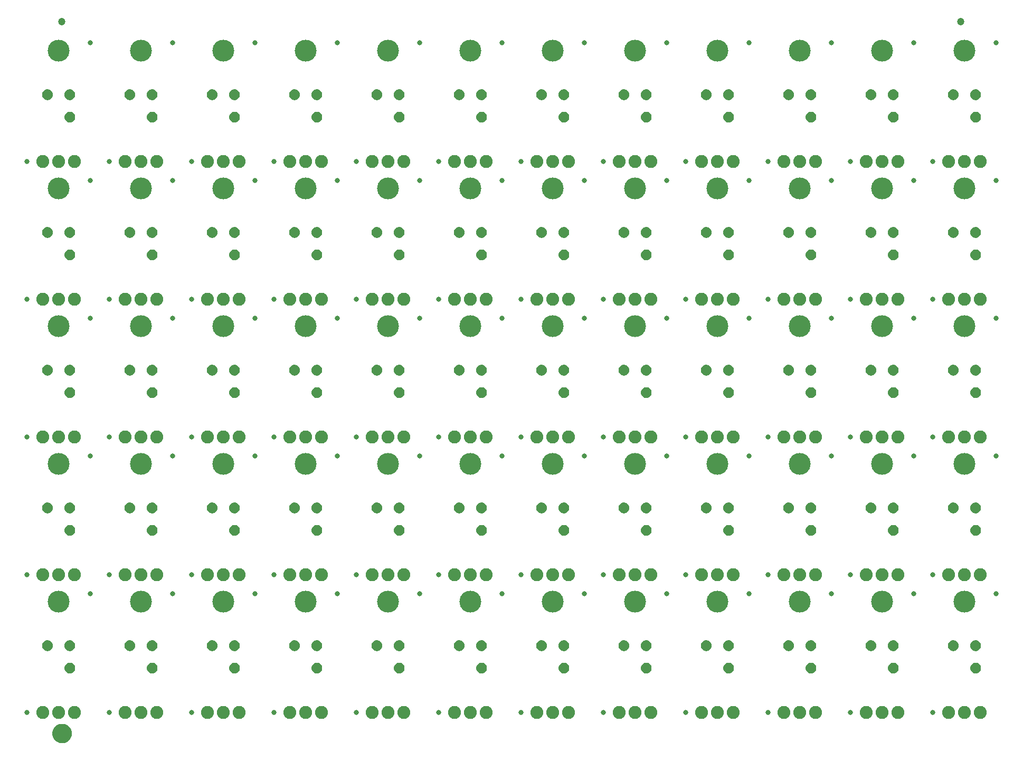
<source format=gbs>
G04 EAGLE Gerber RS-274X export*
G75*
%MOMM*%
%FSLAX34Y34*%
%LPD*%
%INSoldermask Bottom*%
%IPPOS*%
%AMOC8*
5,1,8,0,0,1.08239X$1,22.5*%
G01*
%ADD10C,0.838200*%
%ADD11C,0.850000*%
%ADD12C,2.082800*%
%ADD13C,3.505200*%
%ADD14C,1.203200*%
%ADD15C,1.270000*%
%ADD16C,1.703200*%


D10*
X114300Y203200D03*
X12700Y12700D03*
D11*
X41290Y119560D02*
X41292Y119690D01*
X41298Y119820D01*
X41308Y119950D01*
X41322Y120080D01*
X41340Y120209D01*
X41362Y120337D01*
X41387Y120465D01*
X41417Y120592D01*
X41451Y120718D01*
X41488Y120842D01*
X41529Y120966D01*
X41574Y121088D01*
X41623Y121209D01*
X41675Y121328D01*
X41731Y121446D01*
X41791Y121562D01*
X41854Y121676D01*
X41921Y121788D01*
X41991Y121897D01*
X42064Y122005D01*
X42140Y122110D01*
X42220Y122213D01*
X42303Y122314D01*
X42389Y122412D01*
X42478Y122507D01*
X42570Y122600D01*
X42664Y122689D01*
X42761Y122776D01*
X42861Y122859D01*
X42964Y122940D01*
X43068Y123017D01*
X43175Y123091D01*
X43285Y123162D01*
X43396Y123230D01*
X43510Y123294D01*
X43625Y123354D01*
X43742Y123411D01*
X43861Y123464D01*
X43982Y123514D01*
X44103Y123560D01*
X44227Y123602D01*
X44351Y123640D01*
X44477Y123675D01*
X44603Y123706D01*
X44731Y123732D01*
X44859Y123755D01*
X44988Y123774D01*
X45117Y123789D01*
X45247Y123800D01*
X45377Y123807D01*
X45507Y123810D01*
X45638Y123809D01*
X45768Y123804D01*
X45898Y123795D01*
X46027Y123782D01*
X46157Y123765D01*
X46285Y123744D01*
X46413Y123719D01*
X46540Y123691D01*
X46666Y123658D01*
X46791Y123622D01*
X46915Y123581D01*
X47038Y123537D01*
X47159Y123490D01*
X47279Y123438D01*
X47397Y123383D01*
X47513Y123324D01*
X47627Y123262D01*
X47740Y123196D01*
X47850Y123127D01*
X47958Y123055D01*
X48064Y122979D01*
X48168Y122900D01*
X48269Y122818D01*
X48368Y122733D01*
X48464Y122645D01*
X48557Y122554D01*
X48647Y122460D01*
X48734Y122363D01*
X48819Y122264D01*
X48900Y122162D01*
X48978Y122058D01*
X49053Y121952D01*
X49125Y121843D01*
X49193Y121732D01*
X49258Y121619D01*
X49319Y121504D01*
X49377Y121387D01*
X49431Y121269D01*
X49482Y121149D01*
X49529Y121027D01*
X49572Y120904D01*
X49611Y120780D01*
X49647Y120655D01*
X49678Y120528D01*
X49706Y120401D01*
X49730Y120273D01*
X49750Y120144D01*
X49766Y120015D01*
X49778Y119885D01*
X49786Y119755D01*
X49790Y119625D01*
X49790Y119495D01*
X49786Y119365D01*
X49778Y119235D01*
X49766Y119105D01*
X49750Y118976D01*
X49730Y118847D01*
X49706Y118719D01*
X49678Y118592D01*
X49647Y118465D01*
X49611Y118340D01*
X49572Y118216D01*
X49529Y118093D01*
X49482Y117971D01*
X49431Y117851D01*
X49377Y117733D01*
X49319Y117616D01*
X49258Y117501D01*
X49193Y117388D01*
X49125Y117277D01*
X49053Y117168D01*
X48978Y117062D01*
X48900Y116958D01*
X48819Y116856D01*
X48734Y116757D01*
X48647Y116660D01*
X48557Y116566D01*
X48464Y116475D01*
X48368Y116387D01*
X48269Y116302D01*
X48168Y116220D01*
X48064Y116141D01*
X47958Y116065D01*
X47850Y115993D01*
X47740Y115924D01*
X47627Y115858D01*
X47513Y115796D01*
X47397Y115737D01*
X47279Y115682D01*
X47159Y115630D01*
X47038Y115583D01*
X46915Y115539D01*
X46791Y115498D01*
X46666Y115462D01*
X46540Y115429D01*
X46413Y115401D01*
X46285Y115376D01*
X46157Y115355D01*
X46027Y115338D01*
X45898Y115325D01*
X45768Y115316D01*
X45638Y115311D01*
X45507Y115310D01*
X45377Y115313D01*
X45247Y115320D01*
X45117Y115331D01*
X44988Y115346D01*
X44859Y115365D01*
X44731Y115388D01*
X44603Y115414D01*
X44477Y115445D01*
X44351Y115480D01*
X44227Y115518D01*
X44103Y115560D01*
X43982Y115606D01*
X43861Y115656D01*
X43742Y115709D01*
X43625Y115766D01*
X43510Y115826D01*
X43396Y115890D01*
X43285Y115958D01*
X43175Y116029D01*
X43068Y116103D01*
X42964Y116180D01*
X42861Y116261D01*
X42761Y116344D01*
X42664Y116431D01*
X42570Y116520D01*
X42478Y116613D01*
X42389Y116708D01*
X42303Y116806D01*
X42220Y116907D01*
X42140Y117010D01*
X42064Y117115D01*
X41991Y117223D01*
X41921Y117332D01*
X41854Y117444D01*
X41791Y117558D01*
X41731Y117674D01*
X41675Y117792D01*
X41623Y117911D01*
X41574Y118032D01*
X41529Y118154D01*
X41488Y118278D01*
X41451Y118402D01*
X41417Y118528D01*
X41387Y118655D01*
X41362Y118783D01*
X41340Y118911D01*
X41322Y119040D01*
X41308Y119170D01*
X41298Y119300D01*
X41292Y119430D01*
X41290Y119560D01*
X77210Y83640D02*
X77212Y83770D01*
X77218Y83900D01*
X77228Y84030D01*
X77242Y84160D01*
X77260Y84289D01*
X77282Y84417D01*
X77307Y84545D01*
X77337Y84672D01*
X77371Y84798D01*
X77408Y84922D01*
X77449Y85046D01*
X77494Y85168D01*
X77543Y85289D01*
X77595Y85408D01*
X77651Y85526D01*
X77711Y85642D01*
X77774Y85756D01*
X77841Y85868D01*
X77911Y85977D01*
X77984Y86085D01*
X78060Y86190D01*
X78140Y86293D01*
X78223Y86394D01*
X78309Y86492D01*
X78398Y86587D01*
X78490Y86680D01*
X78584Y86769D01*
X78681Y86856D01*
X78781Y86939D01*
X78884Y87020D01*
X78988Y87097D01*
X79095Y87171D01*
X79205Y87242D01*
X79316Y87310D01*
X79430Y87374D01*
X79545Y87434D01*
X79662Y87491D01*
X79781Y87544D01*
X79902Y87594D01*
X80023Y87640D01*
X80147Y87682D01*
X80271Y87720D01*
X80397Y87755D01*
X80523Y87786D01*
X80651Y87812D01*
X80779Y87835D01*
X80908Y87854D01*
X81037Y87869D01*
X81167Y87880D01*
X81297Y87887D01*
X81427Y87890D01*
X81558Y87889D01*
X81688Y87884D01*
X81818Y87875D01*
X81947Y87862D01*
X82077Y87845D01*
X82205Y87824D01*
X82333Y87799D01*
X82460Y87771D01*
X82586Y87738D01*
X82711Y87702D01*
X82835Y87661D01*
X82958Y87617D01*
X83079Y87570D01*
X83199Y87518D01*
X83317Y87463D01*
X83433Y87404D01*
X83547Y87342D01*
X83660Y87276D01*
X83770Y87207D01*
X83878Y87135D01*
X83984Y87059D01*
X84088Y86980D01*
X84189Y86898D01*
X84288Y86813D01*
X84384Y86725D01*
X84477Y86634D01*
X84567Y86540D01*
X84654Y86443D01*
X84739Y86344D01*
X84820Y86242D01*
X84898Y86138D01*
X84973Y86032D01*
X85045Y85923D01*
X85113Y85812D01*
X85178Y85699D01*
X85239Y85584D01*
X85297Y85467D01*
X85351Y85349D01*
X85402Y85229D01*
X85449Y85107D01*
X85492Y84984D01*
X85531Y84860D01*
X85567Y84735D01*
X85598Y84608D01*
X85626Y84481D01*
X85650Y84353D01*
X85670Y84224D01*
X85686Y84095D01*
X85698Y83965D01*
X85706Y83835D01*
X85710Y83705D01*
X85710Y83575D01*
X85706Y83445D01*
X85698Y83315D01*
X85686Y83185D01*
X85670Y83056D01*
X85650Y82927D01*
X85626Y82799D01*
X85598Y82672D01*
X85567Y82545D01*
X85531Y82420D01*
X85492Y82296D01*
X85449Y82173D01*
X85402Y82051D01*
X85351Y81931D01*
X85297Y81813D01*
X85239Y81696D01*
X85178Y81581D01*
X85113Y81468D01*
X85045Y81357D01*
X84973Y81248D01*
X84898Y81142D01*
X84820Y81038D01*
X84739Y80936D01*
X84654Y80837D01*
X84567Y80740D01*
X84477Y80646D01*
X84384Y80555D01*
X84288Y80467D01*
X84189Y80382D01*
X84088Y80300D01*
X83984Y80221D01*
X83878Y80145D01*
X83770Y80073D01*
X83660Y80004D01*
X83547Y79938D01*
X83433Y79876D01*
X83317Y79817D01*
X83199Y79762D01*
X83079Y79710D01*
X82958Y79663D01*
X82835Y79619D01*
X82711Y79578D01*
X82586Y79542D01*
X82460Y79509D01*
X82333Y79481D01*
X82205Y79456D01*
X82077Y79435D01*
X81947Y79418D01*
X81818Y79405D01*
X81688Y79396D01*
X81558Y79391D01*
X81427Y79390D01*
X81297Y79393D01*
X81167Y79400D01*
X81037Y79411D01*
X80908Y79426D01*
X80779Y79445D01*
X80651Y79468D01*
X80523Y79494D01*
X80397Y79525D01*
X80271Y79560D01*
X80147Y79598D01*
X80023Y79640D01*
X79902Y79686D01*
X79781Y79736D01*
X79662Y79789D01*
X79545Y79846D01*
X79430Y79906D01*
X79316Y79970D01*
X79205Y80038D01*
X79095Y80109D01*
X78988Y80183D01*
X78884Y80260D01*
X78781Y80341D01*
X78681Y80424D01*
X78584Y80511D01*
X78490Y80600D01*
X78398Y80693D01*
X78309Y80788D01*
X78223Y80886D01*
X78140Y80987D01*
X78060Y81090D01*
X77984Y81195D01*
X77911Y81303D01*
X77841Y81412D01*
X77774Y81524D01*
X77711Y81638D01*
X77651Y81754D01*
X77595Y81872D01*
X77543Y81991D01*
X77494Y82112D01*
X77449Y82234D01*
X77408Y82358D01*
X77371Y82482D01*
X77337Y82608D01*
X77307Y82735D01*
X77282Y82863D01*
X77260Y82991D01*
X77242Y83120D01*
X77228Y83250D01*
X77218Y83380D01*
X77212Y83510D01*
X77210Y83640D01*
X77210Y119560D02*
X77212Y119690D01*
X77218Y119820D01*
X77228Y119950D01*
X77242Y120080D01*
X77260Y120209D01*
X77282Y120337D01*
X77307Y120465D01*
X77337Y120592D01*
X77371Y120718D01*
X77408Y120842D01*
X77449Y120966D01*
X77494Y121088D01*
X77543Y121209D01*
X77595Y121328D01*
X77651Y121446D01*
X77711Y121562D01*
X77774Y121676D01*
X77841Y121788D01*
X77911Y121897D01*
X77984Y122005D01*
X78060Y122110D01*
X78140Y122213D01*
X78223Y122314D01*
X78309Y122412D01*
X78398Y122507D01*
X78490Y122600D01*
X78584Y122689D01*
X78681Y122776D01*
X78781Y122859D01*
X78884Y122940D01*
X78988Y123017D01*
X79095Y123091D01*
X79205Y123162D01*
X79316Y123230D01*
X79430Y123294D01*
X79545Y123354D01*
X79662Y123411D01*
X79781Y123464D01*
X79902Y123514D01*
X80023Y123560D01*
X80147Y123602D01*
X80271Y123640D01*
X80397Y123675D01*
X80523Y123706D01*
X80651Y123732D01*
X80779Y123755D01*
X80908Y123774D01*
X81037Y123789D01*
X81167Y123800D01*
X81297Y123807D01*
X81427Y123810D01*
X81558Y123809D01*
X81688Y123804D01*
X81818Y123795D01*
X81947Y123782D01*
X82077Y123765D01*
X82205Y123744D01*
X82333Y123719D01*
X82460Y123691D01*
X82586Y123658D01*
X82711Y123622D01*
X82835Y123581D01*
X82958Y123537D01*
X83079Y123490D01*
X83199Y123438D01*
X83317Y123383D01*
X83433Y123324D01*
X83547Y123262D01*
X83660Y123196D01*
X83770Y123127D01*
X83878Y123055D01*
X83984Y122979D01*
X84088Y122900D01*
X84189Y122818D01*
X84288Y122733D01*
X84384Y122645D01*
X84477Y122554D01*
X84567Y122460D01*
X84654Y122363D01*
X84739Y122264D01*
X84820Y122162D01*
X84898Y122058D01*
X84973Y121952D01*
X85045Y121843D01*
X85113Y121732D01*
X85178Y121619D01*
X85239Y121504D01*
X85297Y121387D01*
X85351Y121269D01*
X85402Y121149D01*
X85449Y121027D01*
X85492Y120904D01*
X85531Y120780D01*
X85567Y120655D01*
X85598Y120528D01*
X85626Y120401D01*
X85650Y120273D01*
X85670Y120144D01*
X85686Y120015D01*
X85698Y119885D01*
X85706Y119755D01*
X85710Y119625D01*
X85710Y119495D01*
X85706Y119365D01*
X85698Y119235D01*
X85686Y119105D01*
X85670Y118976D01*
X85650Y118847D01*
X85626Y118719D01*
X85598Y118592D01*
X85567Y118465D01*
X85531Y118340D01*
X85492Y118216D01*
X85449Y118093D01*
X85402Y117971D01*
X85351Y117851D01*
X85297Y117733D01*
X85239Y117616D01*
X85178Y117501D01*
X85113Y117388D01*
X85045Y117277D01*
X84973Y117168D01*
X84898Y117062D01*
X84820Y116958D01*
X84739Y116856D01*
X84654Y116757D01*
X84567Y116660D01*
X84477Y116566D01*
X84384Y116475D01*
X84288Y116387D01*
X84189Y116302D01*
X84088Y116220D01*
X83984Y116141D01*
X83878Y116065D01*
X83770Y115993D01*
X83660Y115924D01*
X83547Y115858D01*
X83433Y115796D01*
X83317Y115737D01*
X83199Y115682D01*
X83079Y115630D01*
X82958Y115583D01*
X82835Y115539D01*
X82711Y115498D01*
X82586Y115462D01*
X82460Y115429D01*
X82333Y115401D01*
X82205Y115376D01*
X82077Y115355D01*
X81947Y115338D01*
X81818Y115325D01*
X81688Y115316D01*
X81558Y115311D01*
X81427Y115310D01*
X81297Y115313D01*
X81167Y115320D01*
X81037Y115331D01*
X80908Y115346D01*
X80779Y115365D01*
X80651Y115388D01*
X80523Y115414D01*
X80397Y115445D01*
X80271Y115480D01*
X80147Y115518D01*
X80023Y115560D01*
X79902Y115606D01*
X79781Y115656D01*
X79662Y115709D01*
X79545Y115766D01*
X79430Y115826D01*
X79316Y115890D01*
X79205Y115958D01*
X79095Y116029D01*
X78988Y116103D01*
X78884Y116180D01*
X78781Y116261D01*
X78681Y116344D01*
X78584Y116431D01*
X78490Y116520D01*
X78398Y116613D01*
X78309Y116708D01*
X78223Y116806D01*
X78140Y116907D01*
X78060Y117010D01*
X77984Y117115D01*
X77911Y117223D01*
X77841Y117332D01*
X77774Y117444D01*
X77711Y117558D01*
X77651Y117674D01*
X77595Y117792D01*
X77543Y117911D01*
X77494Y118032D01*
X77449Y118154D01*
X77408Y118278D01*
X77371Y118402D01*
X77337Y118528D01*
X77307Y118655D01*
X77282Y118783D01*
X77260Y118911D01*
X77242Y119040D01*
X77228Y119170D01*
X77218Y119300D01*
X77212Y119430D01*
X77210Y119560D01*
D12*
X38100Y12700D03*
X63500Y12700D03*
X88900Y12700D03*
D13*
X63500Y190500D03*
D10*
X246380Y203200D03*
X144780Y12700D03*
D11*
X173370Y119560D02*
X173372Y119690D01*
X173378Y119820D01*
X173388Y119950D01*
X173402Y120080D01*
X173420Y120209D01*
X173442Y120337D01*
X173467Y120465D01*
X173497Y120592D01*
X173531Y120718D01*
X173568Y120842D01*
X173609Y120966D01*
X173654Y121088D01*
X173703Y121209D01*
X173755Y121328D01*
X173811Y121446D01*
X173871Y121562D01*
X173934Y121676D01*
X174001Y121788D01*
X174071Y121897D01*
X174144Y122005D01*
X174220Y122110D01*
X174300Y122213D01*
X174383Y122314D01*
X174469Y122412D01*
X174558Y122507D01*
X174650Y122600D01*
X174744Y122689D01*
X174841Y122776D01*
X174941Y122859D01*
X175044Y122940D01*
X175148Y123017D01*
X175255Y123091D01*
X175365Y123162D01*
X175476Y123230D01*
X175590Y123294D01*
X175705Y123354D01*
X175822Y123411D01*
X175941Y123464D01*
X176062Y123514D01*
X176183Y123560D01*
X176307Y123602D01*
X176431Y123640D01*
X176557Y123675D01*
X176683Y123706D01*
X176811Y123732D01*
X176939Y123755D01*
X177068Y123774D01*
X177197Y123789D01*
X177327Y123800D01*
X177457Y123807D01*
X177587Y123810D01*
X177718Y123809D01*
X177848Y123804D01*
X177978Y123795D01*
X178107Y123782D01*
X178237Y123765D01*
X178365Y123744D01*
X178493Y123719D01*
X178620Y123691D01*
X178746Y123658D01*
X178871Y123622D01*
X178995Y123581D01*
X179118Y123537D01*
X179239Y123490D01*
X179359Y123438D01*
X179477Y123383D01*
X179593Y123324D01*
X179707Y123262D01*
X179820Y123196D01*
X179930Y123127D01*
X180038Y123055D01*
X180144Y122979D01*
X180248Y122900D01*
X180349Y122818D01*
X180448Y122733D01*
X180544Y122645D01*
X180637Y122554D01*
X180727Y122460D01*
X180814Y122363D01*
X180899Y122264D01*
X180980Y122162D01*
X181058Y122058D01*
X181133Y121952D01*
X181205Y121843D01*
X181273Y121732D01*
X181338Y121619D01*
X181399Y121504D01*
X181457Y121387D01*
X181511Y121269D01*
X181562Y121149D01*
X181609Y121027D01*
X181652Y120904D01*
X181691Y120780D01*
X181727Y120655D01*
X181758Y120528D01*
X181786Y120401D01*
X181810Y120273D01*
X181830Y120144D01*
X181846Y120015D01*
X181858Y119885D01*
X181866Y119755D01*
X181870Y119625D01*
X181870Y119495D01*
X181866Y119365D01*
X181858Y119235D01*
X181846Y119105D01*
X181830Y118976D01*
X181810Y118847D01*
X181786Y118719D01*
X181758Y118592D01*
X181727Y118465D01*
X181691Y118340D01*
X181652Y118216D01*
X181609Y118093D01*
X181562Y117971D01*
X181511Y117851D01*
X181457Y117733D01*
X181399Y117616D01*
X181338Y117501D01*
X181273Y117388D01*
X181205Y117277D01*
X181133Y117168D01*
X181058Y117062D01*
X180980Y116958D01*
X180899Y116856D01*
X180814Y116757D01*
X180727Y116660D01*
X180637Y116566D01*
X180544Y116475D01*
X180448Y116387D01*
X180349Y116302D01*
X180248Y116220D01*
X180144Y116141D01*
X180038Y116065D01*
X179930Y115993D01*
X179820Y115924D01*
X179707Y115858D01*
X179593Y115796D01*
X179477Y115737D01*
X179359Y115682D01*
X179239Y115630D01*
X179118Y115583D01*
X178995Y115539D01*
X178871Y115498D01*
X178746Y115462D01*
X178620Y115429D01*
X178493Y115401D01*
X178365Y115376D01*
X178237Y115355D01*
X178107Y115338D01*
X177978Y115325D01*
X177848Y115316D01*
X177718Y115311D01*
X177587Y115310D01*
X177457Y115313D01*
X177327Y115320D01*
X177197Y115331D01*
X177068Y115346D01*
X176939Y115365D01*
X176811Y115388D01*
X176683Y115414D01*
X176557Y115445D01*
X176431Y115480D01*
X176307Y115518D01*
X176183Y115560D01*
X176062Y115606D01*
X175941Y115656D01*
X175822Y115709D01*
X175705Y115766D01*
X175590Y115826D01*
X175476Y115890D01*
X175365Y115958D01*
X175255Y116029D01*
X175148Y116103D01*
X175044Y116180D01*
X174941Y116261D01*
X174841Y116344D01*
X174744Y116431D01*
X174650Y116520D01*
X174558Y116613D01*
X174469Y116708D01*
X174383Y116806D01*
X174300Y116907D01*
X174220Y117010D01*
X174144Y117115D01*
X174071Y117223D01*
X174001Y117332D01*
X173934Y117444D01*
X173871Y117558D01*
X173811Y117674D01*
X173755Y117792D01*
X173703Y117911D01*
X173654Y118032D01*
X173609Y118154D01*
X173568Y118278D01*
X173531Y118402D01*
X173497Y118528D01*
X173467Y118655D01*
X173442Y118783D01*
X173420Y118911D01*
X173402Y119040D01*
X173388Y119170D01*
X173378Y119300D01*
X173372Y119430D01*
X173370Y119560D01*
X209290Y83640D02*
X209292Y83770D01*
X209298Y83900D01*
X209308Y84030D01*
X209322Y84160D01*
X209340Y84289D01*
X209362Y84417D01*
X209387Y84545D01*
X209417Y84672D01*
X209451Y84798D01*
X209488Y84922D01*
X209529Y85046D01*
X209574Y85168D01*
X209623Y85289D01*
X209675Y85408D01*
X209731Y85526D01*
X209791Y85642D01*
X209854Y85756D01*
X209921Y85868D01*
X209991Y85977D01*
X210064Y86085D01*
X210140Y86190D01*
X210220Y86293D01*
X210303Y86394D01*
X210389Y86492D01*
X210478Y86587D01*
X210570Y86680D01*
X210664Y86769D01*
X210761Y86856D01*
X210861Y86939D01*
X210964Y87020D01*
X211068Y87097D01*
X211175Y87171D01*
X211285Y87242D01*
X211396Y87310D01*
X211510Y87374D01*
X211625Y87434D01*
X211742Y87491D01*
X211861Y87544D01*
X211982Y87594D01*
X212103Y87640D01*
X212227Y87682D01*
X212351Y87720D01*
X212477Y87755D01*
X212603Y87786D01*
X212731Y87812D01*
X212859Y87835D01*
X212988Y87854D01*
X213117Y87869D01*
X213247Y87880D01*
X213377Y87887D01*
X213507Y87890D01*
X213638Y87889D01*
X213768Y87884D01*
X213898Y87875D01*
X214027Y87862D01*
X214157Y87845D01*
X214285Y87824D01*
X214413Y87799D01*
X214540Y87771D01*
X214666Y87738D01*
X214791Y87702D01*
X214915Y87661D01*
X215038Y87617D01*
X215159Y87570D01*
X215279Y87518D01*
X215397Y87463D01*
X215513Y87404D01*
X215627Y87342D01*
X215740Y87276D01*
X215850Y87207D01*
X215958Y87135D01*
X216064Y87059D01*
X216168Y86980D01*
X216269Y86898D01*
X216368Y86813D01*
X216464Y86725D01*
X216557Y86634D01*
X216647Y86540D01*
X216734Y86443D01*
X216819Y86344D01*
X216900Y86242D01*
X216978Y86138D01*
X217053Y86032D01*
X217125Y85923D01*
X217193Y85812D01*
X217258Y85699D01*
X217319Y85584D01*
X217377Y85467D01*
X217431Y85349D01*
X217482Y85229D01*
X217529Y85107D01*
X217572Y84984D01*
X217611Y84860D01*
X217647Y84735D01*
X217678Y84608D01*
X217706Y84481D01*
X217730Y84353D01*
X217750Y84224D01*
X217766Y84095D01*
X217778Y83965D01*
X217786Y83835D01*
X217790Y83705D01*
X217790Y83575D01*
X217786Y83445D01*
X217778Y83315D01*
X217766Y83185D01*
X217750Y83056D01*
X217730Y82927D01*
X217706Y82799D01*
X217678Y82672D01*
X217647Y82545D01*
X217611Y82420D01*
X217572Y82296D01*
X217529Y82173D01*
X217482Y82051D01*
X217431Y81931D01*
X217377Y81813D01*
X217319Y81696D01*
X217258Y81581D01*
X217193Y81468D01*
X217125Y81357D01*
X217053Y81248D01*
X216978Y81142D01*
X216900Y81038D01*
X216819Y80936D01*
X216734Y80837D01*
X216647Y80740D01*
X216557Y80646D01*
X216464Y80555D01*
X216368Y80467D01*
X216269Y80382D01*
X216168Y80300D01*
X216064Y80221D01*
X215958Y80145D01*
X215850Y80073D01*
X215740Y80004D01*
X215627Y79938D01*
X215513Y79876D01*
X215397Y79817D01*
X215279Y79762D01*
X215159Y79710D01*
X215038Y79663D01*
X214915Y79619D01*
X214791Y79578D01*
X214666Y79542D01*
X214540Y79509D01*
X214413Y79481D01*
X214285Y79456D01*
X214157Y79435D01*
X214027Y79418D01*
X213898Y79405D01*
X213768Y79396D01*
X213638Y79391D01*
X213507Y79390D01*
X213377Y79393D01*
X213247Y79400D01*
X213117Y79411D01*
X212988Y79426D01*
X212859Y79445D01*
X212731Y79468D01*
X212603Y79494D01*
X212477Y79525D01*
X212351Y79560D01*
X212227Y79598D01*
X212103Y79640D01*
X211982Y79686D01*
X211861Y79736D01*
X211742Y79789D01*
X211625Y79846D01*
X211510Y79906D01*
X211396Y79970D01*
X211285Y80038D01*
X211175Y80109D01*
X211068Y80183D01*
X210964Y80260D01*
X210861Y80341D01*
X210761Y80424D01*
X210664Y80511D01*
X210570Y80600D01*
X210478Y80693D01*
X210389Y80788D01*
X210303Y80886D01*
X210220Y80987D01*
X210140Y81090D01*
X210064Y81195D01*
X209991Y81303D01*
X209921Y81412D01*
X209854Y81524D01*
X209791Y81638D01*
X209731Y81754D01*
X209675Y81872D01*
X209623Y81991D01*
X209574Y82112D01*
X209529Y82234D01*
X209488Y82358D01*
X209451Y82482D01*
X209417Y82608D01*
X209387Y82735D01*
X209362Y82863D01*
X209340Y82991D01*
X209322Y83120D01*
X209308Y83250D01*
X209298Y83380D01*
X209292Y83510D01*
X209290Y83640D01*
X209290Y119560D02*
X209292Y119690D01*
X209298Y119820D01*
X209308Y119950D01*
X209322Y120080D01*
X209340Y120209D01*
X209362Y120337D01*
X209387Y120465D01*
X209417Y120592D01*
X209451Y120718D01*
X209488Y120842D01*
X209529Y120966D01*
X209574Y121088D01*
X209623Y121209D01*
X209675Y121328D01*
X209731Y121446D01*
X209791Y121562D01*
X209854Y121676D01*
X209921Y121788D01*
X209991Y121897D01*
X210064Y122005D01*
X210140Y122110D01*
X210220Y122213D01*
X210303Y122314D01*
X210389Y122412D01*
X210478Y122507D01*
X210570Y122600D01*
X210664Y122689D01*
X210761Y122776D01*
X210861Y122859D01*
X210964Y122940D01*
X211068Y123017D01*
X211175Y123091D01*
X211285Y123162D01*
X211396Y123230D01*
X211510Y123294D01*
X211625Y123354D01*
X211742Y123411D01*
X211861Y123464D01*
X211982Y123514D01*
X212103Y123560D01*
X212227Y123602D01*
X212351Y123640D01*
X212477Y123675D01*
X212603Y123706D01*
X212731Y123732D01*
X212859Y123755D01*
X212988Y123774D01*
X213117Y123789D01*
X213247Y123800D01*
X213377Y123807D01*
X213507Y123810D01*
X213638Y123809D01*
X213768Y123804D01*
X213898Y123795D01*
X214027Y123782D01*
X214157Y123765D01*
X214285Y123744D01*
X214413Y123719D01*
X214540Y123691D01*
X214666Y123658D01*
X214791Y123622D01*
X214915Y123581D01*
X215038Y123537D01*
X215159Y123490D01*
X215279Y123438D01*
X215397Y123383D01*
X215513Y123324D01*
X215627Y123262D01*
X215740Y123196D01*
X215850Y123127D01*
X215958Y123055D01*
X216064Y122979D01*
X216168Y122900D01*
X216269Y122818D01*
X216368Y122733D01*
X216464Y122645D01*
X216557Y122554D01*
X216647Y122460D01*
X216734Y122363D01*
X216819Y122264D01*
X216900Y122162D01*
X216978Y122058D01*
X217053Y121952D01*
X217125Y121843D01*
X217193Y121732D01*
X217258Y121619D01*
X217319Y121504D01*
X217377Y121387D01*
X217431Y121269D01*
X217482Y121149D01*
X217529Y121027D01*
X217572Y120904D01*
X217611Y120780D01*
X217647Y120655D01*
X217678Y120528D01*
X217706Y120401D01*
X217730Y120273D01*
X217750Y120144D01*
X217766Y120015D01*
X217778Y119885D01*
X217786Y119755D01*
X217790Y119625D01*
X217790Y119495D01*
X217786Y119365D01*
X217778Y119235D01*
X217766Y119105D01*
X217750Y118976D01*
X217730Y118847D01*
X217706Y118719D01*
X217678Y118592D01*
X217647Y118465D01*
X217611Y118340D01*
X217572Y118216D01*
X217529Y118093D01*
X217482Y117971D01*
X217431Y117851D01*
X217377Y117733D01*
X217319Y117616D01*
X217258Y117501D01*
X217193Y117388D01*
X217125Y117277D01*
X217053Y117168D01*
X216978Y117062D01*
X216900Y116958D01*
X216819Y116856D01*
X216734Y116757D01*
X216647Y116660D01*
X216557Y116566D01*
X216464Y116475D01*
X216368Y116387D01*
X216269Y116302D01*
X216168Y116220D01*
X216064Y116141D01*
X215958Y116065D01*
X215850Y115993D01*
X215740Y115924D01*
X215627Y115858D01*
X215513Y115796D01*
X215397Y115737D01*
X215279Y115682D01*
X215159Y115630D01*
X215038Y115583D01*
X214915Y115539D01*
X214791Y115498D01*
X214666Y115462D01*
X214540Y115429D01*
X214413Y115401D01*
X214285Y115376D01*
X214157Y115355D01*
X214027Y115338D01*
X213898Y115325D01*
X213768Y115316D01*
X213638Y115311D01*
X213507Y115310D01*
X213377Y115313D01*
X213247Y115320D01*
X213117Y115331D01*
X212988Y115346D01*
X212859Y115365D01*
X212731Y115388D01*
X212603Y115414D01*
X212477Y115445D01*
X212351Y115480D01*
X212227Y115518D01*
X212103Y115560D01*
X211982Y115606D01*
X211861Y115656D01*
X211742Y115709D01*
X211625Y115766D01*
X211510Y115826D01*
X211396Y115890D01*
X211285Y115958D01*
X211175Y116029D01*
X211068Y116103D01*
X210964Y116180D01*
X210861Y116261D01*
X210761Y116344D01*
X210664Y116431D01*
X210570Y116520D01*
X210478Y116613D01*
X210389Y116708D01*
X210303Y116806D01*
X210220Y116907D01*
X210140Y117010D01*
X210064Y117115D01*
X209991Y117223D01*
X209921Y117332D01*
X209854Y117444D01*
X209791Y117558D01*
X209731Y117674D01*
X209675Y117792D01*
X209623Y117911D01*
X209574Y118032D01*
X209529Y118154D01*
X209488Y118278D01*
X209451Y118402D01*
X209417Y118528D01*
X209387Y118655D01*
X209362Y118783D01*
X209340Y118911D01*
X209322Y119040D01*
X209308Y119170D01*
X209298Y119300D01*
X209292Y119430D01*
X209290Y119560D01*
D12*
X170180Y12700D03*
X195580Y12700D03*
X220980Y12700D03*
D13*
X195580Y190500D03*
D10*
X378460Y203200D03*
X276860Y12700D03*
D11*
X305450Y119560D02*
X305452Y119690D01*
X305458Y119820D01*
X305468Y119950D01*
X305482Y120080D01*
X305500Y120209D01*
X305522Y120337D01*
X305547Y120465D01*
X305577Y120592D01*
X305611Y120718D01*
X305648Y120842D01*
X305689Y120966D01*
X305734Y121088D01*
X305783Y121209D01*
X305835Y121328D01*
X305891Y121446D01*
X305951Y121562D01*
X306014Y121676D01*
X306081Y121788D01*
X306151Y121897D01*
X306224Y122005D01*
X306300Y122110D01*
X306380Y122213D01*
X306463Y122314D01*
X306549Y122412D01*
X306638Y122507D01*
X306730Y122600D01*
X306824Y122689D01*
X306921Y122776D01*
X307021Y122859D01*
X307124Y122940D01*
X307228Y123017D01*
X307335Y123091D01*
X307445Y123162D01*
X307556Y123230D01*
X307670Y123294D01*
X307785Y123354D01*
X307902Y123411D01*
X308021Y123464D01*
X308142Y123514D01*
X308263Y123560D01*
X308387Y123602D01*
X308511Y123640D01*
X308637Y123675D01*
X308763Y123706D01*
X308891Y123732D01*
X309019Y123755D01*
X309148Y123774D01*
X309277Y123789D01*
X309407Y123800D01*
X309537Y123807D01*
X309667Y123810D01*
X309798Y123809D01*
X309928Y123804D01*
X310058Y123795D01*
X310187Y123782D01*
X310317Y123765D01*
X310445Y123744D01*
X310573Y123719D01*
X310700Y123691D01*
X310826Y123658D01*
X310951Y123622D01*
X311075Y123581D01*
X311198Y123537D01*
X311319Y123490D01*
X311439Y123438D01*
X311557Y123383D01*
X311673Y123324D01*
X311787Y123262D01*
X311900Y123196D01*
X312010Y123127D01*
X312118Y123055D01*
X312224Y122979D01*
X312328Y122900D01*
X312429Y122818D01*
X312528Y122733D01*
X312624Y122645D01*
X312717Y122554D01*
X312807Y122460D01*
X312894Y122363D01*
X312979Y122264D01*
X313060Y122162D01*
X313138Y122058D01*
X313213Y121952D01*
X313285Y121843D01*
X313353Y121732D01*
X313418Y121619D01*
X313479Y121504D01*
X313537Y121387D01*
X313591Y121269D01*
X313642Y121149D01*
X313689Y121027D01*
X313732Y120904D01*
X313771Y120780D01*
X313807Y120655D01*
X313838Y120528D01*
X313866Y120401D01*
X313890Y120273D01*
X313910Y120144D01*
X313926Y120015D01*
X313938Y119885D01*
X313946Y119755D01*
X313950Y119625D01*
X313950Y119495D01*
X313946Y119365D01*
X313938Y119235D01*
X313926Y119105D01*
X313910Y118976D01*
X313890Y118847D01*
X313866Y118719D01*
X313838Y118592D01*
X313807Y118465D01*
X313771Y118340D01*
X313732Y118216D01*
X313689Y118093D01*
X313642Y117971D01*
X313591Y117851D01*
X313537Y117733D01*
X313479Y117616D01*
X313418Y117501D01*
X313353Y117388D01*
X313285Y117277D01*
X313213Y117168D01*
X313138Y117062D01*
X313060Y116958D01*
X312979Y116856D01*
X312894Y116757D01*
X312807Y116660D01*
X312717Y116566D01*
X312624Y116475D01*
X312528Y116387D01*
X312429Y116302D01*
X312328Y116220D01*
X312224Y116141D01*
X312118Y116065D01*
X312010Y115993D01*
X311900Y115924D01*
X311787Y115858D01*
X311673Y115796D01*
X311557Y115737D01*
X311439Y115682D01*
X311319Y115630D01*
X311198Y115583D01*
X311075Y115539D01*
X310951Y115498D01*
X310826Y115462D01*
X310700Y115429D01*
X310573Y115401D01*
X310445Y115376D01*
X310317Y115355D01*
X310187Y115338D01*
X310058Y115325D01*
X309928Y115316D01*
X309798Y115311D01*
X309667Y115310D01*
X309537Y115313D01*
X309407Y115320D01*
X309277Y115331D01*
X309148Y115346D01*
X309019Y115365D01*
X308891Y115388D01*
X308763Y115414D01*
X308637Y115445D01*
X308511Y115480D01*
X308387Y115518D01*
X308263Y115560D01*
X308142Y115606D01*
X308021Y115656D01*
X307902Y115709D01*
X307785Y115766D01*
X307670Y115826D01*
X307556Y115890D01*
X307445Y115958D01*
X307335Y116029D01*
X307228Y116103D01*
X307124Y116180D01*
X307021Y116261D01*
X306921Y116344D01*
X306824Y116431D01*
X306730Y116520D01*
X306638Y116613D01*
X306549Y116708D01*
X306463Y116806D01*
X306380Y116907D01*
X306300Y117010D01*
X306224Y117115D01*
X306151Y117223D01*
X306081Y117332D01*
X306014Y117444D01*
X305951Y117558D01*
X305891Y117674D01*
X305835Y117792D01*
X305783Y117911D01*
X305734Y118032D01*
X305689Y118154D01*
X305648Y118278D01*
X305611Y118402D01*
X305577Y118528D01*
X305547Y118655D01*
X305522Y118783D01*
X305500Y118911D01*
X305482Y119040D01*
X305468Y119170D01*
X305458Y119300D01*
X305452Y119430D01*
X305450Y119560D01*
X341370Y83640D02*
X341372Y83770D01*
X341378Y83900D01*
X341388Y84030D01*
X341402Y84160D01*
X341420Y84289D01*
X341442Y84417D01*
X341467Y84545D01*
X341497Y84672D01*
X341531Y84798D01*
X341568Y84922D01*
X341609Y85046D01*
X341654Y85168D01*
X341703Y85289D01*
X341755Y85408D01*
X341811Y85526D01*
X341871Y85642D01*
X341934Y85756D01*
X342001Y85868D01*
X342071Y85977D01*
X342144Y86085D01*
X342220Y86190D01*
X342300Y86293D01*
X342383Y86394D01*
X342469Y86492D01*
X342558Y86587D01*
X342650Y86680D01*
X342744Y86769D01*
X342841Y86856D01*
X342941Y86939D01*
X343044Y87020D01*
X343148Y87097D01*
X343255Y87171D01*
X343365Y87242D01*
X343476Y87310D01*
X343590Y87374D01*
X343705Y87434D01*
X343822Y87491D01*
X343941Y87544D01*
X344062Y87594D01*
X344183Y87640D01*
X344307Y87682D01*
X344431Y87720D01*
X344557Y87755D01*
X344683Y87786D01*
X344811Y87812D01*
X344939Y87835D01*
X345068Y87854D01*
X345197Y87869D01*
X345327Y87880D01*
X345457Y87887D01*
X345587Y87890D01*
X345718Y87889D01*
X345848Y87884D01*
X345978Y87875D01*
X346107Y87862D01*
X346237Y87845D01*
X346365Y87824D01*
X346493Y87799D01*
X346620Y87771D01*
X346746Y87738D01*
X346871Y87702D01*
X346995Y87661D01*
X347118Y87617D01*
X347239Y87570D01*
X347359Y87518D01*
X347477Y87463D01*
X347593Y87404D01*
X347707Y87342D01*
X347820Y87276D01*
X347930Y87207D01*
X348038Y87135D01*
X348144Y87059D01*
X348248Y86980D01*
X348349Y86898D01*
X348448Y86813D01*
X348544Y86725D01*
X348637Y86634D01*
X348727Y86540D01*
X348814Y86443D01*
X348899Y86344D01*
X348980Y86242D01*
X349058Y86138D01*
X349133Y86032D01*
X349205Y85923D01*
X349273Y85812D01*
X349338Y85699D01*
X349399Y85584D01*
X349457Y85467D01*
X349511Y85349D01*
X349562Y85229D01*
X349609Y85107D01*
X349652Y84984D01*
X349691Y84860D01*
X349727Y84735D01*
X349758Y84608D01*
X349786Y84481D01*
X349810Y84353D01*
X349830Y84224D01*
X349846Y84095D01*
X349858Y83965D01*
X349866Y83835D01*
X349870Y83705D01*
X349870Y83575D01*
X349866Y83445D01*
X349858Y83315D01*
X349846Y83185D01*
X349830Y83056D01*
X349810Y82927D01*
X349786Y82799D01*
X349758Y82672D01*
X349727Y82545D01*
X349691Y82420D01*
X349652Y82296D01*
X349609Y82173D01*
X349562Y82051D01*
X349511Y81931D01*
X349457Y81813D01*
X349399Y81696D01*
X349338Y81581D01*
X349273Y81468D01*
X349205Y81357D01*
X349133Y81248D01*
X349058Y81142D01*
X348980Y81038D01*
X348899Y80936D01*
X348814Y80837D01*
X348727Y80740D01*
X348637Y80646D01*
X348544Y80555D01*
X348448Y80467D01*
X348349Y80382D01*
X348248Y80300D01*
X348144Y80221D01*
X348038Y80145D01*
X347930Y80073D01*
X347820Y80004D01*
X347707Y79938D01*
X347593Y79876D01*
X347477Y79817D01*
X347359Y79762D01*
X347239Y79710D01*
X347118Y79663D01*
X346995Y79619D01*
X346871Y79578D01*
X346746Y79542D01*
X346620Y79509D01*
X346493Y79481D01*
X346365Y79456D01*
X346237Y79435D01*
X346107Y79418D01*
X345978Y79405D01*
X345848Y79396D01*
X345718Y79391D01*
X345587Y79390D01*
X345457Y79393D01*
X345327Y79400D01*
X345197Y79411D01*
X345068Y79426D01*
X344939Y79445D01*
X344811Y79468D01*
X344683Y79494D01*
X344557Y79525D01*
X344431Y79560D01*
X344307Y79598D01*
X344183Y79640D01*
X344062Y79686D01*
X343941Y79736D01*
X343822Y79789D01*
X343705Y79846D01*
X343590Y79906D01*
X343476Y79970D01*
X343365Y80038D01*
X343255Y80109D01*
X343148Y80183D01*
X343044Y80260D01*
X342941Y80341D01*
X342841Y80424D01*
X342744Y80511D01*
X342650Y80600D01*
X342558Y80693D01*
X342469Y80788D01*
X342383Y80886D01*
X342300Y80987D01*
X342220Y81090D01*
X342144Y81195D01*
X342071Y81303D01*
X342001Y81412D01*
X341934Y81524D01*
X341871Y81638D01*
X341811Y81754D01*
X341755Y81872D01*
X341703Y81991D01*
X341654Y82112D01*
X341609Y82234D01*
X341568Y82358D01*
X341531Y82482D01*
X341497Y82608D01*
X341467Y82735D01*
X341442Y82863D01*
X341420Y82991D01*
X341402Y83120D01*
X341388Y83250D01*
X341378Y83380D01*
X341372Y83510D01*
X341370Y83640D01*
X341370Y119560D02*
X341372Y119690D01*
X341378Y119820D01*
X341388Y119950D01*
X341402Y120080D01*
X341420Y120209D01*
X341442Y120337D01*
X341467Y120465D01*
X341497Y120592D01*
X341531Y120718D01*
X341568Y120842D01*
X341609Y120966D01*
X341654Y121088D01*
X341703Y121209D01*
X341755Y121328D01*
X341811Y121446D01*
X341871Y121562D01*
X341934Y121676D01*
X342001Y121788D01*
X342071Y121897D01*
X342144Y122005D01*
X342220Y122110D01*
X342300Y122213D01*
X342383Y122314D01*
X342469Y122412D01*
X342558Y122507D01*
X342650Y122600D01*
X342744Y122689D01*
X342841Y122776D01*
X342941Y122859D01*
X343044Y122940D01*
X343148Y123017D01*
X343255Y123091D01*
X343365Y123162D01*
X343476Y123230D01*
X343590Y123294D01*
X343705Y123354D01*
X343822Y123411D01*
X343941Y123464D01*
X344062Y123514D01*
X344183Y123560D01*
X344307Y123602D01*
X344431Y123640D01*
X344557Y123675D01*
X344683Y123706D01*
X344811Y123732D01*
X344939Y123755D01*
X345068Y123774D01*
X345197Y123789D01*
X345327Y123800D01*
X345457Y123807D01*
X345587Y123810D01*
X345718Y123809D01*
X345848Y123804D01*
X345978Y123795D01*
X346107Y123782D01*
X346237Y123765D01*
X346365Y123744D01*
X346493Y123719D01*
X346620Y123691D01*
X346746Y123658D01*
X346871Y123622D01*
X346995Y123581D01*
X347118Y123537D01*
X347239Y123490D01*
X347359Y123438D01*
X347477Y123383D01*
X347593Y123324D01*
X347707Y123262D01*
X347820Y123196D01*
X347930Y123127D01*
X348038Y123055D01*
X348144Y122979D01*
X348248Y122900D01*
X348349Y122818D01*
X348448Y122733D01*
X348544Y122645D01*
X348637Y122554D01*
X348727Y122460D01*
X348814Y122363D01*
X348899Y122264D01*
X348980Y122162D01*
X349058Y122058D01*
X349133Y121952D01*
X349205Y121843D01*
X349273Y121732D01*
X349338Y121619D01*
X349399Y121504D01*
X349457Y121387D01*
X349511Y121269D01*
X349562Y121149D01*
X349609Y121027D01*
X349652Y120904D01*
X349691Y120780D01*
X349727Y120655D01*
X349758Y120528D01*
X349786Y120401D01*
X349810Y120273D01*
X349830Y120144D01*
X349846Y120015D01*
X349858Y119885D01*
X349866Y119755D01*
X349870Y119625D01*
X349870Y119495D01*
X349866Y119365D01*
X349858Y119235D01*
X349846Y119105D01*
X349830Y118976D01*
X349810Y118847D01*
X349786Y118719D01*
X349758Y118592D01*
X349727Y118465D01*
X349691Y118340D01*
X349652Y118216D01*
X349609Y118093D01*
X349562Y117971D01*
X349511Y117851D01*
X349457Y117733D01*
X349399Y117616D01*
X349338Y117501D01*
X349273Y117388D01*
X349205Y117277D01*
X349133Y117168D01*
X349058Y117062D01*
X348980Y116958D01*
X348899Y116856D01*
X348814Y116757D01*
X348727Y116660D01*
X348637Y116566D01*
X348544Y116475D01*
X348448Y116387D01*
X348349Y116302D01*
X348248Y116220D01*
X348144Y116141D01*
X348038Y116065D01*
X347930Y115993D01*
X347820Y115924D01*
X347707Y115858D01*
X347593Y115796D01*
X347477Y115737D01*
X347359Y115682D01*
X347239Y115630D01*
X347118Y115583D01*
X346995Y115539D01*
X346871Y115498D01*
X346746Y115462D01*
X346620Y115429D01*
X346493Y115401D01*
X346365Y115376D01*
X346237Y115355D01*
X346107Y115338D01*
X345978Y115325D01*
X345848Y115316D01*
X345718Y115311D01*
X345587Y115310D01*
X345457Y115313D01*
X345327Y115320D01*
X345197Y115331D01*
X345068Y115346D01*
X344939Y115365D01*
X344811Y115388D01*
X344683Y115414D01*
X344557Y115445D01*
X344431Y115480D01*
X344307Y115518D01*
X344183Y115560D01*
X344062Y115606D01*
X343941Y115656D01*
X343822Y115709D01*
X343705Y115766D01*
X343590Y115826D01*
X343476Y115890D01*
X343365Y115958D01*
X343255Y116029D01*
X343148Y116103D01*
X343044Y116180D01*
X342941Y116261D01*
X342841Y116344D01*
X342744Y116431D01*
X342650Y116520D01*
X342558Y116613D01*
X342469Y116708D01*
X342383Y116806D01*
X342300Y116907D01*
X342220Y117010D01*
X342144Y117115D01*
X342071Y117223D01*
X342001Y117332D01*
X341934Y117444D01*
X341871Y117558D01*
X341811Y117674D01*
X341755Y117792D01*
X341703Y117911D01*
X341654Y118032D01*
X341609Y118154D01*
X341568Y118278D01*
X341531Y118402D01*
X341497Y118528D01*
X341467Y118655D01*
X341442Y118783D01*
X341420Y118911D01*
X341402Y119040D01*
X341388Y119170D01*
X341378Y119300D01*
X341372Y119430D01*
X341370Y119560D01*
D12*
X302260Y12700D03*
X327660Y12700D03*
X353060Y12700D03*
D13*
X327660Y190500D03*
D10*
X510540Y203200D03*
X408940Y12700D03*
D11*
X437530Y119560D02*
X437532Y119690D01*
X437538Y119820D01*
X437548Y119950D01*
X437562Y120080D01*
X437580Y120209D01*
X437602Y120337D01*
X437627Y120465D01*
X437657Y120592D01*
X437691Y120718D01*
X437728Y120842D01*
X437769Y120966D01*
X437814Y121088D01*
X437863Y121209D01*
X437915Y121328D01*
X437971Y121446D01*
X438031Y121562D01*
X438094Y121676D01*
X438161Y121788D01*
X438231Y121897D01*
X438304Y122005D01*
X438380Y122110D01*
X438460Y122213D01*
X438543Y122314D01*
X438629Y122412D01*
X438718Y122507D01*
X438810Y122600D01*
X438904Y122689D01*
X439001Y122776D01*
X439101Y122859D01*
X439204Y122940D01*
X439308Y123017D01*
X439415Y123091D01*
X439525Y123162D01*
X439636Y123230D01*
X439750Y123294D01*
X439865Y123354D01*
X439982Y123411D01*
X440101Y123464D01*
X440222Y123514D01*
X440343Y123560D01*
X440467Y123602D01*
X440591Y123640D01*
X440717Y123675D01*
X440843Y123706D01*
X440971Y123732D01*
X441099Y123755D01*
X441228Y123774D01*
X441357Y123789D01*
X441487Y123800D01*
X441617Y123807D01*
X441747Y123810D01*
X441878Y123809D01*
X442008Y123804D01*
X442138Y123795D01*
X442267Y123782D01*
X442397Y123765D01*
X442525Y123744D01*
X442653Y123719D01*
X442780Y123691D01*
X442906Y123658D01*
X443031Y123622D01*
X443155Y123581D01*
X443278Y123537D01*
X443399Y123490D01*
X443519Y123438D01*
X443637Y123383D01*
X443753Y123324D01*
X443867Y123262D01*
X443980Y123196D01*
X444090Y123127D01*
X444198Y123055D01*
X444304Y122979D01*
X444408Y122900D01*
X444509Y122818D01*
X444608Y122733D01*
X444704Y122645D01*
X444797Y122554D01*
X444887Y122460D01*
X444974Y122363D01*
X445059Y122264D01*
X445140Y122162D01*
X445218Y122058D01*
X445293Y121952D01*
X445365Y121843D01*
X445433Y121732D01*
X445498Y121619D01*
X445559Y121504D01*
X445617Y121387D01*
X445671Y121269D01*
X445722Y121149D01*
X445769Y121027D01*
X445812Y120904D01*
X445851Y120780D01*
X445887Y120655D01*
X445918Y120528D01*
X445946Y120401D01*
X445970Y120273D01*
X445990Y120144D01*
X446006Y120015D01*
X446018Y119885D01*
X446026Y119755D01*
X446030Y119625D01*
X446030Y119495D01*
X446026Y119365D01*
X446018Y119235D01*
X446006Y119105D01*
X445990Y118976D01*
X445970Y118847D01*
X445946Y118719D01*
X445918Y118592D01*
X445887Y118465D01*
X445851Y118340D01*
X445812Y118216D01*
X445769Y118093D01*
X445722Y117971D01*
X445671Y117851D01*
X445617Y117733D01*
X445559Y117616D01*
X445498Y117501D01*
X445433Y117388D01*
X445365Y117277D01*
X445293Y117168D01*
X445218Y117062D01*
X445140Y116958D01*
X445059Y116856D01*
X444974Y116757D01*
X444887Y116660D01*
X444797Y116566D01*
X444704Y116475D01*
X444608Y116387D01*
X444509Y116302D01*
X444408Y116220D01*
X444304Y116141D01*
X444198Y116065D01*
X444090Y115993D01*
X443980Y115924D01*
X443867Y115858D01*
X443753Y115796D01*
X443637Y115737D01*
X443519Y115682D01*
X443399Y115630D01*
X443278Y115583D01*
X443155Y115539D01*
X443031Y115498D01*
X442906Y115462D01*
X442780Y115429D01*
X442653Y115401D01*
X442525Y115376D01*
X442397Y115355D01*
X442267Y115338D01*
X442138Y115325D01*
X442008Y115316D01*
X441878Y115311D01*
X441747Y115310D01*
X441617Y115313D01*
X441487Y115320D01*
X441357Y115331D01*
X441228Y115346D01*
X441099Y115365D01*
X440971Y115388D01*
X440843Y115414D01*
X440717Y115445D01*
X440591Y115480D01*
X440467Y115518D01*
X440343Y115560D01*
X440222Y115606D01*
X440101Y115656D01*
X439982Y115709D01*
X439865Y115766D01*
X439750Y115826D01*
X439636Y115890D01*
X439525Y115958D01*
X439415Y116029D01*
X439308Y116103D01*
X439204Y116180D01*
X439101Y116261D01*
X439001Y116344D01*
X438904Y116431D01*
X438810Y116520D01*
X438718Y116613D01*
X438629Y116708D01*
X438543Y116806D01*
X438460Y116907D01*
X438380Y117010D01*
X438304Y117115D01*
X438231Y117223D01*
X438161Y117332D01*
X438094Y117444D01*
X438031Y117558D01*
X437971Y117674D01*
X437915Y117792D01*
X437863Y117911D01*
X437814Y118032D01*
X437769Y118154D01*
X437728Y118278D01*
X437691Y118402D01*
X437657Y118528D01*
X437627Y118655D01*
X437602Y118783D01*
X437580Y118911D01*
X437562Y119040D01*
X437548Y119170D01*
X437538Y119300D01*
X437532Y119430D01*
X437530Y119560D01*
X473450Y83640D02*
X473452Y83770D01*
X473458Y83900D01*
X473468Y84030D01*
X473482Y84160D01*
X473500Y84289D01*
X473522Y84417D01*
X473547Y84545D01*
X473577Y84672D01*
X473611Y84798D01*
X473648Y84922D01*
X473689Y85046D01*
X473734Y85168D01*
X473783Y85289D01*
X473835Y85408D01*
X473891Y85526D01*
X473951Y85642D01*
X474014Y85756D01*
X474081Y85868D01*
X474151Y85977D01*
X474224Y86085D01*
X474300Y86190D01*
X474380Y86293D01*
X474463Y86394D01*
X474549Y86492D01*
X474638Y86587D01*
X474730Y86680D01*
X474824Y86769D01*
X474921Y86856D01*
X475021Y86939D01*
X475124Y87020D01*
X475228Y87097D01*
X475335Y87171D01*
X475445Y87242D01*
X475556Y87310D01*
X475670Y87374D01*
X475785Y87434D01*
X475902Y87491D01*
X476021Y87544D01*
X476142Y87594D01*
X476263Y87640D01*
X476387Y87682D01*
X476511Y87720D01*
X476637Y87755D01*
X476763Y87786D01*
X476891Y87812D01*
X477019Y87835D01*
X477148Y87854D01*
X477277Y87869D01*
X477407Y87880D01*
X477537Y87887D01*
X477667Y87890D01*
X477798Y87889D01*
X477928Y87884D01*
X478058Y87875D01*
X478187Y87862D01*
X478317Y87845D01*
X478445Y87824D01*
X478573Y87799D01*
X478700Y87771D01*
X478826Y87738D01*
X478951Y87702D01*
X479075Y87661D01*
X479198Y87617D01*
X479319Y87570D01*
X479439Y87518D01*
X479557Y87463D01*
X479673Y87404D01*
X479787Y87342D01*
X479900Y87276D01*
X480010Y87207D01*
X480118Y87135D01*
X480224Y87059D01*
X480328Y86980D01*
X480429Y86898D01*
X480528Y86813D01*
X480624Y86725D01*
X480717Y86634D01*
X480807Y86540D01*
X480894Y86443D01*
X480979Y86344D01*
X481060Y86242D01*
X481138Y86138D01*
X481213Y86032D01*
X481285Y85923D01*
X481353Y85812D01*
X481418Y85699D01*
X481479Y85584D01*
X481537Y85467D01*
X481591Y85349D01*
X481642Y85229D01*
X481689Y85107D01*
X481732Y84984D01*
X481771Y84860D01*
X481807Y84735D01*
X481838Y84608D01*
X481866Y84481D01*
X481890Y84353D01*
X481910Y84224D01*
X481926Y84095D01*
X481938Y83965D01*
X481946Y83835D01*
X481950Y83705D01*
X481950Y83575D01*
X481946Y83445D01*
X481938Y83315D01*
X481926Y83185D01*
X481910Y83056D01*
X481890Y82927D01*
X481866Y82799D01*
X481838Y82672D01*
X481807Y82545D01*
X481771Y82420D01*
X481732Y82296D01*
X481689Y82173D01*
X481642Y82051D01*
X481591Y81931D01*
X481537Y81813D01*
X481479Y81696D01*
X481418Y81581D01*
X481353Y81468D01*
X481285Y81357D01*
X481213Y81248D01*
X481138Y81142D01*
X481060Y81038D01*
X480979Y80936D01*
X480894Y80837D01*
X480807Y80740D01*
X480717Y80646D01*
X480624Y80555D01*
X480528Y80467D01*
X480429Y80382D01*
X480328Y80300D01*
X480224Y80221D01*
X480118Y80145D01*
X480010Y80073D01*
X479900Y80004D01*
X479787Y79938D01*
X479673Y79876D01*
X479557Y79817D01*
X479439Y79762D01*
X479319Y79710D01*
X479198Y79663D01*
X479075Y79619D01*
X478951Y79578D01*
X478826Y79542D01*
X478700Y79509D01*
X478573Y79481D01*
X478445Y79456D01*
X478317Y79435D01*
X478187Y79418D01*
X478058Y79405D01*
X477928Y79396D01*
X477798Y79391D01*
X477667Y79390D01*
X477537Y79393D01*
X477407Y79400D01*
X477277Y79411D01*
X477148Y79426D01*
X477019Y79445D01*
X476891Y79468D01*
X476763Y79494D01*
X476637Y79525D01*
X476511Y79560D01*
X476387Y79598D01*
X476263Y79640D01*
X476142Y79686D01*
X476021Y79736D01*
X475902Y79789D01*
X475785Y79846D01*
X475670Y79906D01*
X475556Y79970D01*
X475445Y80038D01*
X475335Y80109D01*
X475228Y80183D01*
X475124Y80260D01*
X475021Y80341D01*
X474921Y80424D01*
X474824Y80511D01*
X474730Y80600D01*
X474638Y80693D01*
X474549Y80788D01*
X474463Y80886D01*
X474380Y80987D01*
X474300Y81090D01*
X474224Y81195D01*
X474151Y81303D01*
X474081Y81412D01*
X474014Y81524D01*
X473951Y81638D01*
X473891Y81754D01*
X473835Y81872D01*
X473783Y81991D01*
X473734Y82112D01*
X473689Y82234D01*
X473648Y82358D01*
X473611Y82482D01*
X473577Y82608D01*
X473547Y82735D01*
X473522Y82863D01*
X473500Y82991D01*
X473482Y83120D01*
X473468Y83250D01*
X473458Y83380D01*
X473452Y83510D01*
X473450Y83640D01*
X473450Y119560D02*
X473452Y119690D01*
X473458Y119820D01*
X473468Y119950D01*
X473482Y120080D01*
X473500Y120209D01*
X473522Y120337D01*
X473547Y120465D01*
X473577Y120592D01*
X473611Y120718D01*
X473648Y120842D01*
X473689Y120966D01*
X473734Y121088D01*
X473783Y121209D01*
X473835Y121328D01*
X473891Y121446D01*
X473951Y121562D01*
X474014Y121676D01*
X474081Y121788D01*
X474151Y121897D01*
X474224Y122005D01*
X474300Y122110D01*
X474380Y122213D01*
X474463Y122314D01*
X474549Y122412D01*
X474638Y122507D01*
X474730Y122600D01*
X474824Y122689D01*
X474921Y122776D01*
X475021Y122859D01*
X475124Y122940D01*
X475228Y123017D01*
X475335Y123091D01*
X475445Y123162D01*
X475556Y123230D01*
X475670Y123294D01*
X475785Y123354D01*
X475902Y123411D01*
X476021Y123464D01*
X476142Y123514D01*
X476263Y123560D01*
X476387Y123602D01*
X476511Y123640D01*
X476637Y123675D01*
X476763Y123706D01*
X476891Y123732D01*
X477019Y123755D01*
X477148Y123774D01*
X477277Y123789D01*
X477407Y123800D01*
X477537Y123807D01*
X477667Y123810D01*
X477798Y123809D01*
X477928Y123804D01*
X478058Y123795D01*
X478187Y123782D01*
X478317Y123765D01*
X478445Y123744D01*
X478573Y123719D01*
X478700Y123691D01*
X478826Y123658D01*
X478951Y123622D01*
X479075Y123581D01*
X479198Y123537D01*
X479319Y123490D01*
X479439Y123438D01*
X479557Y123383D01*
X479673Y123324D01*
X479787Y123262D01*
X479900Y123196D01*
X480010Y123127D01*
X480118Y123055D01*
X480224Y122979D01*
X480328Y122900D01*
X480429Y122818D01*
X480528Y122733D01*
X480624Y122645D01*
X480717Y122554D01*
X480807Y122460D01*
X480894Y122363D01*
X480979Y122264D01*
X481060Y122162D01*
X481138Y122058D01*
X481213Y121952D01*
X481285Y121843D01*
X481353Y121732D01*
X481418Y121619D01*
X481479Y121504D01*
X481537Y121387D01*
X481591Y121269D01*
X481642Y121149D01*
X481689Y121027D01*
X481732Y120904D01*
X481771Y120780D01*
X481807Y120655D01*
X481838Y120528D01*
X481866Y120401D01*
X481890Y120273D01*
X481910Y120144D01*
X481926Y120015D01*
X481938Y119885D01*
X481946Y119755D01*
X481950Y119625D01*
X481950Y119495D01*
X481946Y119365D01*
X481938Y119235D01*
X481926Y119105D01*
X481910Y118976D01*
X481890Y118847D01*
X481866Y118719D01*
X481838Y118592D01*
X481807Y118465D01*
X481771Y118340D01*
X481732Y118216D01*
X481689Y118093D01*
X481642Y117971D01*
X481591Y117851D01*
X481537Y117733D01*
X481479Y117616D01*
X481418Y117501D01*
X481353Y117388D01*
X481285Y117277D01*
X481213Y117168D01*
X481138Y117062D01*
X481060Y116958D01*
X480979Y116856D01*
X480894Y116757D01*
X480807Y116660D01*
X480717Y116566D01*
X480624Y116475D01*
X480528Y116387D01*
X480429Y116302D01*
X480328Y116220D01*
X480224Y116141D01*
X480118Y116065D01*
X480010Y115993D01*
X479900Y115924D01*
X479787Y115858D01*
X479673Y115796D01*
X479557Y115737D01*
X479439Y115682D01*
X479319Y115630D01*
X479198Y115583D01*
X479075Y115539D01*
X478951Y115498D01*
X478826Y115462D01*
X478700Y115429D01*
X478573Y115401D01*
X478445Y115376D01*
X478317Y115355D01*
X478187Y115338D01*
X478058Y115325D01*
X477928Y115316D01*
X477798Y115311D01*
X477667Y115310D01*
X477537Y115313D01*
X477407Y115320D01*
X477277Y115331D01*
X477148Y115346D01*
X477019Y115365D01*
X476891Y115388D01*
X476763Y115414D01*
X476637Y115445D01*
X476511Y115480D01*
X476387Y115518D01*
X476263Y115560D01*
X476142Y115606D01*
X476021Y115656D01*
X475902Y115709D01*
X475785Y115766D01*
X475670Y115826D01*
X475556Y115890D01*
X475445Y115958D01*
X475335Y116029D01*
X475228Y116103D01*
X475124Y116180D01*
X475021Y116261D01*
X474921Y116344D01*
X474824Y116431D01*
X474730Y116520D01*
X474638Y116613D01*
X474549Y116708D01*
X474463Y116806D01*
X474380Y116907D01*
X474300Y117010D01*
X474224Y117115D01*
X474151Y117223D01*
X474081Y117332D01*
X474014Y117444D01*
X473951Y117558D01*
X473891Y117674D01*
X473835Y117792D01*
X473783Y117911D01*
X473734Y118032D01*
X473689Y118154D01*
X473648Y118278D01*
X473611Y118402D01*
X473577Y118528D01*
X473547Y118655D01*
X473522Y118783D01*
X473500Y118911D01*
X473482Y119040D01*
X473468Y119170D01*
X473458Y119300D01*
X473452Y119430D01*
X473450Y119560D01*
D12*
X434340Y12700D03*
X459740Y12700D03*
X485140Y12700D03*
D13*
X459740Y190500D03*
D10*
X642620Y203200D03*
X541020Y12700D03*
D11*
X569610Y119560D02*
X569612Y119690D01*
X569618Y119820D01*
X569628Y119950D01*
X569642Y120080D01*
X569660Y120209D01*
X569682Y120337D01*
X569707Y120465D01*
X569737Y120592D01*
X569771Y120718D01*
X569808Y120842D01*
X569849Y120966D01*
X569894Y121088D01*
X569943Y121209D01*
X569995Y121328D01*
X570051Y121446D01*
X570111Y121562D01*
X570174Y121676D01*
X570241Y121788D01*
X570311Y121897D01*
X570384Y122005D01*
X570460Y122110D01*
X570540Y122213D01*
X570623Y122314D01*
X570709Y122412D01*
X570798Y122507D01*
X570890Y122600D01*
X570984Y122689D01*
X571081Y122776D01*
X571181Y122859D01*
X571284Y122940D01*
X571388Y123017D01*
X571495Y123091D01*
X571605Y123162D01*
X571716Y123230D01*
X571830Y123294D01*
X571945Y123354D01*
X572062Y123411D01*
X572181Y123464D01*
X572302Y123514D01*
X572423Y123560D01*
X572547Y123602D01*
X572671Y123640D01*
X572797Y123675D01*
X572923Y123706D01*
X573051Y123732D01*
X573179Y123755D01*
X573308Y123774D01*
X573437Y123789D01*
X573567Y123800D01*
X573697Y123807D01*
X573827Y123810D01*
X573958Y123809D01*
X574088Y123804D01*
X574218Y123795D01*
X574347Y123782D01*
X574477Y123765D01*
X574605Y123744D01*
X574733Y123719D01*
X574860Y123691D01*
X574986Y123658D01*
X575111Y123622D01*
X575235Y123581D01*
X575358Y123537D01*
X575479Y123490D01*
X575599Y123438D01*
X575717Y123383D01*
X575833Y123324D01*
X575947Y123262D01*
X576060Y123196D01*
X576170Y123127D01*
X576278Y123055D01*
X576384Y122979D01*
X576488Y122900D01*
X576589Y122818D01*
X576688Y122733D01*
X576784Y122645D01*
X576877Y122554D01*
X576967Y122460D01*
X577054Y122363D01*
X577139Y122264D01*
X577220Y122162D01*
X577298Y122058D01*
X577373Y121952D01*
X577445Y121843D01*
X577513Y121732D01*
X577578Y121619D01*
X577639Y121504D01*
X577697Y121387D01*
X577751Y121269D01*
X577802Y121149D01*
X577849Y121027D01*
X577892Y120904D01*
X577931Y120780D01*
X577967Y120655D01*
X577998Y120528D01*
X578026Y120401D01*
X578050Y120273D01*
X578070Y120144D01*
X578086Y120015D01*
X578098Y119885D01*
X578106Y119755D01*
X578110Y119625D01*
X578110Y119495D01*
X578106Y119365D01*
X578098Y119235D01*
X578086Y119105D01*
X578070Y118976D01*
X578050Y118847D01*
X578026Y118719D01*
X577998Y118592D01*
X577967Y118465D01*
X577931Y118340D01*
X577892Y118216D01*
X577849Y118093D01*
X577802Y117971D01*
X577751Y117851D01*
X577697Y117733D01*
X577639Y117616D01*
X577578Y117501D01*
X577513Y117388D01*
X577445Y117277D01*
X577373Y117168D01*
X577298Y117062D01*
X577220Y116958D01*
X577139Y116856D01*
X577054Y116757D01*
X576967Y116660D01*
X576877Y116566D01*
X576784Y116475D01*
X576688Y116387D01*
X576589Y116302D01*
X576488Y116220D01*
X576384Y116141D01*
X576278Y116065D01*
X576170Y115993D01*
X576060Y115924D01*
X575947Y115858D01*
X575833Y115796D01*
X575717Y115737D01*
X575599Y115682D01*
X575479Y115630D01*
X575358Y115583D01*
X575235Y115539D01*
X575111Y115498D01*
X574986Y115462D01*
X574860Y115429D01*
X574733Y115401D01*
X574605Y115376D01*
X574477Y115355D01*
X574347Y115338D01*
X574218Y115325D01*
X574088Y115316D01*
X573958Y115311D01*
X573827Y115310D01*
X573697Y115313D01*
X573567Y115320D01*
X573437Y115331D01*
X573308Y115346D01*
X573179Y115365D01*
X573051Y115388D01*
X572923Y115414D01*
X572797Y115445D01*
X572671Y115480D01*
X572547Y115518D01*
X572423Y115560D01*
X572302Y115606D01*
X572181Y115656D01*
X572062Y115709D01*
X571945Y115766D01*
X571830Y115826D01*
X571716Y115890D01*
X571605Y115958D01*
X571495Y116029D01*
X571388Y116103D01*
X571284Y116180D01*
X571181Y116261D01*
X571081Y116344D01*
X570984Y116431D01*
X570890Y116520D01*
X570798Y116613D01*
X570709Y116708D01*
X570623Y116806D01*
X570540Y116907D01*
X570460Y117010D01*
X570384Y117115D01*
X570311Y117223D01*
X570241Y117332D01*
X570174Y117444D01*
X570111Y117558D01*
X570051Y117674D01*
X569995Y117792D01*
X569943Y117911D01*
X569894Y118032D01*
X569849Y118154D01*
X569808Y118278D01*
X569771Y118402D01*
X569737Y118528D01*
X569707Y118655D01*
X569682Y118783D01*
X569660Y118911D01*
X569642Y119040D01*
X569628Y119170D01*
X569618Y119300D01*
X569612Y119430D01*
X569610Y119560D01*
X605530Y83640D02*
X605532Y83770D01*
X605538Y83900D01*
X605548Y84030D01*
X605562Y84160D01*
X605580Y84289D01*
X605602Y84417D01*
X605627Y84545D01*
X605657Y84672D01*
X605691Y84798D01*
X605728Y84922D01*
X605769Y85046D01*
X605814Y85168D01*
X605863Y85289D01*
X605915Y85408D01*
X605971Y85526D01*
X606031Y85642D01*
X606094Y85756D01*
X606161Y85868D01*
X606231Y85977D01*
X606304Y86085D01*
X606380Y86190D01*
X606460Y86293D01*
X606543Y86394D01*
X606629Y86492D01*
X606718Y86587D01*
X606810Y86680D01*
X606904Y86769D01*
X607001Y86856D01*
X607101Y86939D01*
X607204Y87020D01*
X607308Y87097D01*
X607415Y87171D01*
X607525Y87242D01*
X607636Y87310D01*
X607750Y87374D01*
X607865Y87434D01*
X607982Y87491D01*
X608101Y87544D01*
X608222Y87594D01*
X608343Y87640D01*
X608467Y87682D01*
X608591Y87720D01*
X608717Y87755D01*
X608843Y87786D01*
X608971Y87812D01*
X609099Y87835D01*
X609228Y87854D01*
X609357Y87869D01*
X609487Y87880D01*
X609617Y87887D01*
X609747Y87890D01*
X609878Y87889D01*
X610008Y87884D01*
X610138Y87875D01*
X610267Y87862D01*
X610397Y87845D01*
X610525Y87824D01*
X610653Y87799D01*
X610780Y87771D01*
X610906Y87738D01*
X611031Y87702D01*
X611155Y87661D01*
X611278Y87617D01*
X611399Y87570D01*
X611519Y87518D01*
X611637Y87463D01*
X611753Y87404D01*
X611867Y87342D01*
X611980Y87276D01*
X612090Y87207D01*
X612198Y87135D01*
X612304Y87059D01*
X612408Y86980D01*
X612509Y86898D01*
X612608Y86813D01*
X612704Y86725D01*
X612797Y86634D01*
X612887Y86540D01*
X612974Y86443D01*
X613059Y86344D01*
X613140Y86242D01*
X613218Y86138D01*
X613293Y86032D01*
X613365Y85923D01*
X613433Y85812D01*
X613498Y85699D01*
X613559Y85584D01*
X613617Y85467D01*
X613671Y85349D01*
X613722Y85229D01*
X613769Y85107D01*
X613812Y84984D01*
X613851Y84860D01*
X613887Y84735D01*
X613918Y84608D01*
X613946Y84481D01*
X613970Y84353D01*
X613990Y84224D01*
X614006Y84095D01*
X614018Y83965D01*
X614026Y83835D01*
X614030Y83705D01*
X614030Y83575D01*
X614026Y83445D01*
X614018Y83315D01*
X614006Y83185D01*
X613990Y83056D01*
X613970Y82927D01*
X613946Y82799D01*
X613918Y82672D01*
X613887Y82545D01*
X613851Y82420D01*
X613812Y82296D01*
X613769Y82173D01*
X613722Y82051D01*
X613671Y81931D01*
X613617Y81813D01*
X613559Y81696D01*
X613498Y81581D01*
X613433Y81468D01*
X613365Y81357D01*
X613293Y81248D01*
X613218Y81142D01*
X613140Y81038D01*
X613059Y80936D01*
X612974Y80837D01*
X612887Y80740D01*
X612797Y80646D01*
X612704Y80555D01*
X612608Y80467D01*
X612509Y80382D01*
X612408Y80300D01*
X612304Y80221D01*
X612198Y80145D01*
X612090Y80073D01*
X611980Y80004D01*
X611867Y79938D01*
X611753Y79876D01*
X611637Y79817D01*
X611519Y79762D01*
X611399Y79710D01*
X611278Y79663D01*
X611155Y79619D01*
X611031Y79578D01*
X610906Y79542D01*
X610780Y79509D01*
X610653Y79481D01*
X610525Y79456D01*
X610397Y79435D01*
X610267Y79418D01*
X610138Y79405D01*
X610008Y79396D01*
X609878Y79391D01*
X609747Y79390D01*
X609617Y79393D01*
X609487Y79400D01*
X609357Y79411D01*
X609228Y79426D01*
X609099Y79445D01*
X608971Y79468D01*
X608843Y79494D01*
X608717Y79525D01*
X608591Y79560D01*
X608467Y79598D01*
X608343Y79640D01*
X608222Y79686D01*
X608101Y79736D01*
X607982Y79789D01*
X607865Y79846D01*
X607750Y79906D01*
X607636Y79970D01*
X607525Y80038D01*
X607415Y80109D01*
X607308Y80183D01*
X607204Y80260D01*
X607101Y80341D01*
X607001Y80424D01*
X606904Y80511D01*
X606810Y80600D01*
X606718Y80693D01*
X606629Y80788D01*
X606543Y80886D01*
X606460Y80987D01*
X606380Y81090D01*
X606304Y81195D01*
X606231Y81303D01*
X606161Y81412D01*
X606094Y81524D01*
X606031Y81638D01*
X605971Y81754D01*
X605915Y81872D01*
X605863Y81991D01*
X605814Y82112D01*
X605769Y82234D01*
X605728Y82358D01*
X605691Y82482D01*
X605657Y82608D01*
X605627Y82735D01*
X605602Y82863D01*
X605580Y82991D01*
X605562Y83120D01*
X605548Y83250D01*
X605538Y83380D01*
X605532Y83510D01*
X605530Y83640D01*
X605530Y119560D02*
X605532Y119690D01*
X605538Y119820D01*
X605548Y119950D01*
X605562Y120080D01*
X605580Y120209D01*
X605602Y120337D01*
X605627Y120465D01*
X605657Y120592D01*
X605691Y120718D01*
X605728Y120842D01*
X605769Y120966D01*
X605814Y121088D01*
X605863Y121209D01*
X605915Y121328D01*
X605971Y121446D01*
X606031Y121562D01*
X606094Y121676D01*
X606161Y121788D01*
X606231Y121897D01*
X606304Y122005D01*
X606380Y122110D01*
X606460Y122213D01*
X606543Y122314D01*
X606629Y122412D01*
X606718Y122507D01*
X606810Y122600D01*
X606904Y122689D01*
X607001Y122776D01*
X607101Y122859D01*
X607204Y122940D01*
X607308Y123017D01*
X607415Y123091D01*
X607525Y123162D01*
X607636Y123230D01*
X607750Y123294D01*
X607865Y123354D01*
X607982Y123411D01*
X608101Y123464D01*
X608222Y123514D01*
X608343Y123560D01*
X608467Y123602D01*
X608591Y123640D01*
X608717Y123675D01*
X608843Y123706D01*
X608971Y123732D01*
X609099Y123755D01*
X609228Y123774D01*
X609357Y123789D01*
X609487Y123800D01*
X609617Y123807D01*
X609747Y123810D01*
X609878Y123809D01*
X610008Y123804D01*
X610138Y123795D01*
X610267Y123782D01*
X610397Y123765D01*
X610525Y123744D01*
X610653Y123719D01*
X610780Y123691D01*
X610906Y123658D01*
X611031Y123622D01*
X611155Y123581D01*
X611278Y123537D01*
X611399Y123490D01*
X611519Y123438D01*
X611637Y123383D01*
X611753Y123324D01*
X611867Y123262D01*
X611980Y123196D01*
X612090Y123127D01*
X612198Y123055D01*
X612304Y122979D01*
X612408Y122900D01*
X612509Y122818D01*
X612608Y122733D01*
X612704Y122645D01*
X612797Y122554D01*
X612887Y122460D01*
X612974Y122363D01*
X613059Y122264D01*
X613140Y122162D01*
X613218Y122058D01*
X613293Y121952D01*
X613365Y121843D01*
X613433Y121732D01*
X613498Y121619D01*
X613559Y121504D01*
X613617Y121387D01*
X613671Y121269D01*
X613722Y121149D01*
X613769Y121027D01*
X613812Y120904D01*
X613851Y120780D01*
X613887Y120655D01*
X613918Y120528D01*
X613946Y120401D01*
X613970Y120273D01*
X613990Y120144D01*
X614006Y120015D01*
X614018Y119885D01*
X614026Y119755D01*
X614030Y119625D01*
X614030Y119495D01*
X614026Y119365D01*
X614018Y119235D01*
X614006Y119105D01*
X613990Y118976D01*
X613970Y118847D01*
X613946Y118719D01*
X613918Y118592D01*
X613887Y118465D01*
X613851Y118340D01*
X613812Y118216D01*
X613769Y118093D01*
X613722Y117971D01*
X613671Y117851D01*
X613617Y117733D01*
X613559Y117616D01*
X613498Y117501D01*
X613433Y117388D01*
X613365Y117277D01*
X613293Y117168D01*
X613218Y117062D01*
X613140Y116958D01*
X613059Y116856D01*
X612974Y116757D01*
X612887Y116660D01*
X612797Y116566D01*
X612704Y116475D01*
X612608Y116387D01*
X612509Y116302D01*
X612408Y116220D01*
X612304Y116141D01*
X612198Y116065D01*
X612090Y115993D01*
X611980Y115924D01*
X611867Y115858D01*
X611753Y115796D01*
X611637Y115737D01*
X611519Y115682D01*
X611399Y115630D01*
X611278Y115583D01*
X611155Y115539D01*
X611031Y115498D01*
X610906Y115462D01*
X610780Y115429D01*
X610653Y115401D01*
X610525Y115376D01*
X610397Y115355D01*
X610267Y115338D01*
X610138Y115325D01*
X610008Y115316D01*
X609878Y115311D01*
X609747Y115310D01*
X609617Y115313D01*
X609487Y115320D01*
X609357Y115331D01*
X609228Y115346D01*
X609099Y115365D01*
X608971Y115388D01*
X608843Y115414D01*
X608717Y115445D01*
X608591Y115480D01*
X608467Y115518D01*
X608343Y115560D01*
X608222Y115606D01*
X608101Y115656D01*
X607982Y115709D01*
X607865Y115766D01*
X607750Y115826D01*
X607636Y115890D01*
X607525Y115958D01*
X607415Y116029D01*
X607308Y116103D01*
X607204Y116180D01*
X607101Y116261D01*
X607001Y116344D01*
X606904Y116431D01*
X606810Y116520D01*
X606718Y116613D01*
X606629Y116708D01*
X606543Y116806D01*
X606460Y116907D01*
X606380Y117010D01*
X606304Y117115D01*
X606231Y117223D01*
X606161Y117332D01*
X606094Y117444D01*
X606031Y117558D01*
X605971Y117674D01*
X605915Y117792D01*
X605863Y117911D01*
X605814Y118032D01*
X605769Y118154D01*
X605728Y118278D01*
X605691Y118402D01*
X605657Y118528D01*
X605627Y118655D01*
X605602Y118783D01*
X605580Y118911D01*
X605562Y119040D01*
X605548Y119170D01*
X605538Y119300D01*
X605532Y119430D01*
X605530Y119560D01*
D12*
X566420Y12700D03*
X591820Y12700D03*
X617220Y12700D03*
D13*
X591820Y190500D03*
D10*
X774700Y203200D03*
X673100Y12700D03*
D11*
X701690Y119560D02*
X701692Y119690D01*
X701698Y119820D01*
X701708Y119950D01*
X701722Y120080D01*
X701740Y120209D01*
X701762Y120337D01*
X701787Y120465D01*
X701817Y120592D01*
X701851Y120718D01*
X701888Y120842D01*
X701929Y120966D01*
X701974Y121088D01*
X702023Y121209D01*
X702075Y121328D01*
X702131Y121446D01*
X702191Y121562D01*
X702254Y121676D01*
X702321Y121788D01*
X702391Y121897D01*
X702464Y122005D01*
X702540Y122110D01*
X702620Y122213D01*
X702703Y122314D01*
X702789Y122412D01*
X702878Y122507D01*
X702970Y122600D01*
X703064Y122689D01*
X703161Y122776D01*
X703261Y122859D01*
X703364Y122940D01*
X703468Y123017D01*
X703575Y123091D01*
X703685Y123162D01*
X703796Y123230D01*
X703910Y123294D01*
X704025Y123354D01*
X704142Y123411D01*
X704261Y123464D01*
X704382Y123514D01*
X704503Y123560D01*
X704627Y123602D01*
X704751Y123640D01*
X704877Y123675D01*
X705003Y123706D01*
X705131Y123732D01*
X705259Y123755D01*
X705388Y123774D01*
X705517Y123789D01*
X705647Y123800D01*
X705777Y123807D01*
X705907Y123810D01*
X706038Y123809D01*
X706168Y123804D01*
X706298Y123795D01*
X706427Y123782D01*
X706557Y123765D01*
X706685Y123744D01*
X706813Y123719D01*
X706940Y123691D01*
X707066Y123658D01*
X707191Y123622D01*
X707315Y123581D01*
X707438Y123537D01*
X707559Y123490D01*
X707679Y123438D01*
X707797Y123383D01*
X707913Y123324D01*
X708027Y123262D01*
X708140Y123196D01*
X708250Y123127D01*
X708358Y123055D01*
X708464Y122979D01*
X708568Y122900D01*
X708669Y122818D01*
X708768Y122733D01*
X708864Y122645D01*
X708957Y122554D01*
X709047Y122460D01*
X709134Y122363D01*
X709219Y122264D01*
X709300Y122162D01*
X709378Y122058D01*
X709453Y121952D01*
X709525Y121843D01*
X709593Y121732D01*
X709658Y121619D01*
X709719Y121504D01*
X709777Y121387D01*
X709831Y121269D01*
X709882Y121149D01*
X709929Y121027D01*
X709972Y120904D01*
X710011Y120780D01*
X710047Y120655D01*
X710078Y120528D01*
X710106Y120401D01*
X710130Y120273D01*
X710150Y120144D01*
X710166Y120015D01*
X710178Y119885D01*
X710186Y119755D01*
X710190Y119625D01*
X710190Y119495D01*
X710186Y119365D01*
X710178Y119235D01*
X710166Y119105D01*
X710150Y118976D01*
X710130Y118847D01*
X710106Y118719D01*
X710078Y118592D01*
X710047Y118465D01*
X710011Y118340D01*
X709972Y118216D01*
X709929Y118093D01*
X709882Y117971D01*
X709831Y117851D01*
X709777Y117733D01*
X709719Y117616D01*
X709658Y117501D01*
X709593Y117388D01*
X709525Y117277D01*
X709453Y117168D01*
X709378Y117062D01*
X709300Y116958D01*
X709219Y116856D01*
X709134Y116757D01*
X709047Y116660D01*
X708957Y116566D01*
X708864Y116475D01*
X708768Y116387D01*
X708669Y116302D01*
X708568Y116220D01*
X708464Y116141D01*
X708358Y116065D01*
X708250Y115993D01*
X708140Y115924D01*
X708027Y115858D01*
X707913Y115796D01*
X707797Y115737D01*
X707679Y115682D01*
X707559Y115630D01*
X707438Y115583D01*
X707315Y115539D01*
X707191Y115498D01*
X707066Y115462D01*
X706940Y115429D01*
X706813Y115401D01*
X706685Y115376D01*
X706557Y115355D01*
X706427Y115338D01*
X706298Y115325D01*
X706168Y115316D01*
X706038Y115311D01*
X705907Y115310D01*
X705777Y115313D01*
X705647Y115320D01*
X705517Y115331D01*
X705388Y115346D01*
X705259Y115365D01*
X705131Y115388D01*
X705003Y115414D01*
X704877Y115445D01*
X704751Y115480D01*
X704627Y115518D01*
X704503Y115560D01*
X704382Y115606D01*
X704261Y115656D01*
X704142Y115709D01*
X704025Y115766D01*
X703910Y115826D01*
X703796Y115890D01*
X703685Y115958D01*
X703575Y116029D01*
X703468Y116103D01*
X703364Y116180D01*
X703261Y116261D01*
X703161Y116344D01*
X703064Y116431D01*
X702970Y116520D01*
X702878Y116613D01*
X702789Y116708D01*
X702703Y116806D01*
X702620Y116907D01*
X702540Y117010D01*
X702464Y117115D01*
X702391Y117223D01*
X702321Y117332D01*
X702254Y117444D01*
X702191Y117558D01*
X702131Y117674D01*
X702075Y117792D01*
X702023Y117911D01*
X701974Y118032D01*
X701929Y118154D01*
X701888Y118278D01*
X701851Y118402D01*
X701817Y118528D01*
X701787Y118655D01*
X701762Y118783D01*
X701740Y118911D01*
X701722Y119040D01*
X701708Y119170D01*
X701698Y119300D01*
X701692Y119430D01*
X701690Y119560D01*
X737610Y83640D02*
X737612Y83770D01*
X737618Y83900D01*
X737628Y84030D01*
X737642Y84160D01*
X737660Y84289D01*
X737682Y84417D01*
X737707Y84545D01*
X737737Y84672D01*
X737771Y84798D01*
X737808Y84922D01*
X737849Y85046D01*
X737894Y85168D01*
X737943Y85289D01*
X737995Y85408D01*
X738051Y85526D01*
X738111Y85642D01*
X738174Y85756D01*
X738241Y85868D01*
X738311Y85977D01*
X738384Y86085D01*
X738460Y86190D01*
X738540Y86293D01*
X738623Y86394D01*
X738709Y86492D01*
X738798Y86587D01*
X738890Y86680D01*
X738984Y86769D01*
X739081Y86856D01*
X739181Y86939D01*
X739284Y87020D01*
X739388Y87097D01*
X739495Y87171D01*
X739605Y87242D01*
X739716Y87310D01*
X739830Y87374D01*
X739945Y87434D01*
X740062Y87491D01*
X740181Y87544D01*
X740302Y87594D01*
X740423Y87640D01*
X740547Y87682D01*
X740671Y87720D01*
X740797Y87755D01*
X740923Y87786D01*
X741051Y87812D01*
X741179Y87835D01*
X741308Y87854D01*
X741437Y87869D01*
X741567Y87880D01*
X741697Y87887D01*
X741827Y87890D01*
X741958Y87889D01*
X742088Y87884D01*
X742218Y87875D01*
X742347Y87862D01*
X742477Y87845D01*
X742605Y87824D01*
X742733Y87799D01*
X742860Y87771D01*
X742986Y87738D01*
X743111Y87702D01*
X743235Y87661D01*
X743358Y87617D01*
X743479Y87570D01*
X743599Y87518D01*
X743717Y87463D01*
X743833Y87404D01*
X743947Y87342D01*
X744060Y87276D01*
X744170Y87207D01*
X744278Y87135D01*
X744384Y87059D01*
X744488Y86980D01*
X744589Y86898D01*
X744688Y86813D01*
X744784Y86725D01*
X744877Y86634D01*
X744967Y86540D01*
X745054Y86443D01*
X745139Y86344D01*
X745220Y86242D01*
X745298Y86138D01*
X745373Y86032D01*
X745445Y85923D01*
X745513Y85812D01*
X745578Y85699D01*
X745639Y85584D01*
X745697Y85467D01*
X745751Y85349D01*
X745802Y85229D01*
X745849Y85107D01*
X745892Y84984D01*
X745931Y84860D01*
X745967Y84735D01*
X745998Y84608D01*
X746026Y84481D01*
X746050Y84353D01*
X746070Y84224D01*
X746086Y84095D01*
X746098Y83965D01*
X746106Y83835D01*
X746110Y83705D01*
X746110Y83575D01*
X746106Y83445D01*
X746098Y83315D01*
X746086Y83185D01*
X746070Y83056D01*
X746050Y82927D01*
X746026Y82799D01*
X745998Y82672D01*
X745967Y82545D01*
X745931Y82420D01*
X745892Y82296D01*
X745849Y82173D01*
X745802Y82051D01*
X745751Y81931D01*
X745697Y81813D01*
X745639Y81696D01*
X745578Y81581D01*
X745513Y81468D01*
X745445Y81357D01*
X745373Y81248D01*
X745298Y81142D01*
X745220Y81038D01*
X745139Y80936D01*
X745054Y80837D01*
X744967Y80740D01*
X744877Y80646D01*
X744784Y80555D01*
X744688Y80467D01*
X744589Y80382D01*
X744488Y80300D01*
X744384Y80221D01*
X744278Y80145D01*
X744170Y80073D01*
X744060Y80004D01*
X743947Y79938D01*
X743833Y79876D01*
X743717Y79817D01*
X743599Y79762D01*
X743479Y79710D01*
X743358Y79663D01*
X743235Y79619D01*
X743111Y79578D01*
X742986Y79542D01*
X742860Y79509D01*
X742733Y79481D01*
X742605Y79456D01*
X742477Y79435D01*
X742347Y79418D01*
X742218Y79405D01*
X742088Y79396D01*
X741958Y79391D01*
X741827Y79390D01*
X741697Y79393D01*
X741567Y79400D01*
X741437Y79411D01*
X741308Y79426D01*
X741179Y79445D01*
X741051Y79468D01*
X740923Y79494D01*
X740797Y79525D01*
X740671Y79560D01*
X740547Y79598D01*
X740423Y79640D01*
X740302Y79686D01*
X740181Y79736D01*
X740062Y79789D01*
X739945Y79846D01*
X739830Y79906D01*
X739716Y79970D01*
X739605Y80038D01*
X739495Y80109D01*
X739388Y80183D01*
X739284Y80260D01*
X739181Y80341D01*
X739081Y80424D01*
X738984Y80511D01*
X738890Y80600D01*
X738798Y80693D01*
X738709Y80788D01*
X738623Y80886D01*
X738540Y80987D01*
X738460Y81090D01*
X738384Y81195D01*
X738311Y81303D01*
X738241Y81412D01*
X738174Y81524D01*
X738111Y81638D01*
X738051Y81754D01*
X737995Y81872D01*
X737943Y81991D01*
X737894Y82112D01*
X737849Y82234D01*
X737808Y82358D01*
X737771Y82482D01*
X737737Y82608D01*
X737707Y82735D01*
X737682Y82863D01*
X737660Y82991D01*
X737642Y83120D01*
X737628Y83250D01*
X737618Y83380D01*
X737612Y83510D01*
X737610Y83640D01*
X737610Y119560D02*
X737612Y119690D01*
X737618Y119820D01*
X737628Y119950D01*
X737642Y120080D01*
X737660Y120209D01*
X737682Y120337D01*
X737707Y120465D01*
X737737Y120592D01*
X737771Y120718D01*
X737808Y120842D01*
X737849Y120966D01*
X737894Y121088D01*
X737943Y121209D01*
X737995Y121328D01*
X738051Y121446D01*
X738111Y121562D01*
X738174Y121676D01*
X738241Y121788D01*
X738311Y121897D01*
X738384Y122005D01*
X738460Y122110D01*
X738540Y122213D01*
X738623Y122314D01*
X738709Y122412D01*
X738798Y122507D01*
X738890Y122600D01*
X738984Y122689D01*
X739081Y122776D01*
X739181Y122859D01*
X739284Y122940D01*
X739388Y123017D01*
X739495Y123091D01*
X739605Y123162D01*
X739716Y123230D01*
X739830Y123294D01*
X739945Y123354D01*
X740062Y123411D01*
X740181Y123464D01*
X740302Y123514D01*
X740423Y123560D01*
X740547Y123602D01*
X740671Y123640D01*
X740797Y123675D01*
X740923Y123706D01*
X741051Y123732D01*
X741179Y123755D01*
X741308Y123774D01*
X741437Y123789D01*
X741567Y123800D01*
X741697Y123807D01*
X741827Y123810D01*
X741958Y123809D01*
X742088Y123804D01*
X742218Y123795D01*
X742347Y123782D01*
X742477Y123765D01*
X742605Y123744D01*
X742733Y123719D01*
X742860Y123691D01*
X742986Y123658D01*
X743111Y123622D01*
X743235Y123581D01*
X743358Y123537D01*
X743479Y123490D01*
X743599Y123438D01*
X743717Y123383D01*
X743833Y123324D01*
X743947Y123262D01*
X744060Y123196D01*
X744170Y123127D01*
X744278Y123055D01*
X744384Y122979D01*
X744488Y122900D01*
X744589Y122818D01*
X744688Y122733D01*
X744784Y122645D01*
X744877Y122554D01*
X744967Y122460D01*
X745054Y122363D01*
X745139Y122264D01*
X745220Y122162D01*
X745298Y122058D01*
X745373Y121952D01*
X745445Y121843D01*
X745513Y121732D01*
X745578Y121619D01*
X745639Y121504D01*
X745697Y121387D01*
X745751Y121269D01*
X745802Y121149D01*
X745849Y121027D01*
X745892Y120904D01*
X745931Y120780D01*
X745967Y120655D01*
X745998Y120528D01*
X746026Y120401D01*
X746050Y120273D01*
X746070Y120144D01*
X746086Y120015D01*
X746098Y119885D01*
X746106Y119755D01*
X746110Y119625D01*
X746110Y119495D01*
X746106Y119365D01*
X746098Y119235D01*
X746086Y119105D01*
X746070Y118976D01*
X746050Y118847D01*
X746026Y118719D01*
X745998Y118592D01*
X745967Y118465D01*
X745931Y118340D01*
X745892Y118216D01*
X745849Y118093D01*
X745802Y117971D01*
X745751Y117851D01*
X745697Y117733D01*
X745639Y117616D01*
X745578Y117501D01*
X745513Y117388D01*
X745445Y117277D01*
X745373Y117168D01*
X745298Y117062D01*
X745220Y116958D01*
X745139Y116856D01*
X745054Y116757D01*
X744967Y116660D01*
X744877Y116566D01*
X744784Y116475D01*
X744688Y116387D01*
X744589Y116302D01*
X744488Y116220D01*
X744384Y116141D01*
X744278Y116065D01*
X744170Y115993D01*
X744060Y115924D01*
X743947Y115858D01*
X743833Y115796D01*
X743717Y115737D01*
X743599Y115682D01*
X743479Y115630D01*
X743358Y115583D01*
X743235Y115539D01*
X743111Y115498D01*
X742986Y115462D01*
X742860Y115429D01*
X742733Y115401D01*
X742605Y115376D01*
X742477Y115355D01*
X742347Y115338D01*
X742218Y115325D01*
X742088Y115316D01*
X741958Y115311D01*
X741827Y115310D01*
X741697Y115313D01*
X741567Y115320D01*
X741437Y115331D01*
X741308Y115346D01*
X741179Y115365D01*
X741051Y115388D01*
X740923Y115414D01*
X740797Y115445D01*
X740671Y115480D01*
X740547Y115518D01*
X740423Y115560D01*
X740302Y115606D01*
X740181Y115656D01*
X740062Y115709D01*
X739945Y115766D01*
X739830Y115826D01*
X739716Y115890D01*
X739605Y115958D01*
X739495Y116029D01*
X739388Y116103D01*
X739284Y116180D01*
X739181Y116261D01*
X739081Y116344D01*
X738984Y116431D01*
X738890Y116520D01*
X738798Y116613D01*
X738709Y116708D01*
X738623Y116806D01*
X738540Y116907D01*
X738460Y117010D01*
X738384Y117115D01*
X738311Y117223D01*
X738241Y117332D01*
X738174Y117444D01*
X738111Y117558D01*
X738051Y117674D01*
X737995Y117792D01*
X737943Y117911D01*
X737894Y118032D01*
X737849Y118154D01*
X737808Y118278D01*
X737771Y118402D01*
X737737Y118528D01*
X737707Y118655D01*
X737682Y118783D01*
X737660Y118911D01*
X737642Y119040D01*
X737628Y119170D01*
X737618Y119300D01*
X737612Y119430D01*
X737610Y119560D01*
D12*
X698500Y12700D03*
X723900Y12700D03*
X749300Y12700D03*
D13*
X723900Y190500D03*
D10*
X906780Y203200D03*
X805180Y12700D03*
D11*
X833770Y119560D02*
X833772Y119690D01*
X833778Y119820D01*
X833788Y119950D01*
X833802Y120080D01*
X833820Y120209D01*
X833842Y120337D01*
X833867Y120465D01*
X833897Y120592D01*
X833931Y120718D01*
X833968Y120842D01*
X834009Y120966D01*
X834054Y121088D01*
X834103Y121209D01*
X834155Y121328D01*
X834211Y121446D01*
X834271Y121562D01*
X834334Y121676D01*
X834401Y121788D01*
X834471Y121897D01*
X834544Y122005D01*
X834620Y122110D01*
X834700Y122213D01*
X834783Y122314D01*
X834869Y122412D01*
X834958Y122507D01*
X835050Y122600D01*
X835144Y122689D01*
X835241Y122776D01*
X835341Y122859D01*
X835444Y122940D01*
X835548Y123017D01*
X835655Y123091D01*
X835765Y123162D01*
X835876Y123230D01*
X835990Y123294D01*
X836105Y123354D01*
X836222Y123411D01*
X836341Y123464D01*
X836462Y123514D01*
X836583Y123560D01*
X836707Y123602D01*
X836831Y123640D01*
X836957Y123675D01*
X837083Y123706D01*
X837211Y123732D01*
X837339Y123755D01*
X837468Y123774D01*
X837597Y123789D01*
X837727Y123800D01*
X837857Y123807D01*
X837987Y123810D01*
X838118Y123809D01*
X838248Y123804D01*
X838378Y123795D01*
X838507Y123782D01*
X838637Y123765D01*
X838765Y123744D01*
X838893Y123719D01*
X839020Y123691D01*
X839146Y123658D01*
X839271Y123622D01*
X839395Y123581D01*
X839518Y123537D01*
X839639Y123490D01*
X839759Y123438D01*
X839877Y123383D01*
X839993Y123324D01*
X840107Y123262D01*
X840220Y123196D01*
X840330Y123127D01*
X840438Y123055D01*
X840544Y122979D01*
X840648Y122900D01*
X840749Y122818D01*
X840848Y122733D01*
X840944Y122645D01*
X841037Y122554D01*
X841127Y122460D01*
X841214Y122363D01*
X841299Y122264D01*
X841380Y122162D01*
X841458Y122058D01*
X841533Y121952D01*
X841605Y121843D01*
X841673Y121732D01*
X841738Y121619D01*
X841799Y121504D01*
X841857Y121387D01*
X841911Y121269D01*
X841962Y121149D01*
X842009Y121027D01*
X842052Y120904D01*
X842091Y120780D01*
X842127Y120655D01*
X842158Y120528D01*
X842186Y120401D01*
X842210Y120273D01*
X842230Y120144D01*
X842246Y120015D01*
X842258Y119885D01*
X842266Y119755D01*
X842270Y119625D01*
X842270Y119495D01*
X842266Y119365D01*
X842258Y119235D01*
X842246Y119105D01*
X842230Y118976D01*
X842210Y118847D01*
X842186Y118719D01*
X842158Y118592D01*
X842127Y118465D01*
X842091Y118340D01*
X842052Y118216D01*
X842009Y118093D01*
X841962Y117971D01*
X841911Y117851D01*
X841857Y117733D01*
X841799Y117616D01*
X841738Y117501D01*
X841673Y117388D01*
X841605Y117277D01*
X841533Y117168D01*
X841458Y117062D01*
X841380Y116958D01*
X841299Y116856D01*
X841214Y116757D01*
X841127Y116660D01*
X841037Y116566D01*
X840944Y116475D01*
X840848Y116387D01*
X840749Y116302D01*
X840648Y116220D01*
X840544Y116141D01*
X840438Y116065D01*
X840330Y115993D01*
X840220Y115924D01*
X840107Y115858D01*
X839993Y115796D01*
X839877Y115737D01*
X839759Y115682D01*
X839639Y115630D01*
X839518Y115583D01*
X839395Y115539D01*
X839271Y115498D01*
X839146Y115462D01*
X839020Y115429D01*
X838893Y115401D01*
X838765Y115376D01*
X838637Y115355D01*
X838507Y115338D01*
X838378Y115325D01*
X838248Y115316D01*
X838118Y115311D01*
X837987Y115310D01*
X837857Y115313D01*
X837727Y115320D01*
X837597Y115331D01*
X837468Y115346D01*
X837339Y115365D01*
X837211Y115388D01*
X837083Y115414D01*
X836957Y115445D01*
X836831Y115480D01*
X836707Y115518D01*
X836583Y115560D01*
X836462Y115606D01*
X836341Y115656D01*
X836222Y115709D01*
X836105Y115766D01*
X835990Y115826D01*
X835876Y115890D01*
X835765Y115958D01*
X835655Y116029D01*
X835548Y116103D01*
X835444Y116180D01*
X835341Y116261D01*
X835241Y116344D01*
X835144Y116431D01*
X835050Y116520D01*
X834958Y116613D01*
X834869Y116708D01*
X834783Y116806D01*
X834700Y116907D01*
X834620Y117010D01*
X834544Y117115D01*
X834471Y117223D01*
X834401Y117332D01*
X834334Y117444D01*
X834271Y117558D01*
X834211Y117674D01*
X834155Y117792D01*
X834103Y117911D01*
X834054Y118032D01*
X834009Y118154D01*
X833968Y118278D01*
X833931Y118402D01*
X833897Y118528D01*
X833867Y118655D01*
X833842Y118783D01*
X833820Y118911D01*
X833802Y119040D01*
X833788Y119170D01*
X833778Y119300D01*
X833772Y119430D01*
X833770Y119560D01*
X869690Y83640D02*
X869692Y83770D01*
X869698Y83900D01*
X869708Y84030D01*
X869722Y84160D01*
X869740Y84289D01*
X869762Y84417D01*
X869787Y84545D01*
X869817Y84672D01*
X869851Y84798D01*
X869888Y84922D01*
X869929Y85046D01*
X869974Y85168D01*
X870023Y85289D01*
X870075Y85408D01*
X870131Y85526D01*
X870191Y85642D01*
X870254Y85756D01*
X870321Y85868D01*
X870391Y85977D01*
X870464Y86085D01*
X870540Y86190D01*
X870620Y86293D01*
X870703Y86394D01*
X870789Y86492D01*
X870878Y86587D01*
X870970Y86680D01*
X871064Y86769D01*
X871161Y86856D01*
X871261Y86939D01*
X871364Y87020D01*
X871468Y87097D01*
X871575Y87171D01*
X871685Y87242D01*
X871796Y87310D01*
X871910Y87374D01*
X872025Y87434D01*
X872142Y87491D01*
X872261Y87544D01*
X872382Y87594D01*
X872503Y87640D01*
X872627Y87682D01*
X872751Y87720D01*
X872877Y87755D01*
X873003Y87786D01*
X873131Y87812D01*
X873259Y87835D01*
X873388Y87854D01*
X873517Y87869D01*
X873647Y87880D01*
X873777Y87887D01*
X873907Y87890D01*
X874038Y87889D01*
X874168Y87884D01*
X874298Y87875D01*
X874427Y87862D01*
X874557Y87845D01*
X874685Y87824D01*
X874813Y87799D01*
X874940Y87771D01*
X875066Y87738D01*
X875191Y87702D01*
X875315Y87661D01*
X875438Y87617D01*
X875559Y87570D01*
X875679Y87518D01*
X875797Y87463D01*
X875913Y87404D01*
X876027Y87342D01*
X876140Y87276D01*
X876250Y87207D01*
X876358Y87135D01*
X876464Y87059D01*
X876568Y86980D01*
X876669Y86898D01*
X876768Y86813D01*
X876864Y86725D01*
X876957Y86634D01*
X877047Y86540D01*
X877134Y86443D01*
X877219Y86344D01*
X877300Y86242D01*
X877378Y86138D01*
X877453Y86032D01*
X877525Y85923D01*
X877593Y85812D01*
X877658Y85699D01*
X877719Y85584D01*
X877777Y85467D01*
X877831Y85349D01*
X877882Y85229D01*
X877929Y85107D01*
X877972Y84984D01*
X878011Y84860D01*
X878047Y84735D01*
X878078Y84608D01*
X878106Y84481D01*
X878130Y84353D01*
X878150Y84224D01*
X878166Y84095D01*
X878178Y83965D01*
X878186Y83835D01*
X878190Y83705D01*
X878190Y83575D01*
X878186Y83445D01*
X878178Y83315D01*
X878166Y83185D01*
X878150Y83056D01*
X878130Y82927D01*
X878106Y82799D01*
X878078Y82672D01*
X878047Y82545D01*
X878011Y82420D01*
X877972Y82296D01*
X877929Y82173D01*
X877882Y82051D01*
X877831Y81931D01*
X877777Y81813D01*
X877719Y81696D01*
X877658Y81581D01*
X877593Y81468D01*
X877525Y81357D01*
X877453Y81248D01*
X877378Y81142D01*
X877300Y81038D01*
X877219Y80936D01*
X877134Y80837D01*
X877047Y80740D01*
X876957Y80646D01*
X876864Y80555D01*
X876768Y80467D01*
X876669Y80382D01*
X876568Y80300D01*
X876464Y80221D01*
X876358Y80145D01*
X876250Y80073D01*
X876140Y80004D01*
X876027Y79938D01*
X875913Y79876D01*
X875797Y79817D01*
X875679Y79762D01*
X875559Y79710D01*
X875438Y79663D01*
X875315Y79619D01*
X875191Y79578D01*
X875066Y79542D01*
X874940Y79509D01*
X874813Y79481D01*
X874685Y79456D01*
X874557Y79435D01*
X874427Y79418D01*
X874298Y79405D01*
X874168Y79396D01*
X874038Y79391D01*
X873907Y79390D01*
X873777Y79393D01*
X873647Y79400D01*
X873517Y79411D01*
X873388Y79426D01*
X873259Y79445D01*
X873131Y79468D01*
X873003Y79494D01*
X872877Y79525D01*
X872751Y79560D01*
X872627Y79598D01*
X872503Y79640D01*
X872382Y79686D01*
X872261Y79736D01*
X872142Y79789D01*
X872025Y79846D01*
X871910Y79906D01*
X871796Y79970D01*
X871685Y80038D01*
X871575Y80109D01*
X871468Y80183D01*
X871364Y80260D01*
X871261Y80341D01*
X871161Y80424D01*
X871064Y80511D01*
X870970Y80600D01*
X870878Y80693D01*
X870789Y80788D01*
X870703Y80886D01*
X870620Y80987D01*
X870540Y81090D01*
X870464Y81195D01*
X870391Y81303D01*
X870321Y81412D01*
X870254Y81524D01*
X870191Y81638D01*
X870131Y81754D01*
X870075Y81872D01*
X870023Y81991D01*
X869974Y82112D01*
X869929Y82234D01*
X869888Y82358D01*
X869851Y82482D01*
X869817Y82608D01*
X869787Y82735D01*
X869762Y82863D01*
X869740Y82991D01*
X869722Y83120D01*
X869708Y83250D01*
X869698Y83380D01*
X869692Y83510D01*
X869690Y83640D01*
X869690Y119560D02*
X869692Y119690D01*
X869698Y119820D01*
X869708Y119950D01*
X869722Y120080D01*
X869740Y120209D01*
X869762Y120337D01*
X869787Y120465D01*
X869817Y120592D01*
X869851Y120718D01*
X869888Y120842D01*
X869929Y120966D01*
X869974Y121088D01*
X870023Y121209D01*
X870075Y121328D01*
X870131Y121446D01*
X870191Y121562D01*
X870254Y121676D01*
X870321Y121788D01*
X870391Y121897D01*
X870464Y122005D01*
X870540Y122110D01*
X870620Y122213D01*
X870703Y122314D01*
X870789Y122412D01*
X870878Y122507D01*
X870970Y122600D01*
X871064Y122689D01*
X871161Y122776D01*
X871261Y122859D01*
X871364Y122940D01*
X871468Y123017D01*
X871575Y123091D01*
X871685Y123162D01*
X871796Y123230D01*
X871910Y123294D01*
X872025Y123354D01*
X872142Y123411D01*
X872261Y123464D01*
X872382Y123514D01*
X872503Y123560D01*
X872627Y123602D01*
X872751Y123640D01*
X872877Y123675D01*
X873003Y123706D01*
X873131Y123732D01*
X873259Y123755D01*
X873388Y123774D01*
X873517Y123789D01*
X873647Y123800D01*
X873777Y123807D01*
X873907Y123810D01*
X874038Y123809D01*
X874168Y123804D01*
X874298Y123795D01*
X874427Y123782D01*
X874557Y123765D01*
X874685Y123744D01*
X874813Y123719D01*
X874940Y123691D01*
X875066Y123658D01*
X875191Y123622D01*
X875315Y123581D01*
X875438Y123537D01*
X875559Y123490D01*
X875679Y123438D01*
X875797Y123383D01*
X875913Y123324D01*
X876027Y123262D01*
X876140Y123196D01*
X876250Y123127D01*
X876358Y123055D01*
X876464Y122979D01*
X876568Y122900D01*
X876669Y122818D01*
X876768Y122733D01*
X876864Y122645D01*
X876957Y122554D01*
X877047Y122460D01*
X877134Y122363D01*
X877219Y122264D01*
X877300Y122162D01*
X877378Y122058D01*
X877453Y121952D01*
X877525Y121843D01*
X877593Y121732D01*
X877658Y121619D01*
X877719Y121504D01*
X877777Y121387D01*
X877831Y121269D01*
X877882Y121149D01*
X877929Y121027D01*
X877972Y120904D01*
X878011Y120780D01*
X878047Y120655D01*
X878078Y120528D01*
X878106Y120401D01*
X878130Y120273D01*
X878150Y120144D01*
X878166Y120015D01*
X878178Y119885D01*
X878186Y119755D01*
X878190Y119625D01*
X878190Y119495D01*
X878186Y119365D01*
X878178Y119235D01*
X878166Y119105D01*
X878150Y118976D01*
X878130Y118847D01*
X878106Y118719D01*
X878078Y118592D01*
X878047Y118465D01*
X878011Y118340D01*
X877972Y118216D01*
X877929Y118093D01*
X877882Y117971D01*
X877831Y117851D01*
X877777Y117733D01*
X877719Y117616D01*
X877658Y117501D01*
X877593Y117388D01*
X877525Y117277D01*
X877453Y117168D01*
X877378Y117062D01*
X877300Y116958D01*
X877219Y116856D01*
X877134Y116757D01*
X877047Y116660D01*
X876957Y116566D01*
X876864Y116475D01*
X876768Y116387D01*
X876669Y116302D01*
X876568Y116220D01*
X876464Y116141D01*
X876358Y116065D01*
X876250Y115993D01*
X876140Y115924D01*
X876027Y115858D01*
X875913Y115796D01*
X875797Y115737D01*
X875679Y115682D01*
X875559Y115630D01*
X875438Y115583D01*
X875315Y115539D01*
X875191Y115498D01*
X875066Y115462D01*
X874940Y115429D01*
X874813Y115401D01*
X874685Y115376D01*
X874557Y115355D01*
X874427Y115338D01*
X874298Y115325D01*
X874168Y115316D01*
X874038Y115311D01*
X873907Y115310D01*
X873777Y115313D01*
X873647Y115320D01*
X873517Y115331D01*
X873388Y115346D01*
X873259Y115365D01*
X873131Y115388D01*
X873003Y115414D01*
X872877Y115445D01*
X872751Y115480D01*
X872627Y115518D01*
X872503Y115560D01*
X872382Y115606D01*
X872261Y115656D01*
X872142Y115709D01*
X872025Y115766D01*
X871910Y115826D01*
X871796Y115890D01*
X871685Y115958D01*
X871575Y116029D01*
X871468Y116103D01*
X871364Y116180D01*
X871261Y116261D01*
X871161Y116344D01*
X871064Y116431D01*
X870970Y116520D01*
X870878Y116613D01*
X870789Y116708D01*
X870703Y116806D01*
X870620Y116907D01*
X870540Y117010D01*
X870464Y117115D01*
X870391Y117223D01*
X870321Y117332D01*
X870254Y117444D01*
X870191Y117558D01*
X870131Y117674D01*
X870075Y117792D01*
X870023Y117911D01*
X869974Y118032D01*
X869929Y118154D01*
X869888Y118278D01*
X869851Y118402D01*
X869817Y118528D01*
X869787Y118655D01*
X869762Y118783D01*
X869740Y118911D01*
X869722Y119040D01*
X869708Y119170D01*
X869698Y119300D01*
X869692Y119430D01*
X869690Y119560D01*
D12*
X830580Y12700D03*
X855980Y12700D03*
X881380Y12700D03*
D13*
X855980Y190500D03*
D10*
X1038860Y203200D03*
X937260Y12700D03*
D11*
X965850Y119560D02*
X965852Y119690D01*
X965858Y119820D01*
X965868Y119950D01*
X965882Y120080D01*
X965900Y120209D01*
X965922Y120337D01*
X965947Y120465D01*
X965977Y120592D01*
X966011Y120718D01*
X966048Y120842D01*
X966089Y120966D01*
X966134Y121088D01*
X966183Y121209D01*
X966235Y121328D01*
X966291Y121446D01*
X966351Y121562D01*
X966414Y121676D01*
X966481Y121788D01*
X966551Y121897D01*
X966624Y122005D01*
X966700Y122110D01*
X966780Y122213D01*
X966863Y122314D01*
X966949Y122412D01*
X967038Y122507D01*
X967130Y122600D01*
X967224Y122689D01*
X967321Y122776D01*
X967421Y122859D01*
X967524Y122940D01*
X967628Y123017D01*
X967735Y123091D01*
X967845Y123162D01*
X967956Y123230D01*
X968070Y123294D01*
X968185Y123354D01*
X968302Y123411D01*
X968421Y123464D01*
X968542Y123514D01*
X968663Y123560D01*
X968787Y123602D01*
X968911Y123640D01*
X969037Y123675D01*
X969163Y123706D01*
X969291Y123732D01*
X969419Y123755D01*
X969548Y123774D01*
X969677Y123789D01*
X969807Y123800D01*
X969937Y123807D01*
X970067Y123810D01*
X970198Y123809D01*
X970328Y123804D01*
X970458Y123795D01*
X970587Y123782D01*
X970717Y123765D01*
X970845Y123744D01*
X970973Y123719D01*
X971100Y123691D01*
X971226Y123658D01*
X971351Y123622D01*
X971475Y123581D01*
X971598Y123537D01*
X971719Y123490D01*
X971839Y123438D01*
X971957Y123383D01*
X972073Y123324D01*
X972187Y123262D01*
X972300Y123196D01*
X972410Y123127D01*
X972518Y123055D01*
X972624Y122979D01*
X972728Y122900D01*
X972829Y122818D01*
X972928Y122733D01*
X973024Y122645D01*
X973117Y122554D01*
X973207Y122460D01*
X973294Y122363D01*
X973379Y122264D01*
X973460Y122162D01*
X973538Y122058D01*
X973613Y121952D01*
X973685Y121843D01*
X973753Y121732D01*
X973818Y121619D01*
X973879Y121504D01*
X973937Y121387D01*
X973991Y121269D01*
X974042Y121149D01*
X974089Y121027D01*
X974132Y120904D01*
X974171Y120780D01*
X974207Y120655D01*
X974238Y120528D01*
X974266Y120401D01*
X974290Y120273D01*
X974310Y120144D01*
X974326Y120015D01*
X974338Y119885D01*
X974346Y119755D01*
X974350Y119625D01*
X974350Y119495D01*
X974346Y119365D01*
X974338Y119235D01*
X974326Y119105D01*
X974310Y118976D01*
X974290Y118847D01*
X974266Y118719D01*
X974238Y118592D01*
X974207Y118465D01*
X974171Y118340D01*
X974132Y118216D01*
X974089Y118093D01*
X974042Y117971D01*
X973991Y117851D01*
X973937Y117733D01*
X973879Y117616D01*
X973818Y117501D01*
X973753Y117388D01*
X973685Y117277D01*
X973613Y117168D01*
X973538Y117062D01*
X973460Y116958D01*
X973379Y116856D01*
X973294Y116757D01*
X973207Y116660D01*
X973117Y116566D01*
X973024Y116475D01*
X972928Y116387D01*
X972829Y116302D01*
X972728Y116220D01*
X972624Y116141D01*
X972518Y116065D01*
X972410Y115993D01*
X972300Y115924D01*
X972187Y115858D01*
X972073Y115796D01*
X971957Y115737D01*
X971839Y115682D01*
X971719Y115630D01*
X971598Y115583D01*
X971475Y115539D01*
X971351Y115498D01*
X971226Y115462D01*
X971100Y115429D01*
X970973Y115401D01*
X970845Y115376D01*
X970717Y115355D01*
X970587Y115338D01*
X970458Y115325D01*
X970328Y115316D01*
X970198Y115311D01*
X970067Y115310D01*
X969937Y115313D01*
X969807Y115320D01*
X969677Y115331D01*
X969548Y115346D01*
X969419Y115365D01*
X969291Y115388D01*
X969163Y115414D01*
X969037Y115445D01*
X968911Y115480D01*
X968787Y115518D01*
X968663Y115560D01*
X968542Y115606D01*
X968421Y115656D01*
X968302Y115709D01*
X968185Y115766D01*
X968070Y115826D01*
X967956Y115890D01*
X967845Y115958D01*
X967735Y116029D01*
X967628Y116103D01*
X967524Y116180D01*
X967421Y116261D01*
X967321Y116344D01*
X967224Y116431D01*
X967130Y116520D01*
X967038Y116613D01*
X966949Y116708D01*
X966863Y116806D01*
X966780Y116907D01*
X966700Y117010D01*
X966624Y117115D01*
X966551Y117223D01*
X966481Y117332D01*
X966414Y117444D01*
X966351Y117558D01*
X966291Y117674D01*
X966235Y117792D01*
X966183Y117911D01*
X966134Y118032D01*
X966089Y118154D01*
X966048Y118278D01*
X966011Y118402D01*
X965977Y118528D01*
X965947Y118655D01*
X965922Y118783D01*
X965900Y118911D01*
X965882Y119040D01*
X965868Y119170D01*
X965858Y119300D01*
X965852Y119430D01*
X965850Y119560D01*
X1001770Y83640D02*
X1001772Y83770D01*
X1001778Y83900D01*
X1001788Y84030D01*
X1001802Y84160D01*
X1001820Y84289D01*
X1001842Y84417D01*
X1001867Y84545D01*
X1001897Y84672D01*
X1001931Y84798D01*
X1001968Y84922D01*
X1002009Y85046D01*
X1002054Y85168D01*
X1002103Y85289D01*
X1002155Y85408D01*
X1002211Y85526D01*
X1002271Y85642D01*
X1002334Y85756D01*
X1002401Y85868D01*
X1002471Y85977D01*
X1002544Y86085D01*
X1002620Y86190D01*
X1002700Y86293D01*
X1002783Y86394D01*
X1002869Y86492D01*
X1002958Y86587D01*
X1003050Y86680D01*
X1003144Y86769D01*
X1003241Y86856D01*
X1003341Y86939D01*
X1003444Y87020D01*
X1003548Y87097D01*
X1003655Y87171D01*
X1003765Y87242D01*
X1003876Y87310D01*
X1003990Y87374D01*
X1004105Y87434D01*
X1004222Y87491D01*
X1004341Y87544D01*
X1004462Y87594D01*
X1004583Y87640D01*
X1004707Y87682D01*
X1004831Y87720D01*
X1004957Y87755D01*
X1005083Y87786D01*
X1005211Y87812D01*
X1005339Y87835D01*
X1005468Y87854D01*
X1005597Y87869D01*
X1005727Y87880D01*
X1005857Y87887D01*
X1005987Y87890D01*
X1006118Y87889D01*
X1006248Y87884D01*
X1006378Y87875D01*
X1006507Y87862D01*
X1006637Y87845D01*
X1006765Y87824D01*
X1006893Y87799D01*
X1007020Y87771D01*
X1007146Y87738D01*
X1007271Y87702D01*
X1007395Y87661D01*
X1007518Y87617D01*
X1007639Y87570D01*
X1007759Y87518D01*
X1007877Y87463D01*
X1007993Y87404D01*
X1008107Y87342D01*
X1008220Y87276D01*
X1008330Y87207D01*
X1008438Y87135D01*
X1008544Y87059D01*
X1008648Y86980D01*
X1008749Y86898D01*
X1008848Y86813D01*
X1008944Y86725D01*
X1009037Y86634D01*
X1009127Y86540D01*
X1009214Y86443D01*
X1009299Y86344D01*
X1009380Y86242D01*
X1009458Y86138D01*
X1009533Y86032D01*
X1009605Y85923D01*
X1009673Y85812D01*
X1009738Y85699D01*
X1009799Y85584D01*
X1009857Y85467D01*
X1009911Y85349D01*
X1009962Y85229D01*
X1010009Y85107D01*
X1010052Y84984D01*
X1010091Y84860D01*
X1010127Y84735D01*
X1010158Y84608D01*
X1010186Y84481D01*
X1010210Y84353D01*
X1010230Y84224D01*
X1010246Y84095D01*
X1010258Y83965D01*
X1010266Y83835D01*
X1010270Y83705D01*
X1010270Y83575D01*
X1010266Y83445D01*
X1010258Y83315D01*
X1010246Y83185D01*
X1010230Y83056D01*
X1010210Y82927D01*
X1010186Y82799D01*
X1010158Y82672D01*
X1010127Y82545D01*
X1010091Y82420D01*
X1010052Y82296D01*
X1010009Y82173D01*
X1009962Y82051D01*
X1009911Y81931D01*
X1009857Y81813D01*
X1009799Y81696D01*
X1009738Y81581D01*
X1009673Y81468D01*
X1009605Y81357D01*
X1009533Y81248D01*
X1009458Y81142D01*
X1009380Y81038D01*
X1009299Y80936D01*
X1009214Y80837D01*
X1009127Y80740D01*
X1009037Y80646D01*
X1008944Y80555D01*
X1008848Y80467D01*
X1008749Y80382D01*
X1008648Y80300D01*
X1008544Y80221D01*
X1008438Y80145D01*
X1008330Y80073D01*
X1008220Y80004D01*
X1008107Y79938D01*
X1007993Y79876D01*
X1007877Y79817D01*
X1007759Y79762D01*
X1007639Y79710D01*
X1007518Y79663D01*
X1007395Y79619D01*
X1007271Y79578D01*
X1007146Y79542D01*
X1007020Y79509D01*
X1006893Y79481D01*
X1006765Y79456D01*
X1006637Y79435D01*
X1006507Y79418D01*
X1006378Y79405D01*
X1006248Y79396D01*
X1006118Y79391D01*
X1005987Y79390D01*
X1005857Y79393D01*
X1005727Y79400D01*
X1005597Y79411D01*
X1005468Y79426D01*
X1005339Y79445D01*
X1005211Y79468D01*
X1005083Y79494D01*
X1004957Y79525D01*
X1004831Y79560D01*
X1004707Y79598D01*
X1004583Y79640D01*
X1004462Y79686D01*
X1004341Y79736D01*
X1004222Y79789D01*
X1004105Y79846D01*
X1003990Y79906D01*
X1003876Y79970D01*
X1003765Y80038D01*
X1003655Y80109D01*
X1003548Y80183D01*
X1003444Y80260D01*
X1003341Y80341D01*
X1003241Y80424D01*
X1003144Y80511D01*
X1003050Y80600D01*
X1002958Y80693D01*
X1002869Y80788D01*
X1002783Y80886D01*
X1002700Y80987D01*
X1002620Y81090D01*
X1002544Y81195D01*
X1002471Y81303D01*
X1002401Y81412D01*
X1002334Y81524D01*
X1002271Y81638D01*
X1002211Y81754D01*
X1002155Y81872D01*
X1002103Y81991D01*
X1002054Y82112D01*
X1002009Y82234D01*
X1001968Y82358D01*
X1001931Y82482D01*
X1001897Y82608D01*
X1001867Y82735D01*
X1001842Y82863D01*
X1001820Y82991D01*
X1001802Y83120D01*
X1001788Y83250D01*
X1001778Y83380D01*
X1001772Y83510D01*
X1001770Y83640D01*
X1001770Y119560D02*
X1001772Y119690D01*
X1001778Y119820D01*
X1001788Y119950D01*
X1001802Y120080D01*
X1001820Y120209D01*
X1001842Y120337D01*
X1001867Y120465D01*
X1001897Y120592D01*
X1001931Y120718D01*
X1001968Y120842D01*
X1002009Y120966D01*
X1002054Y121088D01*
X1002103Y121209D01*
X1002155Y121328D01*
X1002211Y121446D01*
X1002271Y121562D01*
X1002334Y121676D01*
X1002401Y121788D01*
X1002471Y121897D01*
X1002544Y122005D01*
X1002620Y122110D01*
X1002700Y122213D01*
X1002783Y122314D01*
X1002869Y122412D01*
X1002958Y122507D01*
X1003050Y122600D01*
X1003144Y122689D01*
X1003241Y122776D01*
X1003341Y122859D01*
X1003444Y122940D01*
X1003548Y123017D01*
X1003655Y123091D01*
X1003765Y123162D01*
X1003876Y123230D01*
X1003990Y123294D01*
X1004105Y123354D01*
X1004222Y123411D01*
X1004341Y123464D01*
X1004462Y123514D01*
X1004583Y123560D01*
X1004707Y123602D01*
X1004831Y123640D01*
X1004957Y123675D01*
X1005083Y123706D01*
X1005211Y123732D01*
X1005339Y123755D01*
X1005468Y123774D01*
X1005597Y123789D01*
X1005727Y123800D01*
X1005857Y123807D01*
X1005987Y123810D01*
X1006118Y123809D01*
X1006248Y123804D01*
X1006378Y123795D01*
X1006507Y123782D01*
X1006637Y123765D01*
X1006765Y123744D01*
X1006893Y123719D01*
X1007020Y123691D01*
X1007146Y123658D01*
X1007271Y123622D01*
X1007395Y123581D01*
X1007518Y123537D01*
X1007639Y123490D01*
X1007759Y123438D01*
X1007877Y123383D01*
X1007993Y123324D01*
X1008107Y123262D01*
X1008220Y123196D01*
X1008330Y123127D01*
X1008438Y123055D01*
X1008544Y122979D01*
X1008648Y122900D01*
X1008749Y122818D01*
X1008848Y122733D01*
X1008944Y122645D01*
X1009037Y122554D01*
X1009127Y122460D01*
X1009214Y122363D01*
X1009299Y122264D01*
X1009380Y122162D01*
X1009458Y122058D01*
X1009533Y121952D01*
X1009605Y121843D01*
X1009673Y121732D01*
X1009738Y121619D01*
X1009799Y121504D01*
X1009857Y121387D01*
X1009911Y121269D01*
X1009962Y121149D01*
X1010009Y121027D01*
X1010052Y120904D01*
X1010091Y120780D01*
X1010127Y120655D01*
X1010158Y120528D01*
X1010186Y120401D01*
X1010210Y120273D01*
X1010230Y120144D01*
X1010246Y120015D01*
X1010258Y119885D01*
X1010266Y119755D01*
X1010270Y119625D01*
X1010270Y119495D01*
X1010266Y119365D01*
X1010258Y119235D01*
X1010246Y119105D01*
X1010230Y118976D01*
X1010210Y118847D01*
X1010186Y118719D01*
X1010158Y118592D01*
X1010127Y118465D01*
X1010091Y118340D01*
X1010052Y118216D01*
X1010009Y118093D01*
X1009962Y117971D01*
X1009911Y117851D01*
X1009857Y117733D01*
X1009799Y117616D01*
X1009738Y117501D01*
X1009673Y117388D01*
X1009605Y117277D01*
X1009533Y117168D01*
X1009458Y117062D01*
X1009380Y116958D01*
X1009299Y116856D01*
X1009214Y116757D01*
X1009127Y116660D01*
X1009037Y116566D01*
X1008944Y116475D01*
X1008848Y116387D01*
X1008749Y116302D01*
X1008648Y116220D01*
X1008544Y116141D01*
X1008438Y116065D01*
X1008330Y115993D01*
X1008220Y115924D01*
X1008107Y115858D01*
X1007993Y115796D01*
X1007877Y115737D01*
X1007759Y115682D01*
X1007639Y115630D01*
X1007518Y115583D01*
X1007395Y115539D01*
X1007271Y115498D01*
X1007146Y115462D01*
X1007020Y115429D01*
X1006893Y115401D01*
X1006765Y115376D01*
X1006637Y115355D01*
X1006507Y115338D01*
X1006378Y115325D01*
X1006248Y115316D01*
X1006118Y115311D01*
X1005987Y115310D01*
X1005857Y115313D01*
X1005727Y115320D01*
X1005597Y115331D01*
X1005468Y115346D01*
X1005339Y115365D01*
X1005211Y115388D01*
X1005083Y115414D01*
X1004957Y115445D01*
X1004831Y115480D01*
X1004707Y115518D01*
X1004583Y115560D01*
X1004462Y115606D01*
X1004341Y115656D01*
X1004222Y115709D01*
X1004105Y115766D01*
X1003990Y115826D01*
X1003876Y115890D01*
X1003765Y115958D01*
X1003655Y116029D01*
X1003548Y116103D01*
X1003444Y116180D01*
X1003341Y116261D01*
X1003241Y116344D01*
X1003144Y116431D01*
X1003050Y116520D01*
X1002958Y116613D01*
X1002869Y116708D01*
X1002783Y116806D01*
X1002700Y116907D01*
X1002620Y117010D01*
X1002544Y117115D01*
X1002471Y117223D01*
X1002401Y117332D01*
X1002334Y117444D01*
X1002271Y117558D01*
X1002211Y117674D01*
X1002155Y117792D01*
X1002103Y117911D01*
X1002054Y118032D01*
X1002009Y118154D01*
X1001968Y118278D01*
X1001931Y118402D01*
X1001897Y118528D01*
X1001867Y118655D01*
X1001842Y118783D01*
X1001820Y118911D01*
X1001802Y119040D01*
X1001788Y119170D01*
X1001778Y119300D01*
X1001772Y119430D01*
X1001770Y119560D01*
D12*
X962660Y12700D03*
X988060Y12700D03*
X1013460Y12700D03*
D13*
X988060Y190500D03*
D10*
X1170940Y203200D03*
X1069340Y12700D03*
D11*
X1097930Y119560D02*
X1097932Y119690D01*
X1097938Y119820D01*
X1097948Y119950D01*
X1097962Y120080D01*
X1097980Y120209D01*
X1098002Y120337D01*
X1098027Y120465D01*
X1098057Y120592D01*
X1098091Y120718D01*
X1098128Y120842D01*
X1098169Y120966D01*
X1098214Y121088D01*
X1098263Y121209D01*
X1098315Y121328D01*
X1098371Y121446D01*
X1098431Y121562D01*
X1098494Y121676D01*
X1098561Y121788D01*
X1098631Y121897D01*
X1098704Y122005D01*
X1098780Y122110D01*
X1098860Y122213D01*
X1098943Y122314D01*
X1099029Y122412D01*
X1099118Y122507D01*
X1099210Y122600D01*
X1099304Y122689D01*
X1099401Y122776D01*
X1099501Y122859D01*
X1099604Y122940D01*
X1099708Y123017D01*
X1099815Y123091D01*
X1099925Y123162D01*
X1100036Y123230D01*
X1100150Y123294D01*
X1100265Y123354D01*
X1100382Y123411D01*
X1100501Y123464D01*
X1100622Y123514D01*
X1100743Y123560D01*
X1100867Y123602D01*
X1100991Y123640D01*
X1101117Y123675D01*
X1101243Y123706D01*
X1101371Y123732D01*
X1101499Y123755D01*
X1101628Y123774D01*
X1101757Y123789D01*
X1101887Y123800D01*
X1102017Y123807D01*
X1102147Y123810D01*
X1102278Y123809D01*
X1102408Y123804D01*
X1102538Y123795D01*
X1102667Y123782D01*
X1102797Y123765D01*
X1102925Y123744D01*
X1103053Y123719D01*
X1103180Y123691D01*
X1103306Y123658D01*
X1103431Y123622D01*
X1103555Y123581D01*
X1103678Y123537D01*
X1103799Y123490D01*
X1103919Y123438D01*
X1104037Y123383D01*
X1104153Y123324D01*
X1104267Y123262D01*
X1104380Y123196D01*
X1104490Y123127D01*
X1104598Y123055D01*
X1104704Y122979D01*
X1104808Y122900D01*
X1104909Y122818D01*
X1105008Y122733D01*
X1105104Y122645D01*
X1105197Y122554D01*
X1105287Y122460D01*
X1105374Y122363D01*
X1105459Y122264D01*
X1105540Y122162D01*
X1105618Y122058D01*
X1105693Y121952D01*
X1105765Y121843D01*
X1105833Y121732D01*
X1105898Y121619D01*
X1105959Y121504D01*
X1106017Y121387D01*
X1106071Y121269D01*
X1106122Y121149D01*
X1106169Y121027D01*
X1106212Y120904D01*
X1106251Y120780D01*
X1106287Y120655D01*
X1106318Y120528D01*
X1106346Y120401D01*
X1106370Y120273D01*
X1106390Y120144D01*
X1106406Y120015D01*
X1106418Y119885D01*
X1106426Y119755D01*
X1106430Y119625D01*
X1106430Y119495D01*
X1106426Y119365D01*
X1106418Y119235D01*
X1106406Y119105D01*
X1106390Y118976D01*
X1106370Y118847D01*
X1106346Y118719D01*
X1106318Y118592D01*
X1106287Y118465D01*
X1106251Y118340D01*
X1106212Y118216D01*
X1106169Y118093D01*
X1106122Y117971D01*
X1106071Y117851D01*
X1106017Y117733D01*
X1105959Y117616D01*
X1105898Y117501D01*
X1105833Y117388D01*
X1105765Y117277D01*
X1105693Y117168D01*
X1105618Y117062D01*
X1105540Y116958D01*
X1105459Y116856D01*
X1105374Y116757D01*
X1105287Y116660D01*
X1105197Y116566D01*
X1105104Y116475D01*
X1105008Y116387D01*
X1104909Y116302D01*
X1104808Y116220D01*
X1104704Y116141D01*
X1104598Y116065D01*
X1104490Y115993D01*
X1104380Y115924D01*
X1104267Y115858D01*
X1104153Y115796D01*
X1104037Y115737D01*
X1103919Y115682D01*
X1103799Y115630D01*
X1103678Y115583D01*
X1103555Y115539D01*
X1103431Y115498D01*
X1103306Y115462D01*
X1103180Y115429D01*
X1103053Y115401D01*
X1102925Y115376D01*
X1102797Y115355D01*
X1102667Y115338D01*
X1102538Y115325D01*
X1102408Y115316D01*
X1102278Y115311D01*
X1102147Y115310D01*
X1102017Y115313D01*
X1101887Y115320D01*
X1101757Y115331D01*
X1101628Y115346D01*
X1101499Y115365D01*
X1101371Y115388D01*
X1101243Y115414D01*
X1101117Y115445D01*
X1100991Y115480D01*
X1100867Y115518D01*
X1100743Y115560D01*
X1100622Y115606D01*
X1100501Y115656D01*
X1100382Y115709D01*
X1100265Y115766D01*
X1100150Y115826D01*
X1100036Y115890D01*
X1099925Y115958D01*
X1099815Y116029D01*
X1099708Y116103D01*
X1099604Y116180D01*
X1099501Y116261D01*
X1099401Y116344D01*
X1099304Y116431D01*
X1099210Y116520D01*
X1099118Y116613D01*
X1099029Y116708D01*
X1098943Y116806D01*
X1098860Y116907D01*
X1098780Y117010D01*
X1098704Y117115D01*
X1098631Y117223D01*
X1098561Y117332D01*
X1098494Y117444D01*
X1098431Y117558D01*
X1098371Y117674D01*
X1098315Y117792D01*
X1098263Y117911D01*
X1098214Y118032D01*
X1098169Y118154D01*
X1098128Y118278D01*
X1098091Y118402D01*
X1098057Y118528D01*
X1098027Y118655D01*
X1098002Y118783D01*
X1097980Y118911D01*
X1097962Y119040D01*
X1097948Y119170D01*
X1097938Y119300D01*
X1097932Y119430D01*
X1097930Y119560D01*
X1133850Y83640D02*
X1133852Y83770D01*
X1133858Y83900D01*
X1133868Y84030D01*
X1133882Y84160D01*
X1133900Y84289D01*
X1133922Y84417D01*
X1133947Y84545D01*
X1133977Y84672D01*
X1134011Y84798D01*
X1134048Y84922D01*
X1134089Y85046D01*
X1134134Y85168D01*
X1134183Y85289D01*
X1134235Y85408D01*
X1134291Y85526D01*
X1134351Y85642D01*
X1134414Y85756D01*
X1134481Y85868D01*
X1134551Y85977D01*
X1134624Y86085D01*
X1134700Y86190D01*
X1134780Y86293D01*
X1134863Y86394D01*
X1134949Y86492D01*
X1135038Y86587D01*
X1135130Y86680D01*
X1135224Y86769D01*
X1135321Y86856D01*
X1135421Y86939D01*
X1135524Y87020D01*
X1135628Y87097D01*
X1135735Y87171D01*
X1135845Y87242D01*
X1135956Y87310D01*
X1136070Y87374D01*
X1136185Y87434D01*
X1136302Y87491D01*
X1136421Y87544D01*
X1136542Y87594D01*
X1136663Y87640D01*
X1136787Y87682D01*
X1136911Y87720D01*
X1137037Y87755D01*
X1137163Y87786D01*
X1137291Y87812D01*
X1137419Y87835D01*
X1137548Y87854D01*
X1137677Y87869D01*
X1137807Y87880D01*
X1137937Y87887D01*
X1138067Y87890D01*
X1138198Y87889D01*
X1138328Y87884D01*
X1138458Y87875D01*
X1138587Y87862D01*
X1138717Y87845D01*
X1138845Y87824D01*
X1138973Y87799D01*
X1139100Y87771D01*
X1139226Y87738D01*
X1139351Y87702D01*
X1139475Y87661D01*
X1139598Y87617D01*
X1139719Y87570D01*
X1139839Y87518D01*
X1139957Y87463D01*
X1140073Y87404D01*
X1140187Y87342D01*
X1140300Y87276D01*
X1140410Y87207D01*
X1140518Y87135D01*
X1140624Y87059D01*
X1140728Y86980D01*
X1140829Y86898D01*
X1140928Y86813D01*
X1141024Y86725D01*
X1141117Y86634D01*
X1141207Y86540D01*
X1141294Y86443D01*
X1141379Y86344D01*
X1141460Y86242D01*
X1141538Y86138D01*
X1141613Y86032D01*
X1141685Y85923D01*
X1141753Y85812D01*
X1141818Y85699D01*
X1141879Y85584D01*
X1141937Y85467D01*
X1141991Y85349D01*
X1142042Y85229D01*
X1142089Y85107D01*
X1142132Y84984D01*
X1142171Y84860D01*
X1142207Y84735D01*
X1142238Y84608D01*
X1142266Y84481D01*
X1142290Y84353D01*
X1142310Y84224D01*
X1142326Y84095D01*
X1142338Y83965D01*
X1142346Y83835D01*
X1142350Y83705D01*
X1142350Y83575D01*
X1142346Y83445D01*
X1142338Y83315D01*
X1142326Y83185D01*
X1142310Y83056D01*
X1142290Y82927D01*
X1142266Y82799D01*
X1142238Y82672D01*
X1142207Y82545D01*
X1142171Y82420D01*
X1142132Y82296D01*
X1142089Y82173D01*
X1142042Y82051D01*
X1141991Y81931D01*
X1141937Y81813D01*
X1141879Y81696D01*
X1141818Y81581D01*
X1141753Y81468D01*
X1141685Y81357D01*
X1141613Y81248D01*
X1141538Y81142D01*
X1141460Y81038D01*
X1141379Y80936D01*
X1141294Y80837D01*
X1141207Y80740D01*
X1141117Y80646D01*
X1141024Y80555D01*
X1140928Y80467D01*
X1140829Y80382D01*
X1140728Y80300D01*
X1140624Y80221D01*
X1140518Y80145D01*
X1140410Y80073D01*
X1140300Y80004D01*
X1140187Y79938D01*
X1140073Y79876D01*
X1139957Y79817D01*
X1139839Y79762D01*
X1139719Y79710D01*
X1139598Y79663D01*
X1139475Y79619D01*
X1139351Y79578D01*
X1139226Y79542D01*
X1139100Y79509D01*
X1138973Y79481D01*
X1138845Y79456D01*
X1138717Y79435D01*
X1138587Y79418D01*
X1138458Y79405D01*
X1138328Y79396D01*
X1138198Y79391D01*
X1138067Y79390D01*
X1137937Y79393D01*
X1137807Y79400D01*
X1137677Y79411D01*
X1137548Y79426D01*
X1137419Y79445D01*
X1137291Y79468D01*
X1137163Y79494D01*
X1137037Y79525D01*
X1136911Y79560D01*
X1136787Y79598D01*
X1136663Y79640D01*
X1136542Y79686D01*
X1136421Y79736D01*
X1136302Y79789D01*
X1136185Y79846D01*
X1136070Y79906D01*
X1135956Y79970D01*
X1135845Y80038D01*
X1135735Y80109D01*
X1135628Y80183D01*
X1135524Y80260D01*
X1135421Y80341D01*
X1135321Y80424D01*
X1135224Y80511D01*
X1135130Y80600D01*
X1135038Y80693D01*
X1134949Y80788D01*
X1134863Y80886D01*
X1134780Y80987D01*
X1134700Y81090D01*
X1134624Y81195D01*
X1134551Y81303D01*
X1134481Y81412D01*
X1134414Y81524D01*
X1134351Y81638D01*
X1134291Y81754D01*
X1134235Y81872D01*
X1134183Y81991D01*
X1134134Y82112D01*
X1134089Y82234D01*
X1134048Y82358D01*
X1134011Y82482D01*
X1133977Y82608D01*
X1133947Y82735D01*
X1133922Y82863D01*
X1133900Y82991D01*
X1133882Y83120D01*
X1133868Y83250D01*
X1133858Y83380D01*
X1133852Y83510D01*
X1133850Y83640D01*
X1133850Y119560D02*
X1133852Y119690D01*
X1133858Y119820D01*
X1133868Y119950D01*
X1133882Y120080D01*
X1133900Y120209D01*
X1133922Y120337D01*
X1133947Y120465D01*
X1133977Y120592D01*
X1134011Y120718D01*
X1134048Y120842D01*
X1134089Y120966D01*
X1134134Y121088D01*
X1134183Y121209D01*
X1134235Y121328D01*
X1134291Y121446D01*
X1134351Y121562D01*
X1134414Y121676D01*
X1134481Y121788D01*
X1134551Y121897D01*
X1134624Y122005D01*
X1134700Y122110D01*
X1134780Y122213D01*
X1134863Y122314D01*
X1134949Y122412D01*
X1135038Y122507D01*
X1135130Y122600D01*
X1135224Y122689D01*
X1135321Y122776D01*
X1135421Y122859D01*
X1135524Y122940D01*
X1135628Y123017D01*
X1135735Y123091D01*
X1135845Y123162D01*
X1135956Y123230D01*
X1136070Y123294D01*
X1136185Y123354D01*
X1136302Y123411D01*
X1136421Y123464D01*
X1136542Y123514D01*
X1136663Y123560D01*
X1136787Y123602D01*
X1136911Y123640D01*
X1137037Y123675D01*
X1137163Y123706D01*
X1137291Y123732D01*
X1137419Y123755D01*
X1137548Y123774D01*
X1137677Y123789D01*
X1137807Y123800D01*
X1137937Y123807D01*
X1138067Y123810D01*
X1138198Y123809D01*
X1138328Y123804D01*
X1138458Y123795D01*
X1138587Y123782D01*
X1138717Y123765D01*
X1138845Y123744D01*
X1138973Y123719D01*
X1139100Y123691D01*
X1139226Y123658D01*
X1139351Y123622D01*
X1139475Y123581D01*
X1139598Y123537D01*
X1139719Y123490D01*
X1139839Y123438D01*
X1139957Y123383D01*
X1140073Y123324D01*
X1140187Y123262D01*
X1140300Y123196D01*
X1140410Y123127D01*
X1140518Y123055D01*
X1140624Y122979D01*
X1140728Y122900D01*
X1140829Y122818D01*
X1140928Y122733D01*
X1141024Y122645D01*
X1141117Y122554D01*
X1141207Y122460D01*
X1141294Y122363D01*
X1141379Y122264D01*
X1141460Y122162D01*
X1141538Y122058D01*
X1141613Y121952D01*
X1141685Y121843D01*
X1141753Y121732D01*
X1141818Y121619D01*
X1141879Y121504D01*
X1141937Y121387D01*
X1141991Y121269D01*
X1142042Y121149D01*
X1142089Y121027D01*
X1142132Y120904D01*
X1142171Y120780D01*
X1142207Y120655D01*
X1142238Y120528D01*
X1142266Y120401D01*
X1142290Y120273D01*
X1142310Y120144D01*
X1142326Y120015D01*
X1142338Y119885D01*
X1142346Y119755D01*
X1142350Y119625D01*
X1142350Y119495D01*
X1142346Y119365D01*
X1142338Y119235D01*
X1142326Y119105D01*
X1142310Y118976D01*
X1142290Y118847D01*
X1142266Y118719D01*
X1142238Y118592D01*
X1142207Y118465D01*
X1142171Y118340D01*
X1142132Y118216D01*
X1142089Y118093D01*
X1142042Y117971D01*
X1141991Y117851D01*
X1141937Y117733D01*
X1141879Y117616D01*
X1141818Y117501D01*
X1141753Y117388D01*
X1141685Y117277D01*
X1141613Y117168D01*
X1141538Y117062D01*
X1141460Y116958D01*
X1141379Y116856D01*
X1141294Y116757D01*
X1141207Y116660D01*
X1141117Y116566D01*
X1141024Y116475D01*
X1140928Y116387D01*
X1140829Y116302D01*
X1140728Y116220D01*
X1140624Y116141D01*
X1140518Y116065D01*
X1140410Y115993D01*
X1140300Y115924D01*
X1140187Y115858D01*
X1140073Y115796D01*
X1139957Y115737D01*
X1139839Y115682D01*
X1139719Y115630D01*
X1139598Y115583D01*
X1139475Y115539D01*
X1139351Y115498D01*
X1139226Y115462D01*
X1139100Y115429D01*
X1138973Y115401D01*
X1138845Y115376D01*
X1138717Y115355D01*
X1138587Y115338D01*
X1138458Y115325D01*
X1138328Y115316D01*
X1138198Y115311D01*
X1138067Y115310D01*
X1137937Y115313D01*
X1137807Y115320D01*
X1137677Y115331D01*
X1137548Y115346D01*
X1137419Y115365D01*
X1137291Y115388D01*
X1137163Y115414D01*
X1137037Y115445D01*
X1136911Y115480D01*
X1136787Y115518D01*
X1136663Y115560D01*
X1136542Y115606D01*
X1136421Y115656D01*
X1136302Y115709D01*
X1136185Y115766D01*
X1136070Y115826D01*
X1135956Y115890D01*
X1135845Y115958D01*
X1135735Y116029D01*
X1135628Y116103D01*
X1135524Y116180D01*
X1135421Y116261D01*
X1135321Y116344D01*
X1135224Y116431D01*
X1135130Y116520D01*
X1135038Y116613D01*
X1134949Y116708D01*
X1134863Y116806D01*
X1134780Y116907D01*
X1134700Y117010D01*
X1134624Y117115D01*
X1134551Y117223D01*
X1134481Y117332D01*
X1134414Y117444D01*
X1134351Y117558D01*
X1134291Y117674D01*
X1134235Y117792D01*
X1134183Y117911D01*
X1134134Y118032D01*
X1134089Y118154D01*
X1134048Y118278D01*
X1134011Y118402D01*
X1133977Y118528D01*
X1133947Y118655D01*
X1133922Y118783D01*
X1133900Y118911D01*
X1133882Y119040D01*
X1133868Y119170D01*
X1133858Y119300D01*
X1133852Y119430D01*
X1133850Y119560D01*
D12*
X1094740Y12700D03*
X1120140Y12700D03*
X1145540Y12700D03*
D13*
X1120140Y190500D03*
D10*
X1303020Y203200D03*
X1201420Y12700D03*
D11*
X1230010Y119560D02*
X1230012Y119690D01*
X1230018Y119820D01*
X1230028Y119950D01*
X1230042Y120080D01*
X1230060Y120209D01*
X1230082Y120337D01*
X1230107Y120465D01*
X1230137Y120592D01*
X1230171Y120718D01*
X1230208Y120842D01*
X1230249Y120966D01*
X1230294Y121088D01*
X1230343Y121209D01*
X1230395Y121328D01*
X1230451Y121446D01*
X1230511Y121562D01*
X1230574Y121676D01*
X1230641Y121788D01*
X1230711Y121897D01*
X1230784Y122005D01*
X1230860Y122110D01*
X1230940Y122213D01*
X1231023Y122314D01*
X1231109Y122412D01*
X1231198Y122507D01*
X1231290Y122600D01*
X1231384Y122689D01*
X1231481Y122776D01*
X1231581Y122859D01*
X1231684Y122940D01*
X1231788Y123017D01*
X1231895Y123091D01*
X1232005Y123162D01*
X1232116Y123230D01*
X1232230Y123294D01*
X1232345Y123354D01*
X1232462Y123411D01*
X1232581Y123464D01*
X1232702Y123514D01*
X1232823Y123560D01*
X1232947Y123602D01*
X1233071Y123640D01*
X1233197Y123675D01*
X1233323Y123706D01*
X1233451Y123732D01*
X1233579Y123755D01*
X1233708Y123774D01*
X1233837Y123789D01*
X1233967Y123800D01*
X1234097Y123807D01*
X1234227Y123810D01*
X1234358Y123809D01*
X1234488Y123804D01*
X1234618Y123795D01*
X1234747Y123782D01*
X1234877Y123765D01*
X1235005Y123744D01*
X1235133Y123719D01*
X1235260Y123691D01*
X1235386Y123658D01*
X1235511Y123622D01*
X1235635Y123581D01*
X1235758Y123537D01*
X1235879Y123490D01*
X1235999Y123438D01*
X1236117Y123383D01*
X1236233Y123324D01*
X1236347Y123262D01*
X1236460Y123196D01*
X1236570Y123127D01*
X1236678Y123055D01*
X1236784Y122979D01*
X1236888Y122900D01*
X1236989Y122818D01*
X1237088Y122733D01*
X1237184Y122645D01*
X1237277Y122554D01*
X1237367Y122460D01*
X1237454Y122363D01*
X1237539Y122264D01*
X1237620Y122162D01*
X1237698Y122058D01*
X1237773Y121952D01*
X1237845Y121843D01*
X1237913Y121732D01*
X1237978Y121619D01*
X1238039Y121504D01*
X1238097Y121387D01*
X1238151Y121269D01*
X1238202Y121149D01*
X1238249Y121027D01*
X1238292Y120904D01*
X1238331Y120780D01*
X1238367Y120655D01*
X1238398Y120528D01*
X1238426Y120401D01*
X1238450Y120273D01*
X1238470Y120144D01*
X1238486Y120015D01*
X1238498Y119885D01*
X1238506Y119755D01*
X1238510Y119625D01*
X1238510Y119495D01*
X1238506Y119365D01*
X1238498Y119235D01*
X1238486Y119105D01*
X1238470Y118976D01*
X1238450Y118847D01*
X1238426Y118719D01*
X1238398Y118592D01*
X1238367Y118465D01*
X1238331Y118340D01*
X1238292Y118216D01*
X1238249Y118093D01*
X1238202Y117971D01*
X1238151Y117851D01*
X1238097Y117733D01*
X1238039Y117616D01*
X1237978Y117501D01*
X1237913Y117388D01*
X1237845Y117277D01*
X1237773Y117168D01*
X1237698Y117062D01*
X1237620Y116958D01*
X1237539Y116856D01*
X1237454Y116757D01*
X1237367Y116660D01*
X1237277Y116566D01*
X1237184Y116475D01*
X1237088Y116387D01*
X1236989Y116302D01*
X1236888Y116220D01*
X1236784Y116141D01*
X1236678Y116065D01*
X1236570Y115993D01*
X1236460Y115924D01*
X1236347Y115858D01*
X1236233Y115796D01*
X1236117Y115737D01*
X1235999Y115682D01*
X1235879Y115630D01*
X1235758Y115583D01*
X1235635Y115539D01*
X1235511Y115498D01*
X1235386Y115462D01*
X1235260Y115429D01*
X1235133Y115401D01*
X1235005Y115376D01*
X1234877Y115355D01*
X1234747Y115338D01*
X1234618Y115325D01*
X1234488Y115316D01*
X1234358Y115311D01*
X1234227Y115310D01*
X1234097Y115313D01*
X1233967Y115320D01*
X1233837Y115331D01*
X1233708Y115346D01*
X1233579Y115365D01*
X1233451Y115388D01*
X1233323Y115414D01*
X1233197Y115445D01*
X1233071Y115480D01*
X1232947Y115518D01*
X1232823Y115560D01*
X1232702Y115606D01*
X1232581Y115656D01*
X1232462Y115709D01*
X1232345Y115766D01*
X1232230Y115826D01*
X1232116Y115890D01*
X1232005Y115958D01*
X1231895Y116029D01*
X1231788Y116103D01*
X1231684Y116180D01*
X1231581Y116261D01*
X1231481Y116344D01*
X1231384Y116431D01*
X1231290Y116520D01*
X1231198Y116613D01*
X1231109Y116708D01*
X1231023Y116806D01*
X1230940Y116907D01*
X1230860Y117010D01*
X1230784Y117115D01*
X1230711Y117223D01*
X1230641Y117332D01*
X1230574Y117444D01*
X1230511Y117558D01*
X1230451Y117674D01*
X1230395Y117792D01*
X1230343Y117911D01*
X1230294Y118032D01*
X1230249Y118154D01*
X1230208Y118278D01*
X1230171Y118402D01*
X1230137Y118528D01*
X1230107Y118655D01*
X1230082Y118783D01*
X1230060Y118911D01*
X1230042Y119040D01*
X1230028Y119170D01*
X1230018Y119300D01*
X1230012Y119430D01*
X1230010Y119560D01*
X1265930Y83640D02*
X1265932Y83770D01*
X1265938Y83900D01*
X1265948Y84030D01*
X1265962Y84160D01*
X1265980Y84289D01*
X1266002Y84417D01*
X1266027Y84545D01*
X1266057Y84672D01*
X1266091Y84798D01*
X1266128Y84922D01*
X1266169Y85046D01*
X1266214Y85168D01*
X1266263Y85289D01*
X1266315Y85408D01*
X1266371Y85526D01*
X1266431Y85642D01*
X1266494Y85756D01*
X1266561Y85868D01*
X1266631Y85977D01*
X1266704Y86085D01*
X1266780Y86190D01*
X1266860Y86293D01*
X1266943Y86394D01*
X1267029Y86492D01*
X1267118Y86587D01*
X1267210Y86680D01*
X1267304Y86769D01*
X1267401Y86856D01*
X1267501Y86939D01*
X1267604Y87020D01*
X1267708Y87097D01*
X1267815Y87171D01*
X1267925Y87242D01*
X1268036Y87310D01*
X1268150Y87374D01*
X1268265Y87434D01*
X1268382Y87491D01*
X1268501Y87544D01*
X1268622Y87594D01*
X1268743Y87640D01*
X1268867Y87682D01*
X1268991Y87720D01*
X1269117Y87755D01*
X1269243Y87786D01*
X1269371Y87812D01*
X1269499Y87835D01*
X1269628Y87854D01*
X1269757Y87869D01*
X1269887Y87880D01*
X1270017Y87887D01*
X1270147Y87890D01*
X1270278Y87889D01*
X1270408Y87884D01*
X1270538Y87875D01*
X1270667Y87862D01*
X1270797Y87845D01*
X1270925Y87824D01*
X1271053Y87799D01*
X1271180Y87771D01*
X1271306Y87738D01*
X1271431Y87702D01*
X1271555Y87661D01*
X1271678Y87617D01*
X1271799Y87570D01*
X1271919Y87518D01*
X1272037Y87463D01*
X1272153Y87404D01*
X1272267Y87342D01*
X1272380Y87276D01*
X1272490Y87207D01*
X1272598Y87135D01*
X1272704Y87059D01*
X1272808Y86980D01*
X1272909Y86898D01*
X1273008Y86813D01*
X1273104Y86725D01*
X1273197Y86634D01*
X1273287Y86540D01*
X1273374Y86443D01*
X1273459Y86344D01*
X1273540Y86242D01*
X1273618Y86138D01*
X1273693Y86032D01*
X1273765Y85923D01*
X1273833Y85812D01*
X1273898Y85699D01*
X1273959Y85584D01*
X1274017Y85467D01*
X1274071Y85349D01*
X1274122Y85229D01*
X1274169Y85107D01*
X1274212Y84984D01*
X1274251Y84860D01*
X1274287Y84735D01*
X1274318Y84608D01*
X1274346Y84481D01*
X1274370Y84353D01*
X1274390Y84224D01*
X1274406Y84095D01*
X1274418Y83965D01*
X1274426Y83835D01*
X1274430Y83705D01*
X1274430Y83575D01*
X1274426Y83445D01*
X1274418Y83315D01*
X1274406Y83185D01*
X1274390Y83056D01*
X1274370Y82927D01*
X1274346Y82799D01*
X1274318Y82672D01*
X1274287Y82545D01*
X1274251Y82420D01*
X1274212Y82296D01*
X1274169Y82173D01*
X1274122Y82051D01*
X1274071Y81931D01*
X1274017Y81813D01*
X1273959Y81696D01*
X1273898Y81581D01*
X1273833Y81468D01*
X1273765Y81357D01*
X1273693Y81248D01*
X1273618Y81142D01*
X1273540Y81038D01*
X1273459Y80936D01*
X1273374Y80837D01*
X1273287Y80740D01*
X1273197Y80646D01*
X1273104Y80555D01*
X1273008Y80467D01*
X1272909Y80382D01*
X1272808Y80300D01*
X1272704Y80221D01*
X1272598Y80145D01*
X1272490Y80073D01*
X1272380Y80004D01*
X1272267Y79938D01*
X1272153Y79876D01*
X1272037Y79817D01*
X1271919Y79762D01*
X1271799Y79710D01*
X1271678Y79663D01*
X1271555Y79619D01*
X1271431Y79578D01*
X1271306Y79542D01*
X1271180Y79509D01*
X1271053Y79481D01*
X1270925Y79456D01*
X1270797Y79435D01*
X1270667Y79418D01*
X1270538Y79405D01*
X1270408Y79396D01*
X1270278Y79391D01*
X1270147Y79390D01*
X1270017Y79393D01*
X1269887Y79400D01*
X1269757Y79411D01*
X1269628Y79426D01*
X1269499Y79445D01*
X1269371Y79468D01*
X1269243Y79494D01*
X1269117Y79525D01*
X1268991Y79560D01*
X1268867Y79598D01*
X1268743Y79640D01*
X1268622Y79686D01*
X1268501Y79736D01*
X1268382Y79789D01*
X1268265Y79846D01*
X1268150Y79906D01*
X1268036Y79970D01*
X1267925Y80038D01*
X1267815Y80109D01*
X1267708Y80183D01*
X1267604Y80260D01*
X1267501Y80341D01*
X1267401Y80424D01*
X1267304Y80511D01*
X1267210Y80600D01*
X1267118Y80693D01*
X1267029Y80788D01*
X1266943Y80886D01*
X1266860Y80987D01*
X1266780Y81090D01*
X1266704Y81195D01*
X1266631Y81303D01*
X1266561Y81412D01*
X1266494Y81524D01*
X1266431Y81638D01*
X1266371Y81754D01*
X1266315Y81872D01*
X1266263Y81991D01*
X1266214Y82112D01*
X1266169Y82234D01*
X1266128Y82358D01*
X1266091Y82482D01*
X1266057Y82608D01*
X1266027Y82735D01*
X1266002Y82863D01*
X1265980Y82991D01*
X1265962Y83120D01*
X1265948Y83250D01*
X1265938Y83380D01*
X1265932Y83510D01*
X1265930Y83640D01*
X1265930Y119560D02*
X1265932Y119690D01*
X1265938Y119820D01*
X1265948Y119950D01*
X1265962Y120080D01*
X1265980Y120209D01*
X1266002Y120337D01*
X1266027Y120465D01*
X1266057Y120592D01*
X1266091Y120718D01*
X1266128Y120842D01*
X1266169Y120966D01*
X1266214Y121088D01*
X1266263Y121209D01*
X1266315Y121328D01*
X1266371Y121446D01*
X1266431Y121562D01*
X1266494Y121676D01*
X1266561Y121788D01*
X1266631Y121897D01*
X1266704Y122005D01*
X1266780Y122110D01*
X1266860Y122213D01*
X1266943Y122314D01*
X1267029Y122412D01*
X1267118Y122507D01*
X1267210Y122600D01*
X1267304Y122689D01*
X1267401Y122776D01*
X1267501Y122859D01*
X1267604Y122940D01*
X1267708Y123017D01*
X1267815Y123091D01*
X1267925Y123162D01*
X1268036Y123230D01*
X1268150Y123294D01*
X1268265Y123354D01*
X1268382Y123411D01*
X1268501Y123464D01*
X1268622Y123514D01*
X1268743Y123560D01*
X1268867Y123602D01*
X1268991Y123640D01*
X1269117Y123675D01*
X1269243Y123706D01*
X1269371Y123732D01*
X1269499Y123755D01*
X1269628Y123774D01*
X1269757Y123789D01*
X1269887Y123800D01*
X1270017Y123807D01*
X1270147Y123810D01*
X1270278Y123809D01*
X1270408Y123804D01*
X1270538Y123795D01*
X1270667Y123782D01*
X1270797Y123765D01*
X1270925Y123744D01*
X1271053Y123719D01*
X1271180Y123691D01*
X1271306Y123658D01*
X1271431Y123622D01*
X1271555Y123581D01*
X1271678Y123537D01*
X1271799Y123490D01*
X1271919Y123438D01*
X1272037Y123383D01*
X1272153Y123324D01*
X1272267Y123262D01*
X1272380Y123196D01*
X1272490Y123127D01*
X1272598Y123055D01*
X1272704Y122979D01*
X1272808Y122900D01*
X1272909Y122818D01*
X1273008Y122733D01*
X1273104Y122645D01*
X1273197Y122554D01*
X1273287Y122460D01*
X1273374Y122363D01*
X1273459Y122264D01*
X1273540Y122162D01*
X1273618Y122058D01*
X1273693Y121952D01*
X1273765Y121843D01*
X1273833Y121732D01*
X1273898Y121619D01*
X1273959Y121504D01*
X1274017Y121387D01*
X1274071Y121269D01*
X1274122Y121149D01*
X1274169Y121027D01*
X1274212Y120904D01*
X1274251Y120780D01*
X1274287Y120655D01*
X1274318Y120528D01*
X1274346Y120401D01*
X1274370Y120273D01*
X1274390Y120144D01*
X1274406Y120015D01*
X1274418Y119885D01*
X1274426Y119755D01*
X1274430Y119625D01*
X1274430Y119495D01*
X1274426Y119365D01*
X1274418Y119235D01*
X1274406Y119105D01*
X1274390Y118976D01*
X1274370Y118847D01*
X1274346Y118719D01*
X1274318Y118592D01*
X1274287Y118465D01*
X1274251Y118340D01*
X1274212Y118216D01*
X1274169Y118093D01*
X1274122Y117971D01*
X1274071Y117851D01*
X1274017Y117733D01*
X1273959Y117616D01*
X1273898Y117501D01*
X1273833Y117388D01*
X1273765Y117277D01*
X1273693Y117168D01*
X1273618Y117062D01*
X1273540Y116958D01*
X1273459Y116856D01*
X1273374Y116757D01*
X1273287Y116660D01*
X1273197Y116566D01*
X1273104Y116475D01*
X1273008Y116387D01*
X1272909Y116302D01*
X1272808Y116220D01*
X1272704Y116141D01*
X1272598Y116065D01*
X1272490Y115993D01*
X1272380Y115924D01*
X1272267Y115858D01*
X1272153Y115796D01*
X1272037Y115737D01*
X1271919Y115682D01*
X1271799Y115630D01*
X1271678Y115583D01*
X1271555Y115539D01*
X1271431Y115498D01*
X1271306Y115462D01*
X1271180Y115429D01*
X1271053Y115401D01*
X1270925Y115376D01*
X1270797Y115355D01*
X1270667Y115338D01*
X1270538Y115325D01*
X1270408Y115316D01*
X1270278Y115311D01*
X1270147Y115310D01*
X1270017Y115313D01*
X1269887Y115320D01*
X1269757Y115331D01*
X1269628Y115346D01*
X1269499Y115365D01*
X1269371Y115388D01*
X1269243Y115414D01*
X1269117Y115445D01*
X1268991Y115480D01*
X1268867Y115518D01*
X1268743Y115560D01*
X1268622Y115606D01*
X1268501Y115656D01*
X1268382Y115709D01*
X1268265Y115766D01*
X1268150Y115826D01*
X1268036Y115890D01*
X1267925Y115958D01*
X1267815Y116029D01*
X1267708Y116103D01*
X1267604Y116180D01*
X1267501Y116261D01*
X1267401Y116344D01*
X1267304Y116431D01*
X1267210Y116520D01*
X1267118Y116613D01*
X1267029Y116708D01*
X1266943Y116806D01*
X1266860Y116907D01*
X1266780Y117010D01*
X1266704Y117115D01*
X1266631Y117223D01*
X1266561Y117332D01*
X1266494Y117444D01*
X1266431Y117558D01*
X1266371Y117674D01*
X1266315Y117792D01*
X1266263Y117911D01*
X1266214Y118032D01*
X1266169Y118154D01*
X1266128Y118278D01*
X1266091Y118402D01*
X1266057Y118528D01*
X1266027Y118655D01*
X1266002Y118783D01*
X1265980Y118911D01*
X1265962Y119040D01*
X1265948Y119170D01*
X1265938Y119300D01*
X1265932Y119430D01*
X1265930Y119560D01*
D12*
X1226820Y12700D03*
X1252220Y12700D03*
X1277620Y12700D03*
D13*
X1252220Y190500D03*
D10*
X1435100Y203200D03*
X1333500Y12700D03*
D11*
X1362090Y119560D02*
X1362092Y119690D01*
X1362098Y119820D01*
X1362108Y119950D01*
X1362122Y120080D01*
X1362140Y120209D01*
X1362162Y120337D01*
X1362187Y120465D01*
X1362217Y120592D01*
X1362251Y120718D01*
X1362288Y120842D01*
X1362329Y120966D01*
X1362374Y121088D01*
X1362423Y121209D01*
X1362475Y121328D01*
X1362531Y121446D01*
X1362591Y121562D01*
X1362654Y121676D01*
X1362721Y121788D01*
X1362791Y121897D01*
X1362864Y122005D01*
X1362940Y122110D01*
X1363020Y122213D01*
X1363103Y122314D01*
X1363189Y122412D01*
X1363278Y122507D01*
X1363370Y122600D01*
X1363464Y122689D01*
X1363561Y122776D01*
X1363661Y122859D01*
X1363764Y122940D01*
X1363868Y123017D01*
X1363975Y123091D01*
X1364085Y123162D01*
X1364196Y123230D01*
X1364310Y123294D01*
X1364425Y123354D01*
X1364542Y123411D01*
X1364661Y123464D01*
X1364782Y123514D01*
X1364903Y123560D01*
X1365027Y123602D01*
X1365151Y123640D01*
X1365277Y123675D01*
X1365403Y123706D01*
X1365531Y123732D01*
X1365659Y123755D01*
X1365788Y123774D01*
X1365917Y123789D01*
X1366047Y123800D01*
X1366177Y123807D01*
X1366307Y123810D01*
X1366438Y123809D01*
X1366568Y123804D01*
X1366698Y123795D01*
X1366827Y123782D01*
X1366957Y123765D01*
X1367085Y123744D01*
X1367213Y123719D01*
X1367340Y123691D01*
X1367466Y123658D01*
X1367591Y123622D01*
X1367715Y123581D01*
X1367838Y123537D01*
X1367959Y123490D01*
X1368079Y123438D01*
X1368197Y123383D01*
X1368313Y123324D01*
X1368427Y123262D01*
X1368540Y123196D01*
X1368650Y123127D01*
X1368758Y123055D01*
X1368864Y122979D01*
X1368968Y122900D01*
X1369069Y122818D01*
X1369168Y122733D01*
X1369264Y122645D01*
X1369357Y122554D01*
X1369447Y122460D01*
X1369534Y122363D01*
X1369619Y122264D01*
X1369700Y122162D01*
X1369778Y122058D01*
X1369853Y121952D01*
X1369925Y121843D01*
X1369993Y121732D01*
X1370058Y121619D01*
X1370119Y121504D01*
X1370177Y121387D01*
X1370231Y121269D01*
X1370282Y121149D01*
X1370329Y121027D01*
X1370372Y120904D01*
X1370411Y120780D01*
X1370447Y120655D01*
X1370478Y120528D01*
X1370506Y120401D01*
X1370530Y120273D01*
X1370550Y120144D01*
X1370566Y120015D01*
X1370578Y119885D01*
X1370586Y119755D01*
X1370590Y119625D01*
X1370590Y119495D01*
X1370586Y119365D01*
X1370578Y119235D01*
X1370566Y119105D01*
X1370550Y118976D01*
X1370530Y118847D01*
X1370506Y118719D01*
X1370478Y118592D01*
X1370447Y118465D01*
X1370411Y118340D01*
X1370372Y118216D01*
X1370329Y118093D01*
X1370282Y117971D01*
X1370231Y117851D01*
X1370177Y117733D01*
X1370119Y117616D01*
X1370058Y117501D01*
X1369993Y117388D01*
X1369925Y117277D01*
X1369853Y117168D01*
X1369778Y117062D01*
X1369700Y116958D01*
X1369619Y116856D01*
X1369534Y116757D01*
X1369447Y116660D01*
X1369357Y116566D01*
X1369264Y116475D01*
X1369168Y116387D01*
X1369069Y116302D01*
X1368968Y116220D01*
X1368864Y116141D01*
X1368758Y116065D01*
X1368650Y115993D01*
X1368540Y115924D01*
X1368427Y115858D01*
X1368313Y115796D01*
X1368197Y115737D01*
X1368079Y115682D01*
X1367959Y115630D01*
X1367838Y115583D01*
X1367715Y115539D01*
X1367591Y115498D01*
X1367466Y115462D01*
X1367340Y115429D01*
X1367213Y115401D01*
X1367085Y115376D01*
X1366957Y115355D01*
X1366827Y115338D01*
X1366698Y115325D01*
X1366568Y115316D01*
X1366438Y115311D01*
X1366307Y115310D01*
X1366177Y115313D01*
X1366047Y115320D01*
X1365917Y115331D01*
X1365788Y115346D01*
X1365659Y115365D01*
X1365531Y115388D01*
X1365403Y115414D01*
X1365277Y115445D01*
X1365151Y115480D01*
X1365027Y115518D01*
X1364903Y115560D01*
X1364782Y115606D01*
X1364661Y115656D01*
X1364542Y115709D01*
X1364425Y115766D01*
X1364310Y115826D01*
X1364196Y115890D01*
X1364085Y115958D01*
X1363975Y116029D01*
X1363868Y116103D01*
X1363764Y116180D01*
X1363661Y116261D01*
X1363561Y116344D01*
X1363464Y116431D01*
X1363370Y116520D01*
X1363278Y116613D01*
X1363189Y116708D01*
X1363103Y116806D01*
X1363020Y116907D01*
X1362940Y117010D01*
X1362864Y117115D01*
X1362791Y117223D01*
X1362721Y117332D01*
X1362654Y117444D01*
X1362591Y117558D01*
X1362531Y117674D01*
X1362475Y117792D01*
X1362423Y117911D01*
X1362374Y118032D01*
X1362329Y118154D01*
X1362288Y118278D01*
X1362251Y118402D01*
X1362217Y118528D01*
X1362187Y118655D01*
X1362162Y118783D01*
X1362140Y118911D01*
X1362122Y119040D01*
X1362108Y119170D01*
X1362098Y119300D01*
X1362092Y119430D01*
X1362090Y119560D01*
X1398010Y83640D02*
X1398012Y83770D01*
X1398018Y83900D01*
X1398028Y84030D01*
X1398042Y84160D01*
X1398060Y84289D01*
X1398082Y84417D01*
X1398107Y84545D01*
X1398137Y84672D01*
X1398171Y84798D01*
X1398208Y84922D01*
X1398249Y85046D01*
X1398294Y85168D01*
X1398343Y85289D01*
X1398395Y85408D01*
X1398451Y85526D01*
X1398511Y85642D01*
X1398574Y85756D01*
X1398641Y85868D01*
X1398711Y85977D01*
X1398784Y86085D01*
X1398860Y86190D01*
X1398940Y86293D01*
X1399023Y86394D01*
X1399109Y86492D01*
X1399198Y86587D01*
X1399290Y86680D01*
X1399384Y86769D01*
X1399481Y86856D01*
X1399581Y86939D01*
X1399684Y87020D01*
X1399788Y87097D01*
X1399895Y87171D01*
X1400005Y87242D01*
X1400116Y87310D01*
X1400230Y87374D01*
X1400345Y87434D01*
X1400462Y87491D01*
X1400581Y87544D01*
X1400702Y87594D01*
X1400823Y87640D01*
X1400947Y87682D01*
X1401071Y87720D01*
X1401197Y87755D01*
X1401323Y87786D01*
X1401451Y87812D01*
X1401579Y87835D01*
X1401708Y87854D01*
X1401837Y87869D01*
X1401967Y87880D01*
X1402097Y87887D01*
X1402227Y87890D01*
X1402358Y87889D01*
X1402488Y87884D01*
X1402618Y87875D01*
X1402747Y87862D01*
X1402877Y87845D01*
X1403005Y87824D01*
X1403133Y87799D01*
X1403260Y87771D01*
X1403386Y87738D01*
X1403511Y87702D01*
X1403635Y87661D01*
X1403758Y87617D01*
X1403879Y87570D01*
X1403999Y87518D01*
X1404117Y87463D01*
X1404233Y87404D01*
X1404347Y87342D01*
X1404460Y87276D01*
X1404570Y87207D01*
X1404678Y87135D01*
X1404784Y87059D01*
X1404888Y86980D01*
X1404989Y86898D01*
X1405088Y86813D01*
X1405184Y86725D01*
X1405277Y86634D01*
X1405367Y86540D01*
X1405454Y86443D01*
X1405539Y86344D01*
X1405620Y86242D01*
X1405698Y86138D01*
X1405773Y86032D01*
X1405845Y85923D01*
X1405913Y85812D01*
X1405978Y85699D01*
X1406039Y85584D01*
X1406097Y85467D01*
X1406151Y85349D01*
X1406202Y85229D01*
X1406249Y85107D01*
X1406292Y84984D01*
X1406331Y84860D01*
X1406367Y84735D01*
X1406398Y84608D01*
X1406426Y84481D01*
X1406450Y84353D01*
X1406470Y84224D01*
X1406486Y84095D01*
X1406498Y83965D01*
X1406506Y83835D01*
X1406510Y83705D01*
X1406510Y83575D01*
X1406506Y83445D01*
X1406498Y83315D01*
X1406486Y83185D01*
X1406470Y83056D01*
X1406450Y82927D01*
X1406426Y82799D01*
X1406398Y82672D01*
X1406367Y82545D01*
X1406331Y82420D01*
X1406292Y82296D01*
X1406249Y82173D01*
X1406202Y82051D01*
X1406151Y81931D01*
X1406097Y81813D01*
X1406039Y81696D01*
X1405978Y81581D01*
X1405913Y81468D01*
X1405845Y81357D01*
X1405773Y81248D01*
X1405698Y81142D01*
X1405620Y81038D01*
X1405539Y80936D01*
X1405454Y80837D01*
X1405367Y80740D01*
X1405277Y80646D01*
X1405184Y80555D01*
X1405088Y80467D01*
X1404989Y80382D01*
X1404888Y80300D01*
X1404784Y80221D01*
X1404678Y80145D01*
X1404570Y80073D01*
X1404460Y80004D01*
X1404347Y79938D01*
X1404233Y79876D01*
X1404117Y79817D01*
X1403999Y79762D01*
X1403879Y79710D01*
X1403758Y79663D01*
X1403635Y79619D01*
X1403511Y79578D01*
X1403386Y79542D01*
X1403260Y79509D01*
X1403133Y79481D01*
X1403005Y79456D01*
X1402877Y79435D01*
X1402747Y79418D01*
X1402618Y79405D01*
X1402488Y79396D01*
X1402358Y79391D01*
X1402227Y79390D01*
X1402097Y79393D01*
X1401967Y79400D01*
X1401837Y79411D01*
X1401708Y79426D01*
X1401579Y79445D01*
X1401451Y79468D01*
X1401323Y79494D01*
X1401197Y79525D01*
X1401071Y79560D01*
X1400947Y79598D01*
X1400823Y79640D01*
X1400702Y79686D01*
X1400581Y79736D01*
X1400462Y79789D01*
X1400345Y79846D01*
X1400230Y79906D01*
X1400116Y79970D01*
X1400005Y80038D01*
X1399895Y80109D01*
X1399788Y80183D01*
X1399684Y80260D01*
X1399581Y80341D01*
X1399481Y80424D01*
X1399384Y80511D01*
X1399290Y80600D01*
X1399198Y80693D01*
X1399109Y80788D01*
X1399023Y80886D01*
X1398940Y80987D01*
X1398860Y81090D01*
X1398784Y81195D01*
X1398711Y81303D01*
X1398641Y81412D01*
X1398574Y81524D01*
X1398511Y81638D01*
X1398451Y81754D01*
X1398395Y81872D01*
X1398343Y81991D01*
X1398294Y82112D01*
X1398249Y82234D01*
X1398208Y82358D01*
X1398171Y82482D01*
X1398137Y82608D01*
X1398107Y82735D01*
X1398082Y82863D01*
X1398060Y82991D01*
X1398042Y83120D01*
X1398028Y83250D01*
X1398018Y83380D01*
X1398012Y83510D01*
X1398010Y83640D01*
X1398010Y119560D02*
X1398012Y119690D01*
X1398018Y119820D01*
X1398028Y119950D01*
X1398042Y120080D01*
X1398060Y120209D01*
X1398082Y120337D01*
X1398107Y120465D01*
X1398137Y120592D01*
X1398171Y120718D01*
X1398208Y120842D01*
X1398249Y120966D01*
X1398294Y121088D01*
X1398343Y121209D01*
X1398395Y121328D01*
X1398451Y121446D01*
X1398511Y121562D01*
X1398574Y121676D01*
X1398641Y121788D01*
X1398711Y121897D01*
X1398784Y122005D01*
X1398860Y122110D01*
X1398940Y122213D01*
X1399023Y122314D01*
X1399109Y122412D01*
X1399198Y122507D01*
X1399290Y122600D01*
X1399384Y122689D01*
X1399481Y122776D01*
X1399581Y122859D01*
X1399684Y122940D01*
X1399788Y123017D01*
X1399895Y123091D01*
X1400005Y123162D01*
X1400116Y123230D01*
X1400230Y123294D01*
X1400345Y123354D01*
X1400462Y123411D01*
X1400581Y123464D01*
X1400702Y123514D01*
X1400823Y123560D01*
X1400947Y123602D01*
X1401071Y123640D01*
X1401197Y123675D01*
X1401323Y123706D01*
X1401451Y123732D01*
X1401579Y123755D01*
X1401708Y123774D01*
X1401837Y123789D01*
X1401967Y123800D01*
X1402097Y123807D01*
X1402227Y123810D01*
X1402358Y123809D01*
X1402488Y123804D01*
X1402618Y123795D01*
X1402747Y123782D01*
X1402877Y123765D01*
X1403005Y123744D01*
X1403133Y123719D01*
X1403260Y123691D01*
X1403386Y123658D01*
X1403511Y123622D01*
X1403635Y123581D01*
X1403758Y123537D01*
X1403879Y123490D01*
X1403999Y123438D01*
X1404117Y123383D01*
X1404233Y123324D01*
X1404347Y123262D01*
X1404460Y123196D01*
X1404570Y123127D01*
X1404678Y123055D01*
X1404784Y122979D01*
X1404888Y122900D01*
X1404989Y122818D01*
X1405088Y122733D01*
X1405184Y122645D01*
X1405277Y122554D01*
X1405367Y122460D01*
X1405454Y122363D01*
X1405539Y122264D01*
X1405620Y122162D01*
X1405698Y122058D01*
X1405773Y121952D01*
X1405845Y121843D01*
X1405913Y121732D01*
X1405978Y121619D01*
X1406039Y121504D01*
X1406097Y121387D01*
X1406151Y121269D01*
X1406202Y121149D01*
X1406249Y121027D01*
X1406292Y120904D01*
X1406331Y120780D01*
X1406367Y120655D01*
X1406398Y120528D01*
X1406426Y120401D01*
X1406450Y120273D01*
X1406470Y120144D01*
X1406486Y120015D01*
X1406498Y119885D01*
X1406506Y119755D01*
X1406510Y119625D01*
X1406510Y119495D01*
X1406506Y119365D01*
X1406498Y119235D01*
X1406486Y119105D01*
X1406470Y118976D01*
X1406450Y118847D01*
X1406426Y118719D01*
X1406398Y118592D01*
X1406367Y118465D01*
X1406331Y118340D01*
X1406292Y118216D01*
X1406249Y118093D01*
X1406202Y117971D01*
X1406151Y117851D01*
X1406097Y117733D01*
X1406039Y117616D01*
X1405978Y117501D01*
X1405913Y117388D01*
X1405845Y117277D01*
X1405773Y117168D01*
X1405698Y117062D01*
X1405620Y116958D01*
X1405539Y116856D01*
X1405454Y116757D01*
X1405367Y116660D01*
X1405277Y116566D01*
X1405184Y116475D01*
X1405088Y116387D01*
X1404989Y116302D01*
X1404888Y116220D01*
X1404784Y116141D01*
X1404678Y116065D01*
X1404570Y115993D01*
X1404460Y115924D01*
X1404347Y115858D01*
X1404233Y115796D01*
X1404117Y115737D01*
X1403999Y115682D01*
X1403879Y115630D01*
X1403758Y115583D01*
X1403635Y115539D01*
X1403511Y115498D01*
X1403386Y115462D01*
X1403260Y115429D01*
X1403133Y115401D01*
X1403005Y115376D01*
X1402877Y115355D01*
X1402747Y115338D01*
X1402618Y115325D01*
X1402488Y115316D01*
X1402358Y115311D01*
X1402227Y115310D01*
X1402097Y115313D01*
X1401967Y115320D01*
X1401837Y115331D01*
X1401708Y115346D01*
X1401579Y115365D01*
X1401451Y115388D01*
X1401323Y115414D01*
X1401197Y115445D01*
X1401071Y115480D01*
X1400947Y115518D01*
X1400823Y115560D01*
X1400702Y115606D01*
X1400581Y115656D01*
X1400462Y115709D01*
X1400345Y115766D01*
X1400230Y115826D01*
X1400116Y115890D01*
X1400005Y115958D01*
X1399895Y116029D01*
X1399788Y116103D01*
X1399684Y116180D01*
X1399581Y116261D01*
X1399481Y116344D01*
X1399384Y116431D01*
X1399290Y116520D01*
X1399198Y116613D01*
X1399109Y116708D01*
X1399023Y116806D01*
X1398940Y116907D01*
X1398860Y117010D01*
X1398784Y117115D01*
X1398711Y117223D01*
X1398641Y117332D01*
X1398574Y117444D01*
X1398511Y117558D01*
X1398451Y117674D01*
X1398395Y117792D01*
X1398343Y117911D01*
X1398294Y118032D01*
X1398249Y118154D01*
X1398208Y118278D01*
X1398171Y118402D01*
X1398137Y118528D01*
X1398107Y118655D01*
X1398082Y118783D01*
X1398060Y118911D01*
X1398042Y119040D01*
X1398028Y119170D01*
X1398018Y119300D01*
X1398012Y119430D01*
X1398010Y119560D01*
D12*
X1358900Y12700D03*
X1384300Y12700D03*
X1409700Y12700D03*
D13*
X1384300Y190500D03*
D10*
X1567180Y203200D03*
X1465580Y12700D03*
D11*
X1494170Y119560D02*
X1494172Y119690D01*
X1494178Y119820D01*
X1494188Y119950D01*
X1494202Y120080D01*
X1494220Y120209D01*
X1494242Y120337D01*
X1494267Y120465D01*
X1494297Y120592D01*
X1494331Y120718D01*
X1494368Y120842D01*
X1494409Y120966D01*
X1494454Y121088D01*
X1494503Y121209D01*
X1494555Y121328D01*
X1494611Y121446D01*
X1494671Y121562D01*
X1494734Y121676D01*
X1494801Y121788D01*
X1494871Y121897D01*
X1494944Y122005D01*
X1495020Y122110D01*
X1495100Y122213D01*
X1495183Y122314D01*
X1495269Y122412D01*
X1495358Y122507D01*
X1495450Y122600D01*
X1495544Y122689D01*
X1495641Y122776D01*
X1495741Y122859D01*
X1495844Y122940D01*
X1495948Y123017D01*
X1496055Y123091D01*
X1496165Y123162D01*
X1496276Y123230D01*
X1496390Y123294D01*
X1496505Y123354D01*
X1496622Y123411D01*
X1496741Y123464D01*
X1496862Y123514D01*
X1496983Y123560D01*
X1497107Y123602D01*
X1497231Y123640D01*
X1497357Y123675D01*
X1497483Y123706D01*
X1497611Y123732D01*
X1497739Y123755D01*
X1497868Y123774D01*
X1497997Y123789D01*
X1498127Y123800D01*
X1498257Y123807D01*
X1498387Y123810D01*
X1498518Y123809D01*
X1498648Y123804D01*
X1498778Y123795D01*
X1498907Y123782D01*
X1499037Y123765D01*
X1499165Y123744D01*
X1499293Y123719D01*
X1499420Y123691D01*
X1499546Y123658D01*
X1499671Y123622D01*
X1499795Y123581D01*
X1499918Y123537D01*
X1500039Y123490D01*
X1500159Y123438D01*
X1500277Y123383D01*
X1500393Y123324D01*
X1500507Y123262D01*
X1500620Y123196D01*
X1500730Y123127D01*
X1500838Y123055D01*
X1500944Y122979D01*
X1501048Y122900D01*
X1501149Y122818D01*
X1501248Y122733D01*
X1501344Y122645D01*
X1501437Y122554D01*
X1501527Y122460D01*
X1501614Y122363D01*
X1501699Y122264D01*
X1501780Y122162D01*
X1501858Y122058D01*
X1501933Y121952D01*
X1502005Y121843D01*
X1502073Y121732D01*
X1502138Y121619D01*
X1502199Y121504D01*
X1502257Y121387D01*
X1502311Y121269D01*
X1502362Y121149D01*
X1502409Y121027D01*
X1502452Y120904D01*
X1502491Y120780D01*
X1502527Y120655D01*
X1502558Y120528D01*
X1502586Y120401D01*
X1502610Y120273D01*
X1502630Y120144D01*
X1502646Y120015D01*
X1502658Y119885D01*
X1502666Y119755D01*
X1502670Y119625D01*
X1502670Y119495D01*
X1502666Y119365D01*
X1502658Y119235D01*
X1502646Y119105D01*
X1502630Y118976D01*
X1502610Y118847D01*
X1502586Y118719D01*
X1502558Y118592D01*
X1502527Y118465D01*
X1502491Y118340D01*
X1502452Y118216D01*
X1502409Y118093D01*
X1502362Y117971D01*
X1502311Y117851D01*
X1502257Y117733D01*
X1502199Y117616D01*
X1502138Y117501D01*
X1502073Y117388D01*
X1502005Y117277D01*
X1501933Y117168D01*
X1501858Y117062D01*
X1501780Y116958D01*
X1501699Y116856D01*
X1501614Y116757D01*
X1501527Y116660D01*
X1501437Y116566D01*
X1501344Y116475D01*
X1501248Y116387D01*
X1501149Y116302D01*
X1501048Y116220D01*
X1500944Y116141D01*
X1500838Y116065D01*
X1500730Y115993D01*
X1500620Y115924D01*
X1500507Y115858D01*
X1500393Y115796D01*
X1500277Y115737D01*
X1500159Y115682D01*
X1500039Y115630D01*
X1499918Y115583D01*
X1499795Y115539D01*
X1499671Y115498D01*
X1499546Y115462D01*
X1499420Y115429D01*
X1499293Y115401D01*
X1499165Y115376D01*
X1499037Y115355D01*
X1498907Y115338D01*
X1498778Y115325D01*
X1498648Y115316D01*
X1498518Y115311D01*
X1498387Y115310D01*
X1498257Y115313D01*
X1498127Y115320D01*
X1497997Y115331D01*
X1497868Y115346D01*
X1497739Y115365D01*
X1497611Y115388D01*
X1497483Y115414D01*
X1497357Y115445D01*
X1497231Y115480D01*
X1497107Y115518D01*
X1496983Y115560D01*
X1496862Y115606D01*
X1496741Y115656D01*
X1496622Y115709D01*
X1496505Y115766D01*
X1496390Y115826D01*
X1496276Y115890D01*
X1496165Y115958D01*
X1496055Y116029D01*
X1495948Y116103D01*
X1495844Y116180D01*
X1495741Y116261D01*
X1495641Y116344D01*
X1495544Y116431D01*
X1495450Y116520D01*
X1495358Y116613D01*
X1495269Y116708D01*
X1495183Y116806D01*
X1495100Y116907D01*
X1495020Y117010D01*
X1494944Y117115D01*
X1494871Y117223D01*
X1494801Y117332D01*
X1494734Y117444D01*
X1494671Y117558D01*
X1494611Y117674D01*
X1494555Y117792D01*
X1494503Y117911D01*
X1494454Y118032D01*
X1494409Y118154D01*
X1494368Y118278D01*
X1494331Y118402D01*
X1494297Y118528D01*
X1494267Y118655D01*
X1494242Y118783D01*
X1494220Y118911D01*
X1494202Y119040D01*
X1494188Y119170D01*
X1494178Y119300D01*
X1494172Y119430D01*
X1494170Y119560D01*
X1530090Y83640D02*
X1530092Y83770D01*
X1530098Y83900D01*
X1530108Y84030D01*
X1530122Y84160D01*
X1530140Y84289D01*
X1530162Y84417D01*
X1530187Y84545D01*
X1530217Y84672D01*
X1530251Y84798D01*
X1530288Y84922D01*
X1530329Y85046D01*
X1530374Y85168D01*
X1530423Y85289D01*
X1530475Y85408D01*
X1530531Y85526D01*
X1530591Y85642D01*
X1530654Y85756D01*
X1530721Y85868D01*
X1530791Y85977D01*
X1530864Y86085D01*
X1530940Y86190D01*
X1531020Y86293D01*
X1531103Y86394D01*
X1531189Y86492D01*
X1531278Y86587D01*
X1531370Y86680D01*
X1531464Y86769D01*
X1531561Y86856D01*
X1531661Y86939D01*
X1531764Y87020D01*
X1531868Y87097D01*
X1531975Y87171D01*
X1532085Y87242D01*
X1532196Y87310D01*
X1532310Y87374D01*
X1532425Y87434D01*
X1532542Y87491D01*
X1532661Y87544D01*
X1532782Y87594D01*
X1532903Y87640D01*
X1533027Y87682D01*
X1533151Y87720D01*
X1533277Y87755D01*
X1533403Y87786D01*
X1533531Y87812D01*
X1533659Y87835D01*
X1533788Y87854D01*
X1533917Y87869D01*
X1534047Y87880D01*
X1534177Y87887D01*
X1534307Y87890D01*
X1534438Y87889D01*
X1534568Y87884D01*
X1534698Y87875D01*
X1534827Y87862D01*
X1534957Y87845D01*
X1535085Y87824D01*
X1535213Y87799D01*
X1535340Y87771D01*
X1535466Y87738D01*
X1535591Y87702D01*
X1535715Y87661D01*
X1535838Y87617D01*
X1535959Y87570D01*
X1536079Y87518D01*
X1536197Y87463D01*
X1536313Y87404D01*
X1536427Y87342D01*
X1536540Y87276D01*
X1536650Y87207D01*
X1536758Y87135D01*
X1536864Y87059D01*
X1536968Y86980D01*
X1537069Y86898D01*
X1537168Y86813D01*
X1537264Y86725D01*
X1537357Y86634D01*
X1537447Y86540D01*
X1537534Y86443D01*
X1537619Y86344D01*
X1537700Y86242D01*
X1537778Y86138D01*
X1537853Y86032D01*
X1537925Y85923D01*
X1537993Y85812D01*
X1538058Y85699D01*
X1538119Y85584D01*
X1538177Y85467D01*
X1538231Y85349D01*
X1538282Y85229D01*
X1538329Y85107D01*
X1538372Y84984D01*
X1538411Y84860D01*
X1538447Y84735D01*
X1538478Y84608D01*
X1538506Y84481D01*
X1538530Y84353D01*
X1538550Y84224D01*
X1538566Y84095D01*
X1538578Y83965D01*
X1538586Y83835D01*
X1538590Y83705D01*
X1538590Y83575D01*
X1538586Y83445D01*
X1538578Y83315D01*
X1538566Y83185D01*
X1538550Y83056D01*
X1538530Y82927D01*
X1538506Y82799D01*
X1538478Y82672D01*
X1538447Y82545D01*
X1538411Y82420D01*
X1538372Y82296D01*
X1538329Y82173D01*
X1538282Y82051D01*
X1538231Y81931D01*
X1538177Y81813D01*
X1538119Y81696D01*
X1538058Y81581D01*
X1537993Y81468D01*
X1537925Y81357D01*
X1537853Y81248D01*
X1537778Y81142D01*
X1537700Y81038D01*
X1537619Y80936D01*
X1537534Y80837D01*
X1537447Y80740D01*
X1537357Y80646D01*
X1537264Y80555D01*
X1537168Y80467D01*
X1537069Y80382D01*
X1536968Y80300D01*
X1536864Y80221D01*
X1536758Y80145D01*
X1536650Y80073D01*
X1536540Y80004D01*
X1536427Y79938D01*
X1536313Y79876D01*
X1536197Y79817D01*
X1536079Y79762D01*
X1535959Y79710D01*
X1535838Y79663D01*
X1535715Y79619D01*
X1535591Y79578D01*
X1535466Y79542D01*
X1535340Y79509D01*
X1535213Y79481D01*
X1535085Y79456D01*
X1534957Y79435D01*
X1534827Y79418D01*
X1534698Y79405D01*
X1534568Y79396D01*
X1534438Y79391D01*
X1534307Y79390D01*
X1534177Y79393D01*
X1534047Y79400D01*
X1533917Y79411D01*
X1533788Y79426D01*
X1533659Y79445D01*
X1533531Y79468D01*
X1533403Y79494D01*
X1533277Y79525D01*
X1533151Y79560D01*
X1533027Y79598D01*
X1532903Y79640D01*
X1532782Y79686D01*
X1532661Y79736D01*
X1532542Y79789D01*
X1532425Y79846D01*
X1532310Y79906D01*
X1532196Y79970D01*
X1532085Y80038D01*
X1531975Y80109D01*
X1531868Y80183D01*
X1531764Y80260D01*
X1531661Y80341D01*
X1531561Y80424D01*
X1531464Y80511D01*
X1531370Y80600D01*
X1531278Y80693D01*
X1531189Y80788D01*
X1531103Y80886D01*
X1531020Y80987D01*
X1530940Y81090D01*
X1530864Y81195D01*
X1530791Y81303D01*
X1530721Y81412D01*
X1530654Y81524D01*
X1530591Y81638D01*
X1530531Y81754D01*
X1530475Y81872D01*
X1530423Y81991D01*
X1530374Y82112D01*
X1530329Y82234D01*
X1530288Y82358D01*
X1530251Y82482D01*
X1530217Y82608D01*
X1530187Y82735D01*
X1530162Y82863D01*
X1530140Y82991D01*
X1530122Y83120D01*
X1530108Y83250D01*
X1530098Y83380D01*
X1530092Y83510D01*
X1530090Y83640D01*
X1530090Y119560D02*
X1530092Y119690D01*
X1530098Y119820D01*
X1530108Y119950D01*
X1530122Y120080D01*
X1530140Y120209D01*
X1530162Y120337D01*
X1530187Y120465D01*
X1530217Y120592D01*
X1530251Y120718D01*
X1530288Y120842D01*
X1530329Y120966D01*
X1530374Y121088D01*
X1530423Y121209D01*
X1530475Y121328D01*
X1530531Y121446D01*
X1530591Y121562D01*
X1530654Y121676D01*
X1530721Y121788D01*
X1530791Y121897D01*
X1530864Y122005D01*
X1530940Y122110D01*
X1531020Y122213D01*
X1531103Y122314D01*
X1531189Y122412D01*
X1531278Y122507D01*
X1531370Y122600D01*
X1531464Y122689D01*
X1531561Y122776D01*
X1531661Y122859D01*
X1531764Y122940D01*
X1531868Y123017D01*
X1531975Y123091D01*
X1532085Y123162D01*
X1532196Y123230D01*
X1532310Y123294D01*
X1532425Y123354D01*
X1532542Y123411D01*
X1532661Y123464D01*
X1532782Y123514D01*
X1532903Y123560D01*
X1533027Y123602D01*
X1533151Y123640D01*
X1533277Y123675D01*
X1533403Y123706D01*
X1533531Y123732D01*
X1533659Y123755D01*
X1533788Y123774D01*
X1533917Y123789D01*
X1534047Y123800D01*
X1534177Y123807D01*
X1534307Y123810D01*
X1534438Y123809D01*
X1534568Y123804D01*
X1534698Y123795D01*
X1534827Y123782D01*
X1534957Y123765D01*
X1535085Y123744D01*
X1535213Y123719D01*
X1535340Y123691D01*
X1535466Y123658D01*
X1535591Y123622D01*
X1535715Y123581D01*
X1535838Y123537D01*
X1535959Y123490D01*
X1536079Y123438D01*
X1536197Y123383D01*
X1536313Y123324D01*
X1536427Y123262D01*
X1536540Y123196D01*
X1536650Y123127D01*
X1536758Y123055D01*
X1536864Y122979D01*
X1536968Y122900D01*
X1537069Y122818D01*
X1537168Y122733D01*
X1537264Y122645D01*
X1537357Y122554D01*
X1537447Y122460D01*
X1537534Y122363D01*
X1537619Y122264D01*
X1537700Y122162D01*
X1537778Y122058D01*
X1537853Y121952D01*
X1537925Y121843D01*
X1537993Y121732D01*
X1538058Y121619D01*
X1538119Y121504D01*
X1538177Y121387D01*
X1538231Y121269D01*
X1538282Y121149D01*
X1538329Y121027D01*
X1538372Y120904D01*
X1538411Y120780D01*
X1538447Y120655D01*
X1538478Y120528D01*
X1538506Y120401D01*
X1538530Y120273D01*
X1538550Y120144D01*
X1538566Y120015D01*
X1538578Y119885D01*
X1538586Y119755D01*
X1538590Y119625D01*
X1538590Y119495D01*
X1538586Y119365D01*
X1538578Y119235D01*
X1538566Y119105D01*
X1538550Y118976D01*
X1538530Y118847D01*
X1538506Y118719D01*
X1538478Y118592D01*
X1538447Y118465D01*
X1538411Y118340D01*
X1538372Y118216D01*
X1538329Y118093D01*
X1538282Y117971D01*
X1538231Y117851D01*
X1538177Y117733D01*
X1538119Y117616D01*
X1538058Y117501D01*
X1537993Y117388D01*
X1537925Y117277D01*
X1537853Y117168D01*
X1537778Y117062D01*
X1537700Y116958D01*
X1537619Y116856D01*
X1537534Y116757D01*
X1537447Y116660D01*
X1537357Y116566D01*
X1537264Y116475D01*
X1537168Y116387D01*
X1537069Y116302D01*
X1536968Y116220D01*
X1536864Y116141D01*
X1536758Y116065D01*
X1536650Y115993D01*
X1536540Y115924D01*
X1536427Y115858D01*
X1536313Y115796D01*
X1536197Y115737D01*
X1536079Y115682D01*
X1535959Y115630D01*
X1535838Y115583D01*
X1535715Y115539D01*
X1535591Y115498D01*
X1535466Y115462D01*
X1535340Y115429D01*
X1535213Y115401D01*
X1535085Y115376D01*
X1534957Y115355D01*
X1534827Y115338D01*
X1534698Y115325D01*
X1534568Y115316D01*
X1534438Y115311D01*
X1534307Y115310D01*
X1534177Y115313D01*
X1534047Y115320D01*
X1533917Y115331D01*
X1533788Y115346D01*
X1533659Y115365D01*
X1533531Y115388D01*
X1533403Y115414D01*
X1533277Y115445D01*
X1533151Y115480D01*
X1533027Y115518D01*
X1532903Y115560D01*
X1532782Y115606D01*
X1532661Y115656D01*
X1532542Y115709D01*
X1532425Y115766D01*
X1532310Y115826D01*
X1532196Y115890D01*
X1532085Y115958D01*
X1531975Y116029D01*
X1531868Y116103D01*
X1531764Y116180D01*
X1531661Y116261D01*
X1531561Y116344D01*
X1531464Y116431D01*
X1531370Y116520D01*
X1531278Y116613D01*
X1531189Y116708D01*
X1531103Y116806D01*
X1531020Y116907D01*
X1530940Y117010D01*
X1530864Y117115D01*
X1530791Y117223D01*
X1530721Y117332D01*
X1530654Y117444D01*
X1530591Y117558D01*
X1530531Y117674D01*
X1530475Y117792D01*
X1530423Y117911D01*
X1530374Y118032D01*
X1530329Y118154D01*
X1530288Y118278D01*
X1530251Y118402D01*
X1530217Y118528D01*
X1530187Y118655D01*
X1530162Y118783D01*
X1530140Y118911D01*
X1530122Y119040D01*
X1530108Y119170D01*
X1530098Y119300D01*
X1530092Y119430D01*
X1530090Y119560D01*
D12*
X1490980Y12700D03*
X1516380Y12700D03*
X1541780Y12700D03*
D13*
X1516380Y190500D03*
D10*
X114300Y424180D03*
X12700Y233680D03*
D11*
X41290Y340540D02*
X41292Y340670D01*
X41298Y340800D01*
X41308Y340930D01*
X41322Y341060D01*
X41340Y341189D01*
X41362Y341317D01*
X41387Y341445D01*
X41417Y341572D01*
X41451Y341698D01*
X41488Y341822D01*
X41529Y341946D01*
X41574Y342068D01*
X41623Y342189D01*
X41675Y342308D01*
X41731Y342426D01*
X41791Y342542D01*
X41854Y342656D01*
X41921Y342768D01*
X41991Y342877D01*
X42064Y342985D01*
X42140Y343090D01*
X42220Y343193D01*
X42303Y343294D01*
X42389Y343392D01*
X42478Y343487D01*
X42570Y343580D01*
X42664Y343669D01*
X42761Y343756D01*
X42861Y343839D01*
X42964Y343920D01*
X43068Y343997D01*
X43175Y344071D01*
X43285Y344142D01*
X43396Y344210D01*
X43510Y344274D01*
X43625Y344334D01*
X43742Y344391D01*
X43861Y344444D01*
X43982Y344494D01*
X44103Y344540D01*
X44227Y344582D01*
X44351Y344620D01*
X44477Y344655D01*
X44603Y344686D01*
X44731Y344712D01*
X44859Y344735D01*
X44988Y344754D01*
X45117Y344769D01*
X45247Y344780D01*
X45377Y344787D01*
X45507Y344790D01*
X45638Y344789D01*
X45768Y344784D01*
X45898Y344775D01*
X46027Y344762D01*
X46157Y344745D01*
X46285Y344724D01*
X46413Y344699D01*
X46540Y344671D01*
X46666Y344638D01*
X46791Y344602D01*
X46915Y344561D01*
X47038Y344517D01*
X47159Y344470D01*
X47279Y344418D01*
X47397Y344363D01*
X47513Y344304D01*
X47627Y344242D01*
X47740Y344176D01*
X47850Y344107D01*
X47958Y344035D01*
X48064Y343959D01*
X48168Y343880D01*
X48269Y343798D01*
X48368Y343713D01*
X48464Y343625D01*
X48557Y343534D01*
X48647Y343440D01*
X48734Y343343D01*
X48819Y343244D01*
X48900Y343142D01*
X48978Y343038D01*
X49053Y342932D01*
X49125Y342823D01*
X49193Y342712D01*
X49258Y342599D01*
X49319Y342484D01*
X49377Y342367D01*
X49431Y342249D01*
X49482Y342129D01*
X49529Y342007D01*
X49572Y341884D01*
X49611Y341760D01*
X49647Y341635D01*
X49678Y341508D01*
X49706Y341381D01*
X49730Y341253D01*
X49750Y341124D01*
X49766Y340995D01*
X49778Y340865D01*
X49786Y340735D01*
X49790Y340605D01*
X49790Y340475D01*
X49786Y340345D01*
X49778Y340215D01*
X49766Y340085D01*
X49750Y339956D01*
X49730Y339827D01*
X49706Y339699D01*
X49678Y339572D01*
X49647Y339445D01*
X49611Y339320D01*
X49572Y339196D01*
X49529Y339073D01*
X49482Y338951D01*
X49431Y338831D01*
X49377Y338713D01*
X49319Y338596D01*
X49258Y338481D01*
X49193Y338368D01*
X49125Y338257D01*
X49053Y338148D01*
X48978Y338042D01*
X48900Y337938D01*
X48819Y337836D01*
X48734Y337737D01*
X48647Y337640D01*
X48557Y337546D01*
X48464Y337455D01*
X48368Y337367D01*
X48269Y337282D01*
X48168Y337200D01*
X48064Y337121D01*
X47958Y337045D01*
X47850Y336973D01*
X47740Y336904D01*
X47627Y336838D01*
X47513Y336776D01*
X47397Y336717D01*
X47279Y336662D01*
X47159Y336610D01*
X47038Y336563D01*
X46915Y336519D01*
X46791Y336478D01*
X46666Y336442D01*
X46540Y336409D01*
X46413Y336381D01*
X46285Y336356D01*
X46157Y336335D01*
X46027Y336318D01*
X45898Y336305D01*
X45768Y336296D01*
X45638Y336291D01*
X45507Y336290D01*
X45377Y336293D01*
X45247Y336300D01*
X45117Y336311D01*
X44988Y336326D01*
X44859Y336345D01*
X44731Y336368D01*
X44603Y336394D01*
X44477Y336425D01*
X44351Y336460D01*
X44227Y336498D01*
X44103Y336540D01*
X43982Y336586D01*
X43861Y336636D01*
X43742Y336689D01*
X43625Y336746D01*
X43510Y336806D01*
X43396Y336870D01*
X43285Y336938D01*
X43175Y337009D01*
X43068Y337083D01*
X42964Y337160D01*
X42861Y337241D01*
X42761Y337324D01*
X42664Y337411D01*
X42570Y337500D01*
X42478Y337593D01*
X42389Y337688D01*
X42303Y337786D01*
X42220Y337887D01*
X42140Y337990D01*
X42064Y338095D01*
X41991Y338203D01*
X41921Y338312D01*
X41854Y338424D01*
X41791Y338538D01*
X41731Y338654D01*
X41675Y338772D01*
X41623Y338891D01*
X41574Y339012D01*
X41529Y339134D01*
X41488Y339258D01*
X41451Y339382D01*
X41417Y339508D01*
X41387Y339635D01*
X41362Y339763D01*
X41340Y339891D01*
X41322Y340020D01*
X41308Y340150D01*
X41298Y340280D01*
X41292Y340410D01*
X41290Y340540D01*
X77210Y304620D02*
X77212Y304750D01*
X77218Y304880D01*
X77228Y305010D01*
X77242Y305140D01*
X77260Y305269D01*
X77282Y305397D01*
X77307Y305525D01*
X77337Y305652D01*
X77371Y305778D01*
X77408Y305902D01*
X77449Y306026D01*
X77494Y306148D01*
X77543Y306269D01*
X77595Y306388D01*
X77651Y306506D01*
X77711Y306622D01*
X77774Y306736D01*
X77841Y306848D01*
X77911Y306957D01*
X77984Y307065D01*
X78060Y307170D01*
X78140Y307273D01*
X78223Y307374D01*
X78309Y307472D01*
X78398Y307567D01*
X78490Y307660D01*
X78584Y307749D01*
X78681Y307836D01*
X78781Y307919D01*
X78884Y308000D01*
X78988Y308077D01*
X79095Y308151D01*
X79205Y308222D01*
X79316Y308290D01*
X79430Y308354D01*
X79545Y308414D01*
X79662Y308471D01*
X79781Y308524D01*
X79902Y308574D01*
X80023Y308620D01*
X80147Y308662D01*
X80271Y308700D01*
X80397Y308735D01*
X80523Y308766D01*
X80651Y308792D01*
X80779Y308815D01*
X80908Y308834D01*
X81037Y308849D01*
X81167Y308860D01*
X81297Y308867D01*
X81427Y308870D01*
X81558Y308869D01*
X81688Y308864D01*
X81818Y308855D01*
X81947Y308842D01*
X82077Y308825D01*
X82205Y308804D01*
X82333Y308779D01*
X82460Y308751D01*
X82586Y308718D01*
X82711Y308682D01*
X82835Y308641D01*
X82958Y308597D01*
X83079Y308550D01*
X83199Y308498D01*
X83317Y308443D01*
X83433Y308384D01*
X83547Y308322D01*
X83660Y308256D01*
X83770Y308187D01*
X83878Y308115D01*
X83984Y308039D01*
X84088Y307960D01*
X84189Y307878D01*
X84288Y307793D01*
X84384Y307705D01*
X84477Y307614D01*
X84567Y307520D01*
X84654Y307423D01*
X84739Y307324D01*
X84820Y307222D01*
X84898Y307118D01*
X84973Y307012D01*
X85045Y306903D01*
X85113Y306792D01*
X85178Y306679D01*
X85239Y306564D01*
X85297Y306447D01*
X85351Y306329D01*
X85402Y306209D01*
X85449Y306087D01*
X85492Y305964D01*
X85531Y305840D01*
X85567Y305715D01*
X85598Y305588D01*
X85626Y305461D01*
X85650Y305333D01*
X85670Y305204D01*
X85686Y305075D01*
X85698Y304945D01*
X85706Y304815D01*
X85710Y304685D01*
X85710Y304555D01*
X85706Y304425D01*
X85698Y304295D01*
X85686Y304165D01*
X85670Y304036D01*
X85650Y303907D01*
X85626Y303779D01*
X85598Y303652D01*
X85567Y303525D01*
X85531Y303400D01*
X85492Y303276D01*
X85449Y303153D01*
X85402Y303031D01*
X85351Y302911D01*
X85297Y302793D01*
X85239Y302676D01*
X85178Y302561D01*
X85113Y302448D01*
X85045Y302337D01*
X84973Y302228D01*
X84898Y302122D01*
X84820Y302018D01*
X84739Y301916D01*
X84654Y301817D01*
X84567Y301720D01*
X84477Y301626D01*
X84384Y301535D01*
X84288Y301447D01*
X84189Y301362D01*
X84088Y301280D01*
X83984Y301201D01*
X83878Y301125D01*
X83770Y301053D01*
X83660Y300984D01*
X83547Y300918D01*
X83433Y300856D01*
X83317Y300797D01*
X83199Y300742D01*
X83079Y300690D01*
X82958Y300643D01*
X82835Y300599D01*
X82711Y300558D01*
X82586Y300522D01*
X82460Y300489D01*
X82333Y300461D01*
X82205Y300436D01*
X82077Y300415D01*
X81947Y300398D01*
X81818Y300385D01*
X81688Y300376D01*
X81558Y300371D01*
X81427Y300370D01*
X81297Y300373D01*
X81167Y300380D01*
X81037Y300391D01*
X80908Y300406D01*
X80779Y300425D01*
X80651Y300448D01*
X80523Y300474D01*
X80397Y300505D01*
X80271Y300540D01*
X80147Y300578D01*
X80023Y300620D01*
X79902Y300666D01*
X79781Y300716D01*
X79662Y300769D01*
X79545Y300826D01*
X79430Y300886D01*
X79316Y300950D01*
X79205Y301018D01*
X79095Y301089D01*
X78988Y301163D01*
X78884Y301240D01*
X78781Y301321D01*
X78681Y301404D01*
X78584Y301491D01*
X78490Y301580D01*
X78398Y301673D01*
X78309Y301768D01*
X78223Y301866D01*
X78140Y301967D01*
X78060Y302070D01*
X77984Y302175D01*
X77911Y302283D01*
X77841Y302392D01*
X77774Y302504D01*
X77711Y302618D01*
X77651Y302734D01*
X77595Y302852D01*
X77543Y302971D01*
X77494Y303092D01*
X77449Y303214D01*
X77408Y303338D01*
X77371Y303462D01*
X77337Y303588D01*
X77307Y303715D01*
X77282Y303843D01*
X77260Y303971D01*
X77242Y304100D01*
X77228Y304230D01*
X77218Y304360D01*
X77212Y304490D01*
X77210Y304620D01*
X77210Y340540D02*
X77212Y340670D01*
X77218Y340800D01*
X77228Y340930D01*
X77242Y341060D01*
X77260Y341189D01*
X77282Y341317D01*
X77307Y341445D01*
X77337Y341572D01*
X77371Y341698D01*
X77408Y341822D01*
X77449Y341946D01*
X77494Y342068D01*
X77543Y342189D01*
X77595Y342308D01*
X77651Y342426D01*
X77711Y342542D01*
X77774Y342656D01*
X77841Y342768D01*
X77911Y342877D01*
X77984Y342985D01*
X78060Y343090D01*
X78140Y343193D01*
X78223Y343294D01*
X78309Y343392D01*
X78398Y343487D01*
X78490Y343580D01*
X78584Y343669D01*
X78681Y343756D01*
X78781Y343839D01*
X78884Y343920D01*
X78988Y343997D01*
X79095Y344071D01*
X79205Y344142D01*
X79316Y344210D01*
X79430Y344274D01*
X79545Y344334D01*
X79662Y344391D01*
X79781Y344444D01*
X79902Y344494D01*
X80023Y344540D01*
X80147Y344582D01*
X80271Y344620D01*
X80397Y344655D01*
X80523Y344686D01*
X80651Y344712D01*
X80779Y344735D01*
X80908Y344754D01*
X81037Y344769D01*
X81167Y344780D01*
X81297Y344787D01*
X81427Y344790D01*
X81558Y344789D01*
X81688Y344784D01*
X81818Y344775D01*
X81947Y344762D01*
X82077Y344745D01*
X82205Y344724D01*
X82333Y344699D01*
X82460Y344671D01*
X82586Y344638D01*
X82711Y344602D01*
X82835Y344561D01*
X82958Y344517D01*
X83079Y344470D01*
X83199Y344418D01*
X83317Y344363D01*
X83433Y344304D01*
X83547Y344242D01*
X83660Y344176D01*
X83770Y344107D01*
X83878Y344035D01*
X83984Y343959D01*
X84088Y343880D01*
X84189Y343798D01*
X84288Y343713D01*
X84384Y343625D01*
X84477Y343534D01*
X84567Y343440D01*
X84654Y343343D01*
X84739Y343244D01*
X84820Y343142D01*
X84898Y343038D01*
X84973Y342932D01*
X85045Y342823D01*
X85113Y342712D01*
X85178Y342599D01*
X85239Y342484D01*
X85297Y342367D01*
X85351Y342249D01*
X85402Y342129D01*
X85449Y342007D01*
X85492Y341884D01*
X85531Y341760D01*
X85567Y341635D01*
X85598Y341508D01*
X85626Y341381D01*
X85650Y341253D01*
X85670Y341124D01*
X85686Y340995D01*
X85698Y340865D01*
X85706Y340735D01*
X85710Y340605D01*
X85710Y340475D01*
X85706Y340345D01*
X85698Y340215D01*
X85686Y340085D01*
X85670Y339956D01*
X85650Y339827D01*
X85626Y339699D01*
X85598Y339572D01*
X85567Y339445D01*
X85531Y339320D01*
X85492Y339196D01*
X85449Y339073D01*
X85402Y338951D01*
X85351Y338831D01*
X85297Y338713D01*
X85239Y338596D01*
X85178Y338481D01*
X85113Y338368D01*
X85045Y338257D01*
X84973Y338148D01*
X84898Y338042D01*
X84820Y337938D01*
X84739Y337836D01*
X84654Y337737D01*
X84567Y337640D01*
X84477Y337546D01*
X84384Y337455D01*
X84288Y337367D01*
X84189Y337282D01*
X84088Y337200D01*
X83984Y337121D01*
X83878Y337045D01*
X83770Y336973D01*
X83660Y336904D01*
X83547Y336838D01*
X83433Y336776D01*
X83317Y336717D01*
X83199Y336662D01*
X83079Y336610D01*
X82958Y336563D01*
X82835Y336519D01*
X82711Y336478D01*
X82586Y336442D01*
X82460Y336409D01*
X82333Y336381D01*
X82205Y336356D01*
X82077Y336335D01*
X81947Y336318D01*
X81818Y336305D01*
X81688Y336296D01*
X81558Y336291D01*
X81427Y336290D01*
X81297Y336293D01*
X81167Y336300D01*
X81037Y336311D01*
X80908Y336326D01*
X80779Y336345D01*
X80651Y336368D01*
X80523Y336394D01*
X80397Y336425D01*
X80271Y336460D01*
X80147Y336498D01*
X80023Y336540D01*
X79902Y336586D01*
X79781Y336636D01*
X79662Y336689D01*
X79545Y336746D01*
X79430Y336806D01*
X79316Y336870D01*
X79205Y336938D01*
X79095Y337009D01*
X78988Y337083D01*
X78884Y337160D01*
X78781Y337241D01*
X78681Y337324D01*
X78584Y337411D01*
X78490Y337500D01*
X78398Y337593D01*
X78309Y337688D01*
X78223Y337786D01*
X78140Y337887D01*
X78060Y337990D01*
X77984Y338095D01*
X77911Y338203D01*
X77841Y338312D01*
X77774Y338424D01*
X77711Y338538D01*
X77651Y338654D01*
X77595Y338772D01*
X77543Y338891D01*
X77494Y339012D01*
X77449Y339134D01*
X77408Y339258D01*
X77371Y339382D01*
X77337Y339508D01*
X77307Y339635D01*
X77282Y339763D01*
X77260Y339891D01*
X77242Y340020D01*
X77228Y340150D01*
X77218Y340280D01*
X77212Y340410D01*
X77210Y340540D01*
D12*
X38100Y233680D03*
X63500Y233680D03*
X88900Y233680D03*
D13*
X63500Y411480D03*
D10*
X246380Y424180D03*
X144780Y233680D03*
D11*
X173370Y340540D02*
X173372Y340670D01*
X173378Y340800D01*
X173388Y340930D01*
X173402Y341060D01*
X173420Y341189D01*
X173442Y341317D01*
X173467Y341445D01*
X173497Y341572D01*
X173531Y341698D01*
X173568Y341822D01*
X173609Y341946D01*
X173654Y342068D01*
X173703Y342189D01*
X173755Y342308D01*
X173811Y342426D01*
X173871Y342542D01*
X173934Y342656D01*
X174001Y342768D01*
X174071Y342877D01*
X174144Y342985D01*
X174220Y343090D01*
X174300Y343193D01*
X174383Y343294D01*
X174469Y343392D01*
X174558Y343487D01*
X174650Y343580D01*
X174744Y343669D01*
X174841Y343756D01*
X174941Y343839D01*
X175044Y343920D01*
X175148Y343997D01*
X175255Y344071D01*
X175365Y344142D01*
X175476Y344210D01*
X175590Y344274D01*
X175705Y344334D01*
X175822Y344391D01*
X175941Y344444D01*
X176062Y344494D01*
X176183Y344540D01*
X176307Y344582D01*
X176431Y344620D01*
X176557Y344655D01*
X176683Y344686D01*
X176811Y344712D01*
X176939Y344735D01*
X177068Y344754D01*
X177197Y344769D01*
X177327Y344780D01*
X177457Y344787D01*
X177587Y344790D01*
X177718Y344789D01*
X177848Y344784D01*
X177978Y344775D01*
X178107Y344762D01*
X178237Y344745D01*
X178365Y344724D01*
X178493Y344699D01*
X178620Y344671D01*
X178746Y344638D01*
X178871Y344602D01*
X178995Y344561D01*
X179118Y344517D01*
X179239Y344470D01*
X179359Y344418D01*
X179477Y344363D01*
X179593Y344304D01*
X179707Y344242D01*
X179820Y344176D01*
X179930Y344107D01*
X180038Y344035D01*
X180144Y343959D01*
X180248Y343880D01*
X180349Y343798D01*
X180448Y343713D01*
X180544Y343625D01*
X180637Y343534D01*
X180727Y343440D01*
X180814Y343343D01*
X180899Y343244D01*
X180980Y343142D01*
X181058Y343038D01*
X181133Y342932D01*
X181205Y342823D01*
X181273Y342712D01*
X181338Y342599D01*
X181399Y342484D01*
X181457Y342367D01*
X181511Y342249D01*
X181562Y342129D01*
X181609Y342007D01*
X181652Y341884D01*
X181691Y341760D01*
X181727Y341635D01*
X181758Y341508D01*
X181786Y341381D01*
X181810Y341253D01*
X181830Y341124D01*
X181846Y340995D01*
X181858Y340865D01*
X181866Y340735D01*
X181870Y340605D01*
X181870Y340475D01*
X181866Y340345D01*
X181858Y340215D01*
X181846Y340085D01*
X181830Y339956D01*
X181810Y339827D01*
X181786Y339699D01*
X181758Y339572D01*
X181727Y339445D01*
X181691Y339320D01*
X181652Y339196D01*
X181609Y339073D01*
X181562Y338951D01*
X181511Y338831D01*
X181457Y338713D01*
X181399Y338596D01*
X181338Y338481D01*
X181273Y338368D01*
X181205Y338257D01*
X181133Y338148D01*
X181058Y338042D01*
X180980Y337938D01*
X180899Y337836D01*
X180814Y337737D01*
X180727Y337640D01*
X180637Y337546D01*
X180544Y337455D01*
X180448Y337367D01*
X180349Y337282D01*
X180248Y337200D01*
X180144Y337121D01*
X180038Y337045D01*
X179930Y336973D01*
X179820Y336904D01*
X179707Y336838D01*
X179593Y336776D01*
X179477Y336717D01*
X179359Y336662D01*
X179239Y336610D01*
X179118Y336563D01*
X178995Y336519D01*
X178871Y336478D01*
X178746Y336442D01*
X178620Y336409D01*
X178493Y336381D01*
X178365Y336356D01*
X178237Y336335D01*
X178107Y336318D01*
X177978Y336305D01*
X177848Y336296D01*
X177718Y336291D01*
X177587Y336290D01*
X177457Y336293D01*
X177327Y336300D01*
X177197Y336311D01*
X177068Y336326D01*
X176939Y336345D01*
X176811Y336368D01*
X176683Y336394D01*
X176557Y336425D01*
X176431Y336460D01*
X176307Y336498D01*
X176183Y336540D01*
X176062Y336586D01*
X175941Y336636D01*
X175822Y336689D01*
X175705Y336746D01*
X175590Y336806D01*
X175476Y336870D01*
X175365Y336938D01*
X175255Y337009D01*
X175148Y337083D01*
X175044Y337160D01*
X174941Y337241D01*
X174841Y337324D01*
X174744Y337411D01*
X174650Y337500D01*
X174558Y337593D01*
X174469Y337688D01*
X174383Y337786D01*
X174300Y337887D01*
X174220Y337990D01*
X174144Y338095D01*
X174071Y338203D01*
X174001Y338312D01*
X173934Y338424D01*
X173871Y338538D01*
X173811Y338654D01*
X173755Y338772D01*
X173703Y338891D01*
X173654Y339012D01*
X173609Y339134D01*
X173568Y339258D01*
X173531Y339382D01*
X173497Y339508D01*
X173467Y339635D01*
X173442Y339763D01*
X173420Y339891D01*
X173402Y340020D01*
X173388Y340150D01*
X173378Y340280D01*
X173372Y340410D01*
X173370Y340540D01*
X209290Y304620D02*
X209292Y304750D01*
X209298Y304880D01*
X209308Y305010D01*
X209322Y305140D01*
X209340Y305269D01*
X209362Y305397D01*
X209387Y305525D01*
X209417Y305652D01*
X209451Y305778D01*
X209488Y305902D01*
X209529Y306026D01*
X209574Y306148D01*
X209623Y306269D01*
X209675Y306388D01*
X209731Y306506D01*
X209791Y306622D01*
X209854Y306736D01*
X209921Y306848D01*
X209991Y306957D01*
X210064Y307065D01*
X210140Y307170D01*
X210220Y307273D01*
X210303Y307374D01*
X210389Y307472D01*
X210478Y307567D01*
X210570Y307660D01*
X210664Y307749D01*
X210761Y307836D01*
X210861Y307919D01*
X210964Y308000D01*
X211068Y308077D01*
X211175Y308151D01*
X211285Y308222D01*
X211396Y308290D01*
X211510Y308354D01*
X211625Y308414D01*
X211742Y308471D01*
X211861Y308524D01*
X211982Y308574D01*
X212103Y308620D01*
X212227Y308662D01*
X212351Y308700D01*
X212477Y308735D01*
X212603Y308766D01*
X212731Y308792D01*
X212859Y308815D01*
X212988Y308834D01*
X213117Y308849D01*
X213247Y308860D01*
X213377Y308867D01*
X213507Y308870D01*
X213638Y308869D01*
X213768Y308864D01*
X213898Y308855D01*
X214027Y308842D01*
X214157Y308825D01*
X214285Y308804D01*
X214413Y308779D01*
X214540Y308751D01*
X214666Y308718D01*
X214791Y308682D01*
X214915Y308641D01*
X215038Y308597D01*
X215159Y308550D01*
X215279Y308498D01*
X215397Y308443D01*
X215513Y308384D01*
X215627Y308322D01*
X215740Y308256D01*
X215850Y308187D01*
X215958Y308115D01*
X216064Y308039D01*
X216168Y307960D01*
X216269Y307878D01*
X216368Y307793D01*
X216464Y307705D01*
X216557Y307614D01*
X216647Y307520D01*
X216734Y307423D01*
X216819Y307324D01*
X216900Y307222D01*
X216978Y307118D01*
X217053Y307012D01*
X217125Y306903D01*
X217193Y306792D01*
X217258Y306679D01*
X217319Y306564D01*
X217377Y306447D01*
X217431Y306329D01*
X217482Y306209D01*
X217529Y306087D01*
X217572Y305964D01*
X217611Y305840D01*
X217647Y305715D01*
X217678Y305588D01*
X217706Y305461D01*
X217730Y305333D01*
X217750Y305204D01*
X217766Y305075D01*
X217778Y304945D01*
X217786Y304815D01*
X217790Y304685D01*
X217790Y304555D01*
X217786Y304425D01*
X217778Y304295D01*
X217766Y304165D01*
X217750Y304036D01*
X217730Y303907D01*
X217706Y303779D01*
X217678Y303652D01*
X217647Y303525D01*
X217611Y303400D01*
X217572Y303276D01*
X217529Y303153D01*
X217482Y303031D01*
X217431Y302911D01*
X217377Y302793D01*
X217319Y302676D01*
X217258Y302561D01*
X217193Y302448D01*
X217125Y302337D01*
X217053Y302228D01*
X216978Y302122D01*
X216900Y302018D01*
X216819Y301916D01*
X216734Y301817D01*
X216647Y301720D01*
X216557Y301626D01*
X216464Y301535D01*
X216368Y301447D01*
X216269Y301362D01*
X216168Y301280D01*
X216064Y301201D01*
X215958Y301125D01*
X215850Y301053D01*
X215740Y300984D01*
X215627Y300918D01*
X215513Y300856D01*
X215397Y300797D01*
X215279Y300742D01*
X215159Y300690D01*
X215038Y300643D01*
X214915Y300599D01*
X214791Y300558D01*
X214666Y300522D01*
X214540Y300489D01*
X214413Y300461D01*
X214285Y300436D01*
X214157Y300415D01*
X214027Y300398D01*
X213898Y300385D01*
X213768Y300376D01*
X213638Y300371D01*
X213507Y300370D01*
X213377Y300373D01*
X213247Y300380D01*
X213117Y300391D01*
X212988Y300406D01*
X212859Y300425D01*
X212731Y300448D01*
X212603Y300474D01*
X212477Y300505D01*
X212351Y300540D01*
X212227Y300578D01*
X212103Y300620D01*
X211982Y300666D01*
X211861Y300716D01*
X211742Y300769D01*
X211625Y300826D01*
X211510Y300886D01*
X211396Y300950D01*
X211285Y301018D01*
X211175Y301089D01*
X211068Y301163D01*
X210964Y301240D01*
X210861Y301321D01*
X210761Y301404D01*
X210664Y301491D01*
X210570Y301580D01*
X210478Y301673D01*
X210389Y301768D01*
X210303Y301866D01*
X210220Y301967D01*
X210140Y302070D01*
X210064Y302175D01*
X209991Y302283D01*
X209921Y302392D01*
X209854Y302504D01*
X209791Y302618D01*
X209731Y302734D01*
X209675Y302852D01*
X209623Y302971D01*
X209574Y303092D01*
X209529Y303214D01*
X209488Y303338D01*
X209451Y303462D01*
X209417Y303588D01*
X209387Y303715D01*
X209362Y303843D01*
X209340Y303971D01*
X209322Y304100D01*
X209308Y304230D01*
X209298Y304360D01*
X209292Y304490D01*
X209290Y304620D01*
X209290Y340540D02*
X209292Y340670D01*
X209298Y340800D01*
X209308Y340930D01*
X209322Y341060D01*
X209340Y341189D01*
X209362Y341317D01*
X209387Y341445D01*
X209417Y341572D01*
X209451Y341698D01*
X209488Y341822D01*
X209529Y341946D01*
X209574Y342068D01*
X209623Y342189D01*
X209675Y342308D01*
X209731Y342426D01*
X209791Y342542D01*
X209854Y342656D01*
X209921Y342768D01*
X209991Y342877D01*
X210064Y342985D01*
X210140Y343090D01*
X210220Y343193D01*
X210303Y343294D01*
X210389Y343392D01*
X210478Y343487D01*
X210570Y343580D01*
X210664Y343669D01*
X210761Y343756D01*
X210861Y343839D01*
X210964Y343920D01*
X211068Y343997D01*
X211175Y344071D01*
X211285Y344142D01*
X211396Y344210D01*
X211510Y344274D01*
X211625Y344334D01*
X211742Y344391D01*
X211861Y344444D01*
X211982Y344494D01*
X212103Y344540D01*
X212227Y344582D01*
X212351Y344620D01*
X212477Y344655D01*
X212603Y344686D01*
X212731Y344712D01*
X212859Y344735D01*
X212988Y344754D01*
X213117Y344769D01*
X213247Y344780D01*
X213377Y344787D01*
X213507Y344790D01*
X213638Y344789D01*
X213768Y344784D01*
X213898Y344775D01*
X214027Y344762D01*
X214157Y344745D01*
X214285Y344724D01*
X214413Y344699D01*
X214540Y344671D01*
X214666Y344638D01*
X214791Y344602D01*
X214915Y344561D01*
X215038Y344517D01*
X215159Y344470D01*
X215279Y344418D01*
X215397Y344363D01*
X215513Y344304D01*
X215627Y344242D01*
X215740Y344176D01*
X215850Y344107D01*
X215958Y344035D01*
X216064Y343959D01*
X216168Y343880D01*
X216269Y343798D01*
X216368Y343713D01*
X216464Y343625D01*
X216557Y343534D01*
X216647Y343440D01*
X216734Y343343D01*
X216819Y343244D01*
X216900Y343142D01*
X216978Y343038D01*
X217053Y342932D01*
X217125Y342823D01*
X217193Y342712D01*
X217258Y342599D01*
X217319Y342484D01*
X217377Y342367D01*
X217431Y342249D01*
X217482Y342129D01*
X217529Y342007D01*
X217572Y341884D01*
X217611Y341760D01*
X217647Y341635D01*
X217678Y341508D01*
X217706Y341381D01*
X217730Y341253D01*
X217750Y341124D01*
X217766Y340995D01*
X217778Y340865D01*
X217786Y340735D01*
X217790Y340605D01*
X217790Y340475D01*
X217786Y340345D01*
X217778Y340215D01*
X217766Y340085D01*
X217750Y339956D01*
X217730Y339827D01*
X217706Y339699D01*
X217678Y339572D01*
X217647Y339445D01*
X217611Y339320D01*
X217572Y339196D01*
X217529Y339073D01*
X217482Y338951D01*
X217431Y338831D01*
X217377Y338713D01*
X217319Y338596D01*
X217258Y338481D01*
X217193Y338368D01*
X217125Y338257D01*
X217053Y338148D01*
X216978Y338042D01*
X216900Y337938D01*
X216819Y337836D01*
X216734Y337737D01*
X216647Y337640D01*
X216557Y337546D01*
X216464Y337455D01*
X216368Y337367D01*
X216269Y337282D01*
X216168Y337200D01*
X216064Y337121D01*
X215958Y337045D01*
X215850Y336973D01*
X215740Y336904D01*
X215627Y336838D01*
X215513Y336776D01*
X215397Y336717D01*
X215279Y336662D01*
X215159Y336610D01*
X215038Y336563D01*
X214915Y336519D01*
X214791Y336478D01*
X214666Y336442D01*
X214540Y336409D01*
X214413Y336381D01*
X214285Y336356D01*
X214157Y336335D01*
X214027Y336318D01*
X213898Y336305D01*
X213768Y336296D01*
X213638Y336291D01*
X213507Y336290D01*
X213377Y336293D01*
X213247Y336300D01*
X213117Y336311D01*
X212988Y336326D01*
X212859Y336345D01*
X212731Y336368D01*
X212603Y336394D01*
X212477Y336425D01*
X212351Y336460D01*
X212227Y336498D01*
X212103Y336540D01*
X211982Y336586D01*
X211861Y336636D01*
X211742Y336689D01*
X211625Y336746D01*
X211510Y336806D01*
X211396Y336870D01*
X211285Y336938D01*
X211175Y337009D01*
X211068Y337083D01*
X210964Y337160D01*
X210861Y337241D01*
X210761Y337324D01*
X210664Y337411D01*
X210570Y337500D01*
X210478Y337593D01*
X210389Y337688D01*
X210303Y337786D01*
X210220Y337887D01*
X210140Y337990D01*
X210064Y338095D01*
X209991Y338203D01*
X209921Y338312D01*
X209854Y338424D01*
X209791Y338538D01*
X209731Y338654D01*
X209675Y338772D01*
X209623Y338891D01*
X209574Y339012D01*
X209529Y339134D01*
X209488Y339258D01*
X209451Y339382D01*
X209417Y339508D01*
X209387Y339635D01*
X209362Y339763D01*
X209340Y339891D01*
X209322Y340020D01*
X209308Y340150D01*
X209298Y340280D01*
X209292Y340410D01*
X209290Y340540D01*
D12*
X170180Y233680D03*
X195580Y233680D03*
X220980Y233680D03*
D13*
X195580Y411480D03*
D10*
X378460Y424180D03*
X276860Y233680D03*
D11*
X305450Y340540D02*
X305452Y340670D01*
X305458Y340800D01*
X305468Y340930D01*
X305482Y341060D01*
X305500Y341189D01*
X305522Y341317D01*
X305547Y341445D01*
X305577Y341572D01*
X305611Y341698D01*
X305648Y341822D01*
X305689Y341946D01*
X305734Y342068D01*
X305783Y342189D01*
X305835Y342308D01*
X305891Y342426D01*
X305951Y342542D01*
X306014Y342656D01*
X306081Y342768D01*
X306151Y342877D01*
X306224Y342985D01*
X306300Y343090D01*
X306380Y343193D01*
X306463Y343294D01*
X306549Y343392D01*
X306638Y343487D01*
X306730Y343580D01*
X306824Y343669D01*
X306921Y343756D01*
X307021Y343839D01*
X307124Y343920D01*
X307228Y343997D01*
X307335Y344071D01*
X307445Y344142D01*
X307556Y344210D01*
X307670Y344274D01*
X307785Y344334D01*
X307902Y344391D01*
X308021Y344444D01*
X308142Y344494D01*
X308263Y344540D01*
X308387Y344582D01*
X308511Y344620D01*
X308637Y344655D01*
X308763Y344686D01*
X308891Y344712D01*
X309019Y344735D01*
X309148Y344754D01*
X309277Y344769D01*
X309407Y344780D01*
X309537Y344787D01*
X309667Y344790D01*
X309798Y344789D01*
X309928Y344784D01*
X310058Y344775D01*
X310187Y344762D01*
X310317Y344745D01*
X310445Y344724D01*
X310573Y344699D01*
X310700Y344671D01*
X310826Y344638D01*
X310951Y344602D01*
X311075Y344561D01*
X311198Y344517D01*
X311319Y344470D01*
X311439Y344418D01*
X311557Y344363D01*
X311673Y344304D01*
X311787Y344242D01*
X311900Y344176D01*
X312010Y344107D01*
X312118Y344035D01*
X312224Y343959D01*
X312328Y343880D01*
X312429Y343798D01*
X312528Y343713D01*
X312624Y343625D01*
X312717Y343534D01*
X312807Y343440D01*
X312894Y343343D01*
X312979Y343244D01*
X313060Y343142D01*
X313138Y343038D01*
X313213Y342932D01*
X313285Y342823D01*
X313353Y342712D01*
X313418Y342599D01*
X313479Y342484D01*
X313537Y342367D01*
X313591Y342249D01*
X313642Y342129D01*
X313689Y342007D01*
X313732Y341884D01*
X313771Y341760D01*
X313807Y341635D01*
X313838Y341508D01*
X313866Y341381D01*
X313890Y341253D01*
X313910Y341124D01*
X313926Y340995D01*
X313938Y340865D01*
X313946Y340735D01*
X313950Y340605D01*
X313950Y340475D01*
X313946Y340345D01*
X313938Y340215D01*
X313926Y340085D01*
X313910Y339956D01*
X313890Y339827D01*
X313866Y339699D01*
X313838Y339572D01*
X313807Y339445D01*
X313771Y339320D01*
X313732Y339196D01*
X313689Y339073D01*
X313642Y338951D01*
X313591Y338831D01*
X313537Y338713D01*
X313479Y338596D01*
X313418Y338481D01*
X313353Y338368D01*
X313285Y338257D01*
X313213Y338148D01*
X313138Y338042D01*
X313060Y337938D01*
X312979Y337836D01*
X312894Y337737D01*
X312807Y337640D01*
X312717Y337546D01*
X312624Y337455D01*
X312528Y337367D01*
X312429Y337282D01*
X312328Y337200D01*
X312224Y337121D01*
X312118Y337045D01*
X312010Y336973D01*
X311900Y336904D01*
X311787Y336838D01*
X311673Y336776D01*
X311557Y336717D01*
X311439Y336662D01*
X311319Y336610D01*
X311198Y336563D01*
X311075Y336519D01*
X310951Y336478D01*
X310826Y336442D01*
X310700Y336409D01*
X310573Y336381D01*
X310445Y336356D01*
X310317Y336335D01*
X310187Y336318D01*
X310058Y336305D01*
X309928Y336296D01*
X309798Y336291D01*
X309667Y336290D01*
X309537Y336293D01*
X309407Y336300D01*
X309277Y336311D01*
X309148Y336326D01*
X309019Y336345D01*
X308891Y336368D01*
X308763Y336394D01*
X308637Y336425D01*
X308511Y336460D01*
X308387Y336498D01*
X308263Y336540D01*
X308142Y336586D01*
X308021Y336636D01*
X307902Y336689D01*
X307785Y336746D01*
X307670Y336806D01*
X307556Y336870D01*
X307445Y336938D01*
X307335Y337009D01*
X307228Y337083D01*
X307124Y337160D01*
X307021Y337241D01*
X306921Y337324D01*
X306824Y337411D01*
X306730Y337500D01*
X306638Y337593D01*
X306549Y337688D01*
X306463Y337786D01*
X306380Y337887D01*
X306300Y337990D01*
X306224Y338095D01*
X306151Y338203D01*
X306081Y338312D01*
X306014Y338424D01*
X305951Y338538D01*
X305891Y338654D01*
X305835Y338772D01*
X305783Y338891D01*
X305734Y339012D01*
X305689Y339134D01*
X305648Y339258D01*
X305611Y339382D01*
X305577Y339508D01*
X305547Y339635D01*
X305522Y339763D01*
X305500Y339891D01*
X305482Y340020D01*
X305468Y340150D01*
X305458Y340280D01*
X305452Y340410D01*
X305450Y340540D01*
X341370Y304620D02*
X341372Y304750D01*
X341378Y304880D01*
X341388Y305010D01*
X341402Y305140D01*
X341420Y305269D01*
X341442Y305397D01*
X341467Y305525D01*
X341497Y305652D01*
X341531Y305778D01*
X341568Y305902D01*
X341609Y306026D01*
X341654Y306148D01*
X341703Y306269D01*
X341755Y306388D01*
X341811Y306506D01*
X341871Y306622D01*
X341934Y306736D01*
X342001Y306848D01*
X342071Y306957D01*
X342144Y307065D01*
X342220Y307170D01*
X342300Y307273D01*
X342383Y307374D01*
X342469Y307472D01*
X342558Y307567D01*
X342650Y307660D01*
X342744Y307749D01*
X342841Y307836D01*
X342941Y307919D01*
X343044Y308000D01*
X343148Y308077D01*
X343255Y308151D01*
X343365Y308222D01*
X343476Y308290D01*
X343590Y308354D01*
X343705Y308414D01*
X343822Y308471D01*
X343941Y308524D01*
X344062Y308574D01*
X344183Y308620D01*
X344307Y308662D01*
X344431Y308700D01*
X344557Y308735D01*
X344683Y308766D01*
X344811Y308792D01*
X344939Y308815D01*
X345068Y308834D01*
X345197Y308849D01*
X345327Y308860D01*
X345457Y308867D01*
X345587Y308870D01*
X345718Y308869D01*
X345848Y308864D01*
X345978Y308855D01*
X346107Y308842D01*
X346237Y308825D01*
X346365Y308804D01*
X346493Y308779D01*
X346620Y308751D01*
X346746Y308718D01*
X346871Y308682D01*
X346995Y308641D01*
X347118Y308597D01*
X347239Y308550D01*
X347359Y308498D01*
X347477Y308443D01*
X347593Y308384D01*
X347707Y308322D01*
X347820Y308256D01*
X347930Y308187D01*
X348038Y308115D01*
X348144Y308039D01*
X348248Y307960D01*
X348349Y307878D01*
X348448Y307793D01*
X348544Y307705D01*
X348637Y307614D01*
X348727Y307520D01*
X348814Y307423D01*
X348899Y307324D01*
X348980Y307222D01*
X349058Y307118D01*
X349133Y307012D01*
X349205Y306903D01*
X349273Y306792D01*
X349338Y306679D01*
X349399Y306564D01*
X349457Y306447D01*
X349511Y306329D01*
X349562Y306209D01*
X349609Y306087D01*
X349652Y305964D01*
X349691Y305840D01*
X349727Y305715D01*
X349758Y305588D01*
X349786Y305461D01*
X349810Y305333D01*
X349830Y305204D01*
X349846Y305075D01*
X349858Y304945D01*
X349866Y304815D01*
X349870Y304685D01*
X349870Y304555D01*
X349866Y304425D01*
X349858Y304295D01*
X349846Y304165D01*
X349830Y304036D01*
X349810Y303907D01*
X349786Y303779D01*
X349758Y303652D01*
X349727Y303525D01*
X349691Y303400D01*
X349652Y303276D01*
X349609Y303153D01*
X349562Y303031D01*
X349511Y302911D01*
X349457Y302793D01*
X349399Y302676D01*
X349338Y302561D01*
X349273Y302448D01*
X349205Y302337D01*
X349133Y302228D01*
X349058Y302122D01*
X348980Y302018D01*
X348899Y301916D01*
X348814Y301817D01*
X348727Y301720D01*
X348637Y301626D01*
X348544Y301535D01*
X348448Y301447D01*
X348349Y301362D01*
X348248Y301280D01*
X348144Y301201D01*
X348038Y301125D01*
X347930Y301053D01*
X347820Y300984D01*
X347707Y300918D01*
X347593Y300856D01*
X347477Y300797D01*
X347359Y300742D01*
X347239Y300690D01*
X347118Y300643D01*
X346995Y300599D01*
X346871Y300558D01*
X346746Y300522D01*
X346620Y300489D01*
X346493Y300461D01*
X346365Y300436D01*
X346237Y300415D01*
X346107Y300398D01*
X345978Y300385D01*
X345848Y300376D01*
X345718Y300371D01*
X345587Y300370D01*
X345457Y300373D01*
X345327Y300380D01*
X345197Y300391D01*
X345068Y300406D01*
X344939Y300425D01*
X344811Y300448D01*
X344683Y300474D01*
X344557Y300505D01*
X344431Y300540D01*
X344307Y300578D01*
X344183Y300620D01*
X344062Y300666D01*
X343941Y300716D01*
X343822Y300769D01*
X343705Y300826D01*
X343590Y300886D01*
X343476Y300950D01*
X343365Y301018D01*
X343255Y301089D01*
X343148Y301163D01*
X343044Y301240D01*
X342941Y301321D01*
X342841Y301404D01*
X342744Y301491D01*
X342650Y301580D01*
X342558Y301673D01*
X342469Y301768D01*
X342383Y301866D01*
X342300Y301967D01*
X342220Y302070D01*
X342144Y302175D01*
X342071Y302283D01*
X342001Y302392D01*
X341934Y302504D01*
X341871Y302618D01*
X341811Y302734D01*
X341755Y302852D01*
X341703Y302971D01*
X341654Y303092D01*
X341609Y303214D01*
X341568Y303338D01*
X341531Y303462D01*
X341497Y303588D01*
X341467Y303715D01*
X341442Y303843D01*
X341420Y303971D01*
X341402Y304100D01*
X341388Y304230D01*
X341378Y304360D01*
X341372Y304490D01*
X341370Y304620D01*
X341370Y340540D02*
X341372Y340670D01*
X341378Y340800D01*
X341388Y340930D01*
X341402Y341060D01*
X341420Y341189D01*
X341442Y341317D01*
X341467Y341445D01*
X341497Y341572D01*
X341531Y341698D01*
X341568Y341822D01*
X341609Y341946D01*
X341654Y342068D01*
X341703Y342189D01*
X341755Y342308D01*
X341811Y342426D01*
X341871Y342542D01*
X341934Y342656D01*
X342001Y342768D01*
X342071Y342877D01*
X342144Y342985D01*
X342220Y343090D01*
X342300Y343193D01*
X342383Y343294D01*
X342469Y343392D01*
X342558Y343487D01*
X342650Y343580D01*
X342744Y343669D01*
X342841Y343756D01*
X342941Y343839D01*
X343044Y343920D01*
X343148Y343997D01*
X343255Y344071D01*
X343365Y344142D01*
X343476Y344210D01*
X343590Y344274D01*
X343705Y344334D01*
X343822Y344391D01*
X343941Y344444D01*
X344062Y344494D01*
X344183Y344540D01*
X344307Y344582D01*
X344431Y344620D01*
X344557Y344655D01*
X344683Y344686D01*
X344811Y344712D01*
X344939Y344735D01*
X345068Y344754D01*
X345197Y344769D01*
X345327Y344780D01*
X345457Y344787D01*
X345587Y344790D01*
X345718Y344789D01*
X345848Y344784D01*
X345978Y344775D01*
X346107Y344762D01*
X346237Y344745D01*
X346365Y344724D01*
X346493Y344699D01*
X346620Y344671D01*
X346746Y344638D01*
X346871Y344602D01*
X346995Y344561D01*
X347118Y344517D01*
X347239Y344470D01*
X347359Y344418D01*
X347477Y344363D01*
X347593Y344304D01*
X347707Y344242D01*
X347820Y344176D01*
X347930Y344107D01*
X348038Y344035D01*
X348144Y343959D01*
X348248Y343880D01*
X348349Y343798D01*
X348448Y343713D01*
X348544Y343625D01*
X348637Y343534D01*
X348727Y343440D01*
X348814Y343343D01*
X348899Y343244D01*
X348980Y343142D01*
X349058Y343038D01*
X349133Y342932D01*
X349205Y342823D01*
X349273Y342712D01*
X349338Y342599D01*
X349399Y342484D01*
X349457Y342367D01*
X349511Y342249D01*
X349562Y342129D01*
X349609Y342007D01*
X349652Y341884D01*
X349691Y341760D01*
X349727Y341635D01*
X349758Y341508D01*
X349786Y341381D01*
X349810Y341253D01*
X349830Y341124D01*
X349846Y340995D01*
X349858Y340865D01*
X349866Y340735D01*
X349870Y340605D01*
X349870Y340475D01*
X349866Y340345D01*
X349858Y340215D01*
X349846Y340085D01*
X349830Y339956D01*
X349810Y339827D01*
X349786Y339699D01*
X349758Y339572D01*
X349727Y339445D01*
X349691Y339320D01*
X349652Y339196D01*
X349609Y339073D01*
X349562Y338951D01*
X349511Y338831D01*
X349457Y338713D01*
X349399Y338596D01*
X349338Y338481D01*
X349273Y338368D01*
X349205Y338257D01*
X349133Y338148D01*
X349058Y338042D01*
X348980Y337938D01*
X348899Y337836D01*
X348814Y337737D01*
X348727Y337640D01*
X348637Y337546D01*
X348544Y337455D01*
X348448Y337367D01*
X348349Y337282D01*
X348248Y337200D01*
X348144Y337121D01*
X348038Y337045D01*
X347930Y336973D01*
X347820Y336904D01*
X347707Y336838D01*
X347593Y336776D01*
X347477Y336717D01*
X347359Y336662D01*
X347239Y336610D01*
X347118Y336563D01*
X346995Y336519D01*
X346871Y336478D01*
X346746Y336442D01*
X346620Y336409D01*
X346493Y336381D01*
X346365Y336356D01*
X346237Y336335D01*
X346107Y336318D01*
X345978Y336305D01*
X345848Y336296D01*
X345718Y336291D01*
X345587Y336290D01*
X345457Y336293D01*
X345327Y336300D01*
X345197Y336311D01*
X345068Y336326D01*
X344939Y336345D01*
X344811Y336368D01*
X344683Y336394D01*
X344557Y336425D01*
X344431Y336460D01*
X344307Y336498D01*
X344183Y336540D01*
X344062Y336586D01*
X343941Y336636D01*
X343822Y336689D01*
X343705Y336746D01*
X343590Y336806D01*
X343476Y336870D01*
X343365Y336938D01*
X343255Y337009D01*
X343148Y337083D01*
X343044Y337160D01*
X342941Y337241D01*
X342841Y337324D01*
X342744Y337411D01*
X342650Y337500D01*
X342558Y337593D01*
X342469Y337688D01*
X342383Y337786D01*
X342300Y337887D01*
X342220Y337990D01*
X342144Y338095D01*
X342071Y338203D01*
X342001Y338312D01*
X341934Y338424D01*
X341871Y338538D01*
X341811Y338654D01*
X341755Y338772D01*
X341703Y338891D01*
X341654Y339012D01*
X341609Y339134D01*
X341568Y339258D01*
X341531Y339382D01*
X341497Y339508D01*
X341467Y339635D01*
X341442Y339763D01*
X341420Y339891D01*
X341402Y340020D01*
X341388Y340150D01*
X341378Y340280D01*
X341372Y340410D01*
X341370Y340540D01*
D12*
X302260Y233680D03*
X327660Y233680D03*
X353060Y233680D03*
D13*
X327660Y411480D03*
D10*
X510540Y424180D03*
X408940Y233680D03*
D11*
X437530Y340540D02*
X437532Y340670D01*
X437538Y340800D01*
X437548Y340930D01*
X437562Y341060D01*
X437580Y341189D01*
X437602Y341317D01*
X437627Y341445D01*
X437657Y341572D01*
X437691Y341698D01*
X437728Y341822D01*
X437769Y341946D01*
X437814Y342068D01*
X437863Y342189D01*
X437915Y342308D01*
X437971Y342426D01*
X438031Y342542D01*
X438094Y342656D01*
X438161Y342768D01*
X438231Y342877D01*
X438304Y342985D01*
X438380Y343090D01*
X438460Y343193D01*
X438543Y343294D01*
X438629Y343392D01*
X438718Y343487D01*
X438810Y343580D01*
X438904Y343669D01*
X439001Y343756D01*
X439101Y343839D01*
X439204Y343920D01*
X439308Y343997D01*
X439415Y344071D01*
X439525Y344142D01*
X439636Y344210D01*
X439750Y344274D01*
X439865Y344334D01*
X439982Y344391D01*
X440101Y344444D01*
X440222Y344494D01*
X440343Y344540D01*
X440467Y344582D01*
X440591Y344620D01*
X440717Y344655D01*
X440843Y344686D01*
X440971Y344712D01*
X441099Y344735D01*
X441228Y344754D01*
X441357Y344769D01*
X441487Y344780D01*
X441617Y344787D01*
X441747Y344790D01*
X441878Y344789D01*
X442008Y344784D01*
X442138Y344775D01*
X442267Y344762D01*
X442397Y344745D01*
X442525Y344724D01*
X442653Y344699D01*
X442780Y344671D01*
X442906Y344638D01*
X443031Y344602D01*
X443155Y344561D01*
X443278Y344517D01*
X443399Y344470D01*
X443519Y344418D01*
X443637Y344363D01*
X443753Y344304D01*
X443867Y344242D01*
X443980Y344176D01*
X444090Y344107D01*
X444198Y344035D01*
X444304Y343959D01*
X444408Y343880D01*
X444509Y343798D01*
X444608Y343713D01*
X444704Y343625D01*
X444797Y343534D01*
X444887Y343440D01*
X444974Y343343D01*
X445059Y343244D01*
X445140Y343142D01*
X445218Y343038D01*
X445293Y342932D01*
X445365Y342823D01*
X445433Y342712D01*
X445498Y342599D01*
X445559Y342484D01*
X445617Y342367D01*
X445671Y342249D01*
X445722Y342129D01*
X445769Y342007D01*
X445812Y341884D01*
X445851Y341760D01*
X445887Y341635D01*
X445918Y341508D01*
X445946Y341381D01*
X445970Y341253D01*
X445990Y341124D01*
X446006Y340995D01*
X446018Y340865D01*
X446026Y340735D01*
X446030Y340605D01*
X446030Y340475D01*
X446026Y340345D01*
X446018Y340215D01*
X446006Y340085D01*
X445990Y339956D01*
X445970Y339827D01*
X445946Y339699D01*
X445918Y339572D01*
X445887Y339445D01*
X445851Y339320D01*
X445812Y339196D01*
X445769Y339073D01*
X445722Y338951D01*
X445671Y338831D01*
X445617Y338713D01*
X445559Y338596D01*
X445498Y338481D01*
X445433Y338368D01*
X445365Y338257D01*
X445293Y338148D01*
X445218Y338042D01*
X445140Y337938D01*
X445059Y337836D01*
X444974Y337737D01*
X444887Y337640D01*
X444797Y337546D01*
X444704Y337455D01*
X444608Y337367D01*
X444509Y337282D01*
X444408Y337200D01*
X444304Y337121D01*
X444198Y337045D01*
X444090Y336973D01*
X443980Y336904D01*
X443867Y336838D01*
X443753Y336776D01*
X443637Y336717D01*
X443519Y336662D01*
X443399Y336610D01*
X443278Y336563D01*
X443155Y336519D01*
X443031Y336478D01*
X442906Y336442D01*
X442780Y336409D01*
X442653Y336381D01*
X442525Y336356D01*
X442397Y336335D01*
X442267Y336318D01*
X442138Y336305D01*
X442008Y336296D01*
X441878Y336291D01*
X441747Y336290D01*
X441617Y336293D01*
X441487Y336300D01*
X441357Y336311D01*
X441228Y336326D01*
X441099Y336345D01*
X440971Y336368D01*
X440843Y336394D01*
X440717Y336425D01*
X440591Y336460D01*
X440467Y336498D01*
X440343Y336540D01*
X440222Y336586D01*
X440101Y336636D01*
X439982Y336689D01*
X439865Y336746D01*
X439750Y336806D01*
X439636Y336870D01*
X439525Y336938D01*
X439415Y337009D01*
X439308Y337083D01*
X439204Y337160D01*
X439101Y337241D01*
X439001Y337324D01*
X438904Y337411D01*
X438810Y337500D01*
X438718Y337593D01*
X438629Y337688D01*
X438543Y337786D01*
X438460Y337887D01*
X438380Y337990D01*
X438304Y338095D01*
X438231Y338203D01*
X438161Y338312D01*
X438094Y338424D01*
X438031Y338538D01*
X437971Y338654D01*
X437915Y338772D01*
X437863Y338891D01*
X437814Y339012D01*
X437769Y339134D01*
X437728Y339258D01*
X437691Y339382D01*
X437657Y339508D01*
X437627Y339635D01*
X437602Y339763D01*
X437580Y339891D01*
X437562Y340020D01*
X437548Y340150D01*
X437538Y340280D01*
X437532Y340410D01*
X437530Y340540D01*
X473450Y304620D02*
X473452Y304750D01*
X473458Y304880D01*
X473468Y305010D01*
X473482Y305140D01*
X473500Y305269D01*
X473522Y305397D01*
X473547Y305525D01*
X473577Y305652D01*
X473611Y305778D01*
X473648Y305902D01*
X473689Y306026D01*
X473734Y306148D01*
X473783Y306269D01*
X473835Y306388D01*
X473891Y306506D01*
X473951Y306622D01*
X474014Y306736D01*
X474081Y306848D01*
X474151Y306957D01*
X474224Y307065D01*
X474300Y307170D01*
X474380Y307273D01*
X474463Y307374D01*
X474549Y307472D01*
X474638Y307567D01*
X474730Y307660D01*
X474824Y307749D01*
X474921Y307836D01*
X475021Y307919D01*
X475124Y308000D01*
X475228Y308077D01*
X475335Y308151D01*
X475445Y308222D01*
X475556Y308290D01*
X475670Y308354D01*
X475785Y308414D01*
X475902Y308471D01*
X476021Y308524D01*
X476142Y308574D01*
X476263Y308620D01*
X476387Y308662D01*
X476511Y308700D01*
X476637Y308735D01*
X476763Y308766D01*
X476891Y308792D01*
X477019Y308815D01*
X477148Y308834D01*
X477277Y308849D01*
X477407Y308860D01*
X477537Y308867D01*
X477667Y308870D01*
X477798Y308869D01*
X477928Y308864D01*
X478058Y308855D01*
X478187Y308842D01*
X478317Y308825D01*
X478445Y308804D01*
X478573Y308779D01*
X478700Y308751D01*
X478826Y308718D01*
X478951Y308682D01*
X479075Y308641D01*
X479198Y308597D01*
X479319Y308550D01*
X479439Y308498D01*
X479557Y308443D01*
X479673Y308384D01*
X479787Y308322D01*
X479900Y308256D01*
X480010Y308187D01*
X480118Y308115D01*
X480224Y308039D01*
X480328Y307960D01*
X480429Y307878D01*
X480528Y307793D01*
X480624Y307705D01*
X480717Y307614D01*
X480807Y307520D01*
X480894Y307423D01*
X480979Y307324D01*
X481060Y307222D01*
X481138Y307118D01*
X481213Y307012D01*
X481285Y306903D01*
X481353Y306792D01*
X481418Y306679D01*
X481479Y306564D01*
X481537Y306447D01*
X481591Y306329D01*
X481642Y306209D01*
X481689Y306087D01*
X481732Y305964D01*
X481771Y305840D01*
X481807Y305715D01*
X481838Y305588D01*
X481866Y305461D01*
X481890Y305333D01*
X481910Y305204D01*
X481926Y305075D01*
X481938Y304945D01*
X481946Y304815D01*
X481950Y304685D01*
X481950Y304555D01*
X481946Y304425D01*
X481938Y304295D01*
X481926Y304165D01*
X481910Y304036D01*
X481890Y303907D01*
X481866Y303779D01*
X481838Y303652D01*
X481807Y303525D01*
X481771Y303400D01*
X481732Y303276D01*
X481689Y303153D01*
X481642Y303031D01*
X481591Y302911D01*
X481537Y302793D01*
X481479Y302676D01*
X481418Y302561D01*
X481353Y302448D01*
X481285Y302337D01*
X481213Y302228D01*
X481138Y302122D01*
X481060Y302018D01*
X480979Y301916D01*
X480894Y301817D01*
X480807Y301720D01*
X480717Y301626D01*
X480624Y301535D01*
X480528Y301447D01*
X480429Y301362D01*
X480328Y301280D01*
X480224Y301201D01*
X480118Y301125D01*
X480010Y301053D01*
X479900Y300984D01*
X479787Y300918D01*
X479673Y300856D01*
X479557Y300797D01*
X479439Y300742D01*
X479319Y300690D01*
X479198Y300643D01*
X479075Y300599D01*
X478951Y300558D01*
X478826Y300522D01*
X478700Y300489D01*
X478573Y300461D01*
X478445Y300436D01*
X478317Y300415D01*
X478187Y300398D01*
X478058Y300385D01*
X477928Y300376D01*
X477798Y300371D01*
X477667Y300370D01*
X477537Y300373D01*
X477407Y300380D01*
X477277Y300391D01*
X477148Y300406D01*
X477019Y300425D01*
X476891Y300448D01*
X476763Y300474D01*
X476637Y300505D01*
X476511Y300540D01*
X476387Y300578D01*
X476263Y300620D01*
X476142Y300666D01*
X476021Y300716D01*
X475902Y300769D01*
X475785Y300826D01*
X475670Y300886D01*
X475556Y300950D01*
X475445Y301018D01*
X475335Y301089D01*
X475228Y301163D01*
X475124Y301240D01*
X475021Y301321D01*
X474921Y301404D01*
X474824Y301491D01*
X474730Y301580D01*
X474638Y301673D01*
X474549Y301768D01*
X474463Y301866D01*
X474380Y301967D01*
X474300Y302070D01*
X474224Y302175D01*
X474151Y302283D01*
X474081Y302392D01*
X474014Y302504D01*
X473951Y302618D01*
X473891Y302734D01*
X473835Y302852D01*
X473783Y302971D01*
X473734Y303092D01*
X473689Y303214D01*
X473648Y303338D01*
X473611Y303462D01*
X473577Y303588D01*
X473547Y303715D01*
X473522Y303843D01*
X473500Y303971D01*
X473482Y304100D01*
X473468Y304230D01*
X473458Y304360D01*
X473452Y304490D01*
X473450Y304620D01*
X473450Y340540D02*
X473452Y340670D01*
X473458Y340800D01*
X473468Y340930D01*
X473482Y341060D01*
X473500Y341189D01*
X473522Y341317D01*
X473547Y341445D01*
X473577Y341572D01*
X473611Y341698D01*
X473648Y341822D01*
X473689Y341946D01*
X473734Y342068D01*
X473783Y342189D01*
X473835Y342308D01*
X473891Y342426D01*
X473951Y342542D01*
X474014Y342656D01*
X474081Y342768D01*
X474151Y342877D01*
X474224Y342985D01*
X474300Y343090D01*
X474380Y343193D01*
X474463Y343294D01*
X474549Y343392D01*
X474638Y343487D01*
X474730Y343580D01*
X474824Y343669D01*
X474921Y343756D01*
X475021Y343839D01*
X475124Y343920D01*
X475228Y343997D01*
X475335Y344071D01*
X475445Y344142D01*
X475556Y344210D01*
X475670Y344274D01*
X475785Y344334D01*
X475902Y344391D01*
X476021Y344444D01*
X476142Y344494D01*
X476263Y344540D01*
X476387Y344582D01*
X476511Y344620D01*
X476637Y344655D01*
X476763Y344686D01*
X476891Y344712D01*
X477019Y344735D01*
X477148Y344754D01*
X477277Y344769D01*
X477407Y344780D01*
X477537Y344787D01*
X477667Y344790D01*
X477798Y344789D01*
X477928Y344784D01*
X478058Y344775D01*
X478187Y344762D01*
X478317Y344745D01*
X478445Y344724D01*
X478573Y344699D01*
X478700Y344671D01*
X478826Y344638D01*
X478951Y344602D01*
X479075Y344561D01*
X479198Y344517D01*
X479319Y344470D01*
X479439Y344418D01*
X479557Y344363D01*
X479673Y344304D01*
X479787Y344242D01*
X479900Y344176D01*
X480010Y344107D01*
X480118Y344035D01*
X480224Y343959D01*
X480328Y343880D01*
X480429Y343798D01*
X480528Y343713D01*
X480624Y343625D01*
X480717Y343534D01*
X480807Y343440D01*
X480894Y343343D01*
X480979Y343244D01*
X481060Y343142D01*
X481138Y343038D01*
X481213Y342932D01*
X481285Y342823D01*
X481353Y342712D01*
X481418Y342599D01*
X481479Y342484D01*
X481537Y342367D01*
X481591Y342249D01*
X481642Y342129D01*
X481689Y342007D01*
X481732Y341884D01*
X481771Y341760D01*
X481807Y341635D01*
X481838Y341508D01*
X481866Y341381D01*
X481890Y341253D01*
X481910Y341124D01*
X481926Y340995D01*
X481938Y340865D01*
X481946Y340735D01*
X481950Y340605D01*
X481950Y340475D01*
X481946Y340345D01*
X481938Y340215D01*
X481926Y340085D01*
X481910Y339956D01*
X481890Y339827D01*
X481866Y339699D01*
X481838Y339572D01*
X481807Y339445D01*
X481771Y339320D01*
X481732Y339196D01*
X481689Y339073D01*
X481642Y338951D01*
X481591Y338831D01*
X481537Y338713D01*
X481479Y338596D01*
X481418Y338481D01*
X481353Y338368D01*
X481285Y338257D01*
X481213Y338148D01*
X481138Y338042D01*
X481060Y337938D01*
X480979Y337836D01*
X480894Y337737D01*
X480807Y337640D01*
X480717Y337546D01*
X480624Y337455D01*
X480528Y337367D01*
X480429Y337282D01*
X480328Y337200D01*
X480224Y337121D01*
X480118Y337045D01*
X480010Y336973D01*
X479900Y336904D01*
X479787Y336838D01*
X479673Y336776D01*
X479557Y336717D01*
X479439Y336662D01*
X479319Y336610D01*
X479198Y336563D01*
X479075Y336519D01*
X478951Y336478D01*
X478826Y336442D01*
X478700Y336409D01*
X478573Y336381D01*
X478445Y336356D01*
X478317Y336335D01*
X478187Y336318D01*
X478058Y336305D01*
X477928Y336296D01*
X477798Y336291D01*
X477667Y336290D01*
X477537Y336293D01*
X477407Y336300D01*
X477277Y336311D01*
X477148Y336326D01*
X477019Y336345D01*
X476891Y336368D01*
X476763Y336394D01*
X476637Y336425D01*
X476511Y336460D01*
X476387Y336498D01*
X476263Y336540D01*
X476142Y336586D01*
X476021Y336636D01*
X475902Y336689D01*
X475785Y336746D01*
X475670Y336806D01*
X475556Y336870D01*
X475445Y336938D01*
X475335Y337009D01*
X475228Y337083D01*
X475124Y337160D01*
X475021Y337241D01*
X474921Y337324D01*
X474824Y337411D01*
X474730Y337500D01*
X474638Y337593D01*
X474549Y337688D01*
X474463Y337786D01*
X474380Y337887D01*
X474300Y337990D01*
X474224Y338095D01*
X474151Y338203D01*
X474081Y338312D01*
X474014Y338424D01*
X473951Y338538D01*
X473891Y338654D01*
X473835Y338772D01*
X473783Y338891D01*
X473734Y339012D01*
X473689Y339134D01*
X473648Y339258D01*
X473611Y339382D01*
X473577Y339508D01*
X473547Y339635D01*
X473522Y339763D01*
X473500Y339891D01*
X473482Y340020D01*
X473468Y340150D01*
X473458Y340280D01*
X473452Y340410D01*
X473450Y340540D01*
D12*
X434340Y233680D03*
X459740Y233680D03*
X485140Y233680D03*
D13*
X459740Y411480D03*
D10*
X642620Y424180D03*
X541020Y233680D03*
D11*
X569610Y340540D02*
X569612Y340670D01*
X569618Y340800D01*
X569628Y340930D01*
X569642Y341060D01*
X569660Y341189D01*
X569682Y341317D01*
X569707Y341445D01*
X569737Y341572D01*
X569771Y341698D01*
X569808Y341822D01*
X569849Y341946D01*
X569894Y342068D01*
X569943Y342189D01*
X569995Y342308D01*
X570051Y342426D01*
X570111Y342542D01*
X570174Y342656D01*
X570241Y342768D01*
X570311Y342877D01*
X570384Y342985D01*
X570460Y343090D01*
X570540Y343193D01*
X570623Y343294D01*
X570709Y343392D01*
X570798Y343487D01*
X570890Y343580D01*
X570984Y343669D01*
X571081Y343756D01*
X571181Y343839D01*
X571284Y343920D01*
X571388Y343997D01*
X571495Y344071D01*
X571605Y344142D01*
X571716Y344210D01*
X571830Y344274D01*
X571945Y344334D01*
X572062Y344391D01*
X572181Y344444D01*
X572302Y344494D01*
X572423Y344540D01*
X572547Y344582D01*
X572671Y344620D01*
X572797Y344655D01*
X572923Y344686D01*
X573051Y344712D01*
X573179Y344735D01*
X573308Y344754D01*
X573437Y344769D01*
X573567Y344780D01*
X573697Y344787D01*
X573827Y344790D01*
X573958Y344789D01*
X574088Y344784D01*
X574218Y344775D01*
X574347Y344762D01*
X574477Y344745D01*
X574605Y344724D01*
X574733Y344699D01*
X574860Y344671D01*
X574986Y344638D01*
X575111Y344602D01*
X575235Y344561D01*
X575358Y344517D01*
X575479Y344470D01*
X575599Y344418D01*
X575717Y344363D01*
X575833Y344304D01*
X575947Y344242D01*
X576060Y344176D01*
X576170Y344107D01*
X576278Y344035D01*
X576384Y343959D01*
X576488Y343880D01*
X576589Y343798D01*
X576688Y343713D01*
X576784Y343625D01*
X576877Y343534D01*
X576967Y343440D01*
X577054Y343343D01*
X577139Y343244D01*
X577220Y343142D01*
X577298Y343038D01*
X577373Y342932D01*
X577445Y342823D01*
X577513Y342712D01*
X577578Y342599D01*
X577639Y342484D01*
X577697Y342367D01*
X577751Y342249D01*
X577802Y342129D01*
X577849Y342007D01*
X577892Y341884D01*
X577931Y341760D01*
X577967Y341635D01*
X577998Y341508D01*
X578026Y341381D01*
X578050Y341253D01*
X578070Y341124D01*
X578086Y340995D01*
X578098Y340865D01*
X578106Y340735D01*
X578110Y340605D01*
X578110Y340475D01*
X578106Y340345D01*
X578098Y340215D01*
X578086Y340085D01*
X578070Y339956D01*
X578050Y339827D01*
X578026Y339699D01*
X577998Y339572D01*
X577967Y339445D01*
X577931Y339320D01*
X577892Y339196D01*
X577849Y339073D01*
X577802Y338951D01*
X577751Y338831D01*
X577697Y338713D01*
X577639Y338596D01*
X577578Y338481D01*
X577513Y338368D01*
X577445Y338257D01*
X577373Y338148D01*
X577298Y338042D01*
X577220Y337938D01*
X577139Y337836D01*
X577054Y337737D01*
X576967Y337640D01*
X576877Y337546D01*
X576784Y337455D01*
X576688Y337367D01*
X576589Y337282D01*
X576488Y337200D01*
X576384Y337121D01*
X576278Y337045D01*
X576170Y336973D01*
X576060Y336904D01*
X575947Y336838D01*
X575833Y336776D01*
X575717Y336717D01*
X575599Y336662D01*
X575479Y336610D01*
X575358Y336563D01*
X575235Y336519D01*
X575111Y336478D01*
X574986Y336442D01*
X574860Y336409D01*
X574733Y336381D01*
X574605Y336356D01*
X574477Y336335D01*
X574347Y336318D01*
X574218Y336305D01*
X574088Y336296D01*
X573958Y336291D01*
X573827Y336290D01*
X573697Y336293D01*
X573567Y336300D01*
X573437Y336311D01*
X573308Y336326D01*
X573179Y336345D01*
X573051Y336368D01*
X572923Y336394D01*
X572797Y336425D01*
X572671Y336460D01*
X572547Y336498D01*
X572423Y336540D01*
X572302Y336586D01*
X572181Y336636D01*
X572062Y336689D01*
X571945Y336746D01*
X571830Y336806D01*
X571716Y336870D01*
X571605Y336938D01*
X571495Y337009D01*
X571388Y337083D01*
X571284Y337160D01*
X571181Y337241D01*
X571081Y337324D01*
X570984Y337411D01*
X570890Y337500D01*
X570798Y337593D01*
X570709Y337688D01*
X570623Y337786D01*
X570540Y337887D01*
X570460Y337990D01*
X570384Y338095D01*
X570311Y338203D01*
X570241Y338312D01*
X570174Y338424D01*
X570111Y338538D01*
X570051Y338654D01*
X569995Y338772D01*
X569943Y338891D01*
X569894Y339012D01*
X569849Y339134D01*
X569808Y339258D01*
X569771Y339382D01*
X569737Y339508D01*
X569707Y339635D01*
X569682Y339763D01*
X569660Y339891D01*
X569642Y340020D01*
X569628Y340150D01*
X569618Y340280D01*
X569612Y340410D01*
X569610Y340540D01*
X605530Y304620D02*
X605532Y304750D01*
X605538Y304880D01*
X605548Y305010D01*
X605562Y305140D01*
X605580Y305269D01*
X605602Y305397D01*
X605627Y305525D01*
X605657Y305652D01*
X605691Y305778D01*
X605728Y305902D01*
X605769Y306026D01*
X605814Y306148D01*
X605863Y306269D01*
X605915Y306388D01*
X605971Y306506D01*
X606031Y306622D01*
X606094Y306736D01*
X606161Y306848D01*
X606231Y306957D01*
X606304Y307065D01*
X606380Y307170D01*
X606460Y307273D01*
X606543Y307374D01*
X606629Y307472D01*
X606718Y307567D01*
X606810Y307660D01*
X606904Y307749D01*
X607001Y307836D01*
X607101Y307919D01*
X607204Y308000D01*
X607308Y308077D01*
X607415Y308151D01*
X607525Y308222D01*
X607636Y308290D01*
X607750Y308354D01*
X607865Y308414D01*
X607982Y308471D01*
X608101Y308524D01*
X608222Y308574D01*
X608343Y308620D01*
X608467Y308662D01*
X608591Y308700D01*
X608717Y308735D01*
X608843Y308766D01*
X608971Y308792D01*
X609099Y308815D01*
X609228Y308834D01*
X609357Y308849D01*
X609487Y308860D01*
X609617Y308867D01*
X609747Y308870D01*
X609878Y308869D01*
X610008Y308864D01*
X610138Y308855D01*
X610267Y308842D01*
X610397Y308825D01*
X610525Y308804D01*
X610653Y308779D01*
X610780Y308751D01*
X610906Y308718D01*
X611031Y308682D01*
X611155Y308641D01*
X611278Y308597D01*
X611399Y308550D01*
X611519Y308498D01*
X611637Y308443D01*
X611753Y308384D01*
X611867Y308322D01*
X611980Y308256D01*
X612090Y308187D01*
X612198Y308115D01*
X612304Y308039D01*
X612408Y307960D01*
X612509Y307878D01*
X612608Y307793D01*
X612704Y307705D01*
X612797Y307614D01*
X612887Y307520D01*
X612974Y307423D01*
X613059Y307324D01*
X613140Y307222D01*
X613218Y307118D01*
X613293Y307012D01*
X613365Y306903D01*
X613433Y306792D01*
X613498Y306679D01*
X613559Y306564D01*
X613617Y306447D01*
X613671Y306329D01*
X613722Y306209D01*
X613769Y306087D01*
X613812Y305964D01*
X613851Y305840D01*
X613887Y305715D01*
X613918Y305588D01*
X613946Y305461D01*
X613970Y305333D01*
X613990Y305204D01*
X614006Y305075D01*
X614018Y304945D01*
X614026Y304815D01*
X614030Y304685D01*
X614030Y304555D01*
X614026Y304425D01*
X614018Y304295D01*
X614006Y304165D01*
X613990Y304036D01*
X613970Y303907D01*
X613946Y303779D01*
X613918Y303652D01*
X613887Y303525D01*
X613851Y303400D01*
X613812Y303276D01*
X613769Y303153D01*
X613722Y303031D01*
X613671Y302911D01*
X613617Y302793D01*
X613559Y302676D01*
X613498Y302561D01*
X613433Y302448D01*
X613365Y302337D01*
X613293Y302228D01*
X613218Y302122D01*
X613140Y302018D01*
X613059Y301916D01*
X612974Y301817D01*
X612887Y301720D01*
X612797Y301626D01*
X612704Y301535D01*
X612608Y301447D01*
X612509Y301362D01*
X612408Y301280D01*
X612304Y301201D01*
X612198Y301125D01*
X612090Y301053D01*
X611980Y300984D01*
X611867Y300918D01*
X611753Y300856D01*
X611637Y300797D01*
X611519Y300742D01*
X611399Y300690D01*
X611278Y300643D01*
X611155Y300599D01*
X611031Y300558D01*
X610906Y300522D01*
X610780Y300489D01*
X610653Y300461D01*
X610525Y300436D01*
X610397Y300415D01*
X610267Y300398D01*
X610138Y300385D01*
X610008Y300376D01*
X609878Y300371D01*
X609747Y300370D01*
X609617Y300373D01*
X609487Y300380D01*
X609357Y300391D01*
X609228Y300406D01*
X609099Y300425D01*
X608971Y300448D01*
X608843Y300474D01*
X608717Y300505D01*
X608591Y300540D01*
X608467Y300578D01*
X608343Y300620D01*
X608222Y300666D01*
X608101Y300716D01*
X607982Y300769D01*
X607865Y300826D01*
X607750Y300886D01*
X607636Y300950D01*
X607525Y301018D01*
X607415Y301089D01*
X607308Y301163D01*
X607204Y301240D01*
X607101Y301321D01*
X607001Y301404D01*
X606904Y301491D01*
X606810Y301580D01*
X606718Y301673D01*
X606629Y301768D01*
X606543Y301866D01*
X606460Y301967D01*
X606380Y302070D01*
X606304Y302175D01*
X606231Y302283D01*
X606161Y302392D01*
X606094Y302504D01*
X606031Y302618D01*
X605971Y302734D01*
X605915Y302852D01*
X605863Y302971D01*
X605814Y303092D01*
X605769Y303214D01*
X605728Y303338D01*
X605691Y303462D01*
X605657Y303588D01*
X605627Y303715D01*
X605602Y303843D01*
X605580Y303971D01*
X605562Y304100D01*
X605548Y304230D01*
X605538Y304360D01*
X605532Y304490D01*
X605530Y304620D01*
X605530Y340540D02*
X605532Y340670D01*
X605538Y340800D01*
X605548Y340930D01*
X605562Y341060D01*
X605580Y341189D01*
X605602Y341317D01*
X605627Y341445D01*
X605657Y341572D01*
X605691Y341698D01*
X605728Y341822D01*
X605769Y341946D01*
X605814Y342068D01*
X605863Y342189D01*
X605915Y342308D01*
X605971Y342426D01*
X606031Y342542D01*
X606094Y342656D01*
X606161Y342768D01*
X606231Y342877D01*
X606304Y342985D01*
X606380Y343090D01*
X606460Y343193D01*
X606543Y343294D01*
X606629Y343392D01*
X606718Y343487D01*
X606810Y343580D01*
X606904Y343669D01*
X607001Y343756D01*
X607101Y343839D01*
X607204Y343920D01*
X607308Y343997D01*
X607415Y344071D01*
X607525Y344142D01*
X607636Y344210D01*
X607750Y344274D01*
X607865Y344334D01*
X607982Y344391D01*
X608101Y344444D01*
X608222Y344494D01*
X608343Y344540D01*
X608467Y344582D01*
X608591Y344620D01*
X608717Y344655D01*
X608843Y344686D01*
X608971Y344712D01*
X609099Y344735D01*
X609228Y344754D01*
X609357Y344769D01*
X609487Y344780D01*
X609617Y344787D01*
X609747Y344790D01*
X609878Y344789D01*
X610008Y344784D01*
X610138Y344775D01*
X610267Y344762D01*
X610397Y344745D01*
X610525Y344724D01*
X610653Y344699D01*
X610780Y344671D01*
X610906Y344638D01*
X611031Y344602D01*
X611155Y344561D01*
X611278Y344517D01*
X611399Y344470D01*
X611519Y344418D01*
X611637Y344363D01*
X611753Y344304D01*
X611867Y344242D01*
X611980Y344176D01*
X612090Y344107D01*
X612198Y344035D01*
X612304Y343959D01*
X612408Y343880D01*
X612509Y343798D01*
X612608Y343713D01*
X612704Y343625D01*
X612797Y343534D01*
X612887Y343440D01*
X612974Y343343D01*
X613059Y343244D01*
X613140Y343142D01*
X613218Y343038D01*
X613293Y342932D01*
X613365Y342823D01*
X613433Y342712D01*
X613498Y342599D01*
X613559Y342484D01*
X613617Y342367D01*
X613671Y342249D01*
X613722Y342129D01*
X613769Y342007D01*
X613812Y341884D01*
X613851Y341760D01*
X613887Y341635D01*
X613918Y341508D01*
X613946Y341381D01*
X613970Y341253D01*
X613990Y341124D01*
X614006Y340995D01*
X614018Y340865D01*
X614026Y340735D01*
X614030Y340605D01*
X614030Y340475D01*
X614026Y340345D01*
X614018Y340215D01*
X614006Y340085D01*
X613990Y339956D01*
X613970Y339827D01*
X613946Y339699D01*
X613918Y339572D01*
X613887Y339445D01*
X613851Y339320D01*
X613812Y339196D01*
X613769Y339073D01*
X613722Y338951D01*
X613671Y338831D01*
X613617Y338713D01*
X613559Y338596D01*
X613498Y338481D01*
X613433Y338368D01*
X613365Y338257D01*
X613293Y338148D01*
X613218Y338042D01*
X613140Y337938D01*
X613059Y337836D01*
X612974Y337737D01*
X612887Y337640D01*
X612797Y337546D01*
X612704Y337455D01*
X612608Y337367D01*
X612509Y337282D01*
X612408Y337200D01*
X612304Y337121D01*
X612198Y337045D01*
X612090Y336973D01*
X611980Y336904D01*
X611867Y336838D01*
X611753Y336776D01*
X611637Y336717D01*
X611519Y336662D01*
X611399Y33
... [530462 chars truncated]
</source>
